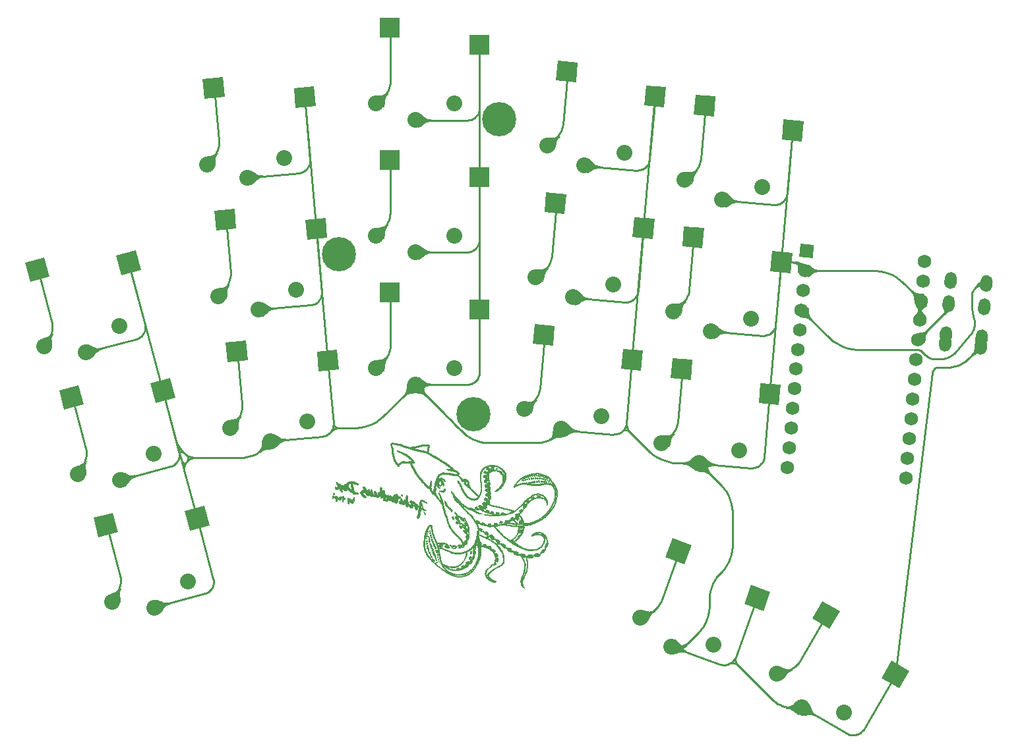
<source format=gbr>
%TF.GenerationSoftware,KiCad,Pcbnew,(5.1.10)-1*%
%TF.CreationDate,2021-08-06T22:16:46+02:00*%
%TF.ProjectId,architeuthis_dux,61726368-6974-4657-9574-6869735f6475,VERSION_HERE*%
%TF.SameCoordinates,Original*%
%TF.FileFunction,Copper,L2,Bot*%
%TF.FilePolarity,Positive*%
%FSLAX46Y46*%
G04 Gerber Fmt 4.6, Leading zero omitted, Abs format (unit mm)*
G04 Created by KiCad (PCBNEW (5.1.10)-1) date 2021-08-06 22:16:46*
%MOMM*%
%LPD*%
G01*
G04 APERTURE LIST*
%TA.AperFunction,EtchedComponent*%
%ADD10C,0.010000*%
%TD*%
%TA.AperFunction,ComponentPad*%
%ADD11C,4.400000*%
%TD*%
%TA.AperFunction,SMDPad,CuDef*%
%ADD12C,0.100000*%
%TD*%
%TA.AperFunction,ComponentPad*%
%ADD13C,2.032000*%
%TD*%
%TA.AperFunction,SMDPad,CuDef*%
%ADD14R,2.600000X2.600000*%
%TD*%
%TA.AperFunction,ComponentPad*%
%ADD15C,0.100000*%
%TD*%
%TA.AperFunction,ComponentPad*%
%ADD16C,1.752600*%
%TD*%
%TA.AperFunction,Conductor*%
%ADD17C,0.250000*%
%TD*%
%TA.AperFunction,Conductor*%
%ADD18C,0.025400*%
%TD*%
%TA.AperFunction,Conductor*%
%ADD19C,0.100000*%
%TD*%
G04 APERTURE END LIST*
D10*
%TO.C,G\u002A\u002A\u002A*%
G36*
X56204543Y3122863D02*
G01*
X56215136Y3086789D01*
X56224577Y3028642D01*
X56232016Y2954323D01*
X56236601Y2869738D01*
X56237547Y2826341D01*
X56246340Y2783635D01*
X56267237Y2734416D01*
X56270319Y2728910D01*
X56290620Y2688053D01*
X56299532Y2658337D01*
X56299423Y2654835D01*
X56304896Y2626582D01*
X56314926Y2606104D01*
X56327894Y2574534D01*
X56343748Y2521318D01*
X56358737Y2459377D01*
X56377614Y2378085D01*
X56400081Y2289947D01*
X56415478Y2234296D01*
X56434142Y2158368D01*
X56448864Y2077432D01*
X56454670Y2028683D01*
X56465101Y1955926D01*
X56484001Y1877617D01*
X56508528Y1801568D01*
X56535836Y1735588D01*
X56563076Y1687487D01*
X56587132Y1665163D01*
X56623865Y1639917D01*
X56661913Y1594736D01*
X56692590Y1542062D01*
X56707205Y1494340D01*
X56707309Y1493045D01*
X56698396Y1449168D01*
X56670990Y1418963D01*
X56637418Y1412288D01*
X56625065Y1412854D01*
X56616865Y1406011D01*
X56612382Y1386656D01*
X56611177Y1349686D01*
X56612813Y1289999D01*
X56616852Y1202495D01*
X56617797Y1183466D01*
X56621806Y1086450D01*
X56624738Y983045D01*
X56626198Y888980D01*
X56626228Y846463D01*
X56626336Y767543D01*
X56627612Y690895D01*
X56629791Y630878D01*
X56630317Y622062D01*
X56634180Y559421D01*
X56635643Y513078D01*
X56634455Y469610D01*
X56630363Y415595D01*
X56625423Y362064D01*
X56619462Y289364D01*
X56615817Y217533D01*
X56614199Y136339D01*
X56614314Y35549D01*
X56614772Y-11819D01*
X56608870Y-103999D01*
X56591338Y-209132D01*
X56565199Y-314210D01*
X56533475Y-406230D01*
X56512981Y-449831D01*
X56480394Y-518446D01*
X56448549Y-600007D01*
X56428929Y-661255D01*
X56408005Y-726485D01*
X56384794Y-783690D01*
X56364838Y-819679D01*
X56339995Y-859915D01*
X56327794Y-892310D01*
X56315834Y-917074D01*
X56305559Y-920834D01*
X56290660Y-932980D01*
X56281233Y-961213D01*
X56268000Y-1004680D01*
X56242511Y-1066324D01*
X56209822Y-1135193D01*
X56174993Y-1200332D01*
X56157035Y-1230164D01*
X56134498Y-1269095D01*
X56104086Y-1326133D01*
X56073132Y-1387429D01*
X56034985Y-1459693D01*
X55987683Y-1541644D01*
X55942529Y-1613888D01*
X55897354Y-1682781D01*
X55851068Y-1754033D01*
X55813405Y-1812659D01*
X55812181Y-1814582D01*
X55755089Y-1902696D01*
X55707742Y-1970316D01*
X55662874Y-2026261D01*
X55613222Y-2079349D01*
X55551520Y-2138396D01*
X55526177Y-2161695D01*
X55481248Y-2204708D01*
X55447826Y-2240396D01*
X55432610Y-2261567D01*
X55432367Y-2262485D01*
X55415023Y-2277534D01*
X55377839Y-2274192D01*
X55376106Y-2273658D01*
X55358470Y-2282125D01*
X55325933Y-2307445D01*
X55307296Y-2324010D01*
X55234925Y-2389495D01*
X55175386Y-2438773D01*
X55117675Y-2479728D01*
X55050788Y-2520245D01*
X54974857Y-2562199D01*
X54920626Y-2588284D01*
X54849548Y-2617967D01*
X54768915Y-2648726D01*
X54686013Y-2678046D01*
X54608131Y-2703406D01*
X54542558Y-2722288D01*
X54496582Y-2732174D01*
X54481382Y-2732730D01*
X54460547Y-2738003D01*
X54420021Y-2753701D01*
X54391747Y-2766009D01*
X54275980Y-2805461D01*
X54142413Y-2829815D01*
X54004634Y-2836760D01*
X53980570Y-2835988D01*
X53875385Y-2830125D01*
X53781205Y-2822875D01*
X53703399Y-2814818D01*
X53647337Y-2806532D01*
X53618387Y-2798596D01*
X53615969Y-2796670D01*
X53597044Y-2789206D01*
X53551551Y-2777666D01*
X53486341Y-2763631D01*
X53409321Y-2748880D01*
X53266212Y-2717845D01*
X53122197Y-2675529D01*
X52968377Y-2618986D01*
X52801177Y-2547669D01*
X52698313Y-2498747D01*
X52590353Y-2441699D01*
X52472645Y-2373771D01*
X52340532Y-2292214D01*
X52189361Y-2194276D01*
X52080666Y-2121867D01*
X52037138Y-2093650D01*
X52005428Y-2074971D01*
X51996161Y-2070840D01*
X51976384Y-2060598D01*
X51940091Y-2037171D01*
X51922347Y-2024891D01*
X51796955Y-1938648D01*
X51681595Y-1864504D01*
X51619852Y-1827022D01*
X51555889Y-1786198D01*
X51474995Y-1729707D01*
X51375285Y-1656137D01*
X51254869Y-1564079D01*
X51111864Y-1452124D01*
X51012373Y-1373173D01*
X50906018Y-1287135D01*
X50823010Y-1216784D01*
X50759063Y-1158191D01*
X50709891Y-1107427D01*
X50671205Y-1060564D01*
X50670929Y-1060197D01*
X50636723Y-1020022D01*
X50591938Y-974160D01*
X50544335Y-929753D01*
X50501677Y-893940D01*
X50471724Y-873861D01*
X50466317Y-871962D01*
X50439985Y-857898D01*
X50402698Y-828181D01*
X50365973Y-792521D01*
X50350528Y-774341D01*
X50333084Y-751967D01*
X50299324Y-708994D01*
X50253961Y-651398D01*
X50201707Y-585158D01*
X50147276Y-516249D01*
X50095378Y-450648D01*
X50084809Y-437305D01*
X50044797Y-390467D01*
X50006252Y-351136D01*
X49990533Y-337699D01*
X49957643Y-307897D01*
X49913725Y-261917D01*
X49868441Y-210423D01*
X49831454Y-164075D01*
X49824893Y-154914D01*
X49726580Y-9907D01*
X49646966Y115133D01*
X49582765Y226026D01*
X49530687Y328592D01*
X49487444Y428650D01*
X49471290Y470880D01*
X49457959Y504041D01*
X49436972Y553418D01*
X49425765Y579086D01*
X49400772Y651381D01*
X49376682Y749029D01*
X49354751Y863494D01*
X49336235Y986241D01*
X49322387Y1108736D01*
X49314461Y1222443D01*
X49313713Y1318827D01*
X49314557Y1335626D01*
X49317183Y1398999D01*
X49318766Y1482267D01*
X49319090Y1571451D01*
X49318765Y1610181D01*
X49318290Y1691683D01*
X49319486Y1765390D01*
X49322860Y1839118D01*
X49328917Y1920684D01*
X49338166Y2017905D01*
X49351114Y2138599D01*
X49355739Y2180063D01*
X49371485Y2312525D01*
X49382681Y2392027D01*
X49529406Y2366155D01*
X49505434Y2215067D01*
X49491117Y2074634D01*
X49490297Y2061704D01*
X49485257Y1987618D01*
X49478521Y1901622D01*
X49473240Y1841034D01*
X49468608Y1768334D01*
X49465812Y1677762D01*
X49465274Y1585305D01*
X49465690Y1555763D01*
X49466032Y1475750D01*
X49464084Y1401157D01*
X49460237Y1343420D01*
X49457793Y1324837D01*
X49454655Y1274817D01*
X49456974Y1199280D01*
X49464024Y1106031D01*
X49475073Y1002871D01*
X49489393Y897606D01*
X49506255Y798038D01*
X49507763Y790190D01*
X49530039Y703099D01*
X49566127Y604456D01*
X49618462Y488039D01*
X49654436Y415396D01*
X49666573Y389792D01*
X49686851Y345520D01*
X49699686Y317085D01*
X49722558Y271433D01*
X49742073Y241506D01*
X49749757Y235131D01*
X49760823Y219538D01*
X49760482Y211638D01*
X49767740Y186163D01*
X49791545Y139395D01*
X49828121Y77165D01*
X49873696Y5303D01*
X49924497Y-70360D01*
X49976749Y-143995D01*
X50026680Y-209773D01*
X50057318Y-246965D01*
X50088933Y-285901D01*
X50135265Y-345931D01*
X50191385Y-420530D01*
X50252369Y-503174D01*
X50291669Y-557268D01*
X50363322Y-653519D01*
X50427720Y-734124D01*
X50481443Y-795029D01*
X50521074Y-832174D01*
X50526853Y-836293D01*
X50578680Y-874491D01*
X50626275Y-915899D01*
X50635128Y-924792D01*
X50677891Y-964936D01*
X50720976Y-998647D01*
X50722480Y-999651D01*
X50761213Y-1030746D01*
X50805398Y-1073629D01*
X50818713Y-1088154D01*
X50862811Y-1132870D01*
X50919089Y-1183221D01*
X50954730Y-1212180D01*
X51007172Y-1253470D01*
X51073631Y-1306892D01*
X51142149Y-1362811D01*
X51162288Y-1379435D01*
X51220579Y-1427120D01*
X51272471Y-1468509D01*
X51310089Y-1497363D01*
X51320816Y-1504964D01*
X51357792Y-1531474D01*
X51377391Y-1547396D01*
X51398515Y-1563712D01*
X51440836Y-1594731D01*
X51497759Y-1635763D01*
X51562692Y-1682117D01*
X51629042Y-1729101D01*
X51690213Y-1772025D01*
X51739613Y-1806198D01*
X51767241Y-1824745D01*
X51799876Y-1845995D01*
X51846376Y-1876363D01*
X51867538Y-1890205D01*
X51911755Y-1918929D01*
X51974678Y-1959536D01*
X52046447Y-2005670D01*
X52091567Y-2034585D01*
X52158235Y-2077371D01*
X52216741Y-2115136D01*
X52259630Y-2143057D01*
X52276892Y-2154516D01*
X52557489Y-2327702D01*
X52846003Y-2468808D01*
X53145781Y-2579331D01*
X53353277Y-2636700D01*
X53606903Y-2690629D01*
X53834641Y-2723386D01*
X53995478Y-2734316D01*
X54061616Y-2732744D01*
X54136720Y-2725557D01*
X54213154Y-2714200D01*
X54283284Y-2700122D01*
X54339474Y-2684771D01*
X54374088Y-2669594D01*
X54381325Y-2661166D01*
X54397028Y-2650367D01*
X54406654Y-2650730D01*
X54437359Y-2646381D01*
X54474547Y-2631613D01*
X54512534Y-2616687D01*
X54571993Y-2598243D01*
X54641256Y-2579846D01*
X54654308Y-2576710D01*
X54738505Y-2551528D01*
X54823233Y-2517507D01*
X54885563Y-2484950D01*
X54940166Y-2453362D01*
X54987494Y-2430023D01*
X55015206Y-2420511D01*
X55046799Y-2407659D01*
X55096536Y-2378003D01*
X55156851Y-2336814D01*
X55220172Y-2289362D01*
X55278932Y-2240917D01*
X55298820Y-2223037D01*
X55337817Y-2189499D01*
X55369658Y-2166514D01*
X55376739Y-2162785D01*
X55410023Y-2139329D01*
X55459433Y-2091383D01*
X55522041Y-2022487D01*
X55594916Y-1936175D01*
X55675129Y-1835983D01*
X55759749Y-1725447D01*
X55845847Y-1608103D01*
X55901638Y-1529250D01*
X55954749Y-1447808D01*
X56014838Y-1347375D01*
X56075735Y-1239011D01*
X56131270Y-1133775D01*
X56175271Y-1042729D01*
X56183500Y-1024056D01*
X56210356Y-972074D01*
X56234102Y-946120D01*
X56242933Y-944203D01*
X56264341Y-935523D01*
X56271405Y-912126D01*
X56259388Y-892620D01*
X56256827Y-872786D01*
X56269409Y-828243D01*
X56285855Y-786668D01*
X56314090Y-713214D01*
X56340329Y-632859D01*
X56351643Y-591796D01*
X56373017Y-521238D01*
X56402769Y-441856D01*
X56424941Y-391292D01*
X56453822Y-325161D01*
X56475484Y-259967D01*
X56491003Y-189000D01*
X56501448Y-105547D01*
X56507892Y-2899D01*
X56511407Y125654D01*
X56511818Y152585D01*
X56515715Y231499D01*
X56524022Y316758D01*
X56529496Y355941D01*
X56536876Y425111D01*
X56538148Y493386D01*
X56535513Y526940D01*
X56525284Y597568D01*
X56509450Y514330D01*
X56501760Y461012D01*
X56494056Y385853D01*
X56487475Y300879D01*
X56484630Y252013D01*
X56480095Y176631D01*
X56474902Y113668D01*
X56469779Y70948D01*
X56466457Y56959D01*
X56459061Y34283D01*
X56446821Y-13343D01*
X56431788Y-77690D01*
X56423316Y-116098D01*
X56407624Y-180455D01*
X56385418Y-260622D01*
X56358796Y-350138D01*
X56329852Y-442540D01*
X56300686Y-531365D01*
X56273392Y-610150D01*
X56250067Y-672435D01*
X56232808Y-711756D01*
X56227166Y-720721D01*
X56213974Y-743262D01*
X56192904Y-787046D01*
X56172110Y-834245D01*
X56145105Y-897352D01*
X56119252Y-956782D01*
X56105069Y-988719D01*
X56083336Y-1036950D01*
X56055724Y-1098412D01*
X56040227Y-1132974D01*
X56012585Y-1185913D01*
X55971222Y-1254725D01*
X55922966Y-1328331D01*
X55896741Y-1365763D01*
X55843912Y-1440482D01*
X55790077Y-1518786D01*
X55743799Y-1588145D01*
X55727291Y-1613777D01*
X55689181Y-1669821D01*
X55652287Y-1717127D01*
X55624587Y-1745469D01*
X55624552Y-1745495D01*
X55596247Y-1770783D01*
X55584981Y-1787286D01*
X55571646Y-1808598D01*
X55539576Y-1846427D01*
X55494915Y-1894282D01*
X55443804Y-1945667D01*
X55392388Y-1994090D01*
X55373503Y-2010835D01*
X55305949Y-2065674D01*
X55224283Y-2126248D01*
X55136431Y-2187238D01*
X55050323Y-2243325D01*
X54973886Y-2289192D01*
X54915047Y-2319517D01*
X54910556Y-2321441D01*
X54867513Y-2341374D01*
X54809461Y-2370701D01*
X54763563Y-2395157D01*
X54622085Y-2457571D01*
X54456426Y-2504908D01*
X54273336Y-2535946D01*
X54079562Y-2549459D01*
X53925818Y-2547073D01*
X53844039Y-2545646D01*
X53763537Y-2549193D01*
X53698392Y-2556959D01*
X53683726Y-2560052D01*
X53626446Y-2571328D01*
X53586811Y-2569819D01*
X53550839Y-2554913D01*
X53549499Y-2554155D01*
X53493365Y-2534161D01*
X53417417Y-2523660D01*
X53407706Y-2523181D01*
X53307979Y-2514469D01*
X53203012Y-2494883D01*
X53080642Y-2462131D01*
X53074664Y-2460351D01*
X53013708Y-2442141D01*
X52958133Y-2425557D01*
X52935725Y-2418880D01*
X52833217Y-2384048D01*
X52728189Y-2341003D01*
X52633068Y-2295202D01*
X52568422Y-2257612D01*
X52540777Y-2239539D01*
X52493079Y-2208525D01*
X52433733Y-2170032D01*
X52406573Y-2152440D01*
X52224508Y-2020523D01*
X52052215Y-1868624D01*
X51899851Y-1706013D01*
X51850758Y-1645241D01*
X51821714Y-1610405D01*
X51800816Y-1590271D01*
X51797370Y-1588511D01*
X51783265Y-1574400D01*
X51756204Y-1538979D01*
X51721605Y-1489409D01*
X51715551Y-1480372D01*
X51661605Y-1391795D01*
X51658679Y-1385477D01*
X51830611Y-1415793D01*
X51842088Y-1445645D01*
X51874416Y-1492813D01*
X51912085Y-1540489D01*
X51961898Y-1600213D01*
X52017372Y-1664589D01*
X52072027Y-1726219D01*
X52119381Y-1777704D01*
X52152952Y-1811649D01*
X52157003Y-1815302D01*
X52183305Y-1839211D01*
X52222822Y-1876149D01*
X52246442Y-1898538D01*
X52298276Y-1942566D01*
X52362505Y-1989970D01*
X52404305Y-2017408D01*
X52458250Y-2050953D01*
X52504136Y-2080222D01*
X52528066Y-2096162D01*
X52563814Y-2118968D01*
X52617978Y-2150941D01*
X52680852Y-2186651D01*
X52742736Y-2220664D01*
X52793925Y-2247548D01*
X52822708Y-2261110D01*
X52855748Y-2273104D01*
X52909856Y-2291668D01*
X52973848Y-2312972D01*
X52979606Y-2314859D01*
X53040103Y-2335630D01*
X53087860Y-2353830D01*
X53113748Y-2365948D01*
X53115164Y-2367008D01*
X53136531Y-2375511D01*
X53183962Y-2389236D01*
X53250349Y-2406468D01*
X53328584Y-2425490D01*
X53411558Y-2444587D01*
X53492164Y-2462044D01*
X53563294Y-2476142D01*
X53578958Y-2478975D01*
X53670387Y-2482608D01*
X53761216Y-2463796D01*
X53829041Y-2448556D01*
X53893064Y-2442889D01*
X53922679Y-2444949D01*
X53966837Y-2448474D01*
X53995960Y-2443085D01*
X53998793Y-2440883D01*
X54020413Y-2434715D01*
X54025985Y-2438004D01*
X54049394Y-2442906D01*
X54094638Y-2442886D01*
X54150192Y-2438995D01*
X54204531Y-2432284D01*
X54246129Y-2423803D01*
X54262502Y-2416441D01*
X54286524Y-2408737D01*
X54310490Y-2409985D01*
X54348819Y-2407869D01*
X54410020Y-2394901D01*
X54485871Y-2373712D01*
X54568149Y-2346936D01*
X54648637Y-2317204D01*
X54719113Y-2287147D01*
X54760694Y-2265839D01*
X54812542Y-2238649D01*
X54854941Y-2221172D01*
X54875668Y-2217249D01*
X54900740Y-2209165D01*
X54946839Y-2182754D01*
X55009165Y-2141625D01*
X55082918Y-2089388D01*
X55163294Y-2029654D01*
X55245494Y-1966033D01*
X55324715Y-1902135D01*
X55396157Y-1841572D01*
X55455017Y-1787953D01*
X55480697Y-1762301D01*
X55559283Y-1677661D01*
X55619221Y-1607196D01*
X55667118Y-1542487D01*
X55709587Y-1475118D01*
X55719084Y-1458709D01*
X55743074Y-1419027D01*
X55779978Y-1360648D01*
X55823795Y-1292991D01*
X55849867Y-1253428D01*
X55944628Y-1092783D01*
X56032823Y-908728D01*
X56109939Y-711678D01*
X56171462Y-512050D01*
X56171966Y-510143D01*
X56195689Y-423139D01*
X56219177Y-342200D01*
X56239788Y-276114D01*
X56254881Y-233670D01*
X56255431Y-232357D01*
X56275652Y-170514D01*
X56296064Y-83321D01*
X56315162Y20723D01*
X56331439Y133121D01*
X56343391Y245375D01*
X56345972Y278665D01*
X56347580Y387915D01*
X56339887Y519698D01*
X56325524Y649997D01*
X56508040Y617814D01*
X56514912Y608000D01*
X56524728Y614871D01*
X56517855Y624687D01*
X56508040Y617814D01*
X56325524Y649997D01*
X56323948Y664281D01*
X56319276Y694114D01*
X56515396Y659532D01*
X56519080Y644721D01*
X56524559Y646446D01*
X56530048Y665898D01*
X56528482Y668695D01*
X56518158Y668154D01*
X56515396Y659532D01*
X56319276Y694114D01*
X56300822Y811930D01*
X56297430Y828445D01*
X56522340Y788787D01*
X56521591Y766602D01*
X56527242Y765340D01*
X56535164Y786971D01*
X56534199Y797091D01*
X56527903Y804718D01*
X56522340Y788787D01*
X56297430Y828445D01*
X56284899Y889442D01*
X56514388Y848976D01*
X56518071Y834165D01*
X56523551Y835890D01*
X56529040Y855342D01*
X56527474Y858139D01*
X56517151Y857598D01*
X56514388Y848976D01*
X56284899Y889442D01*
X56273895Y943000D01*
X56257719Y1022280D01*
X56244817Y1103596D01*
X56237851Y1170049D01*
X56237687Y1173063D01*
X56232377Y1230066D01*
X56221974Y1260725D01*
X56203711Y1272508D01*
X56200625Y1273041D01*
X56164287Y1276762D01*
X56111985Y1280584D01*
X56053461Y1284006D01*
X55998456Y1286525D01*
X55956711Y1287636D01*
X55937965Y1286839D01*
X55937727Y1286616D01*
X55942106Y1269757D01*
X55954339Y1228813D01*
X55971964Y1171981D01*
X55975664Y1160239D01*
X55997258Y1080598D01*
X56004746Y1016900D01*
X55999671Y955030D01*
X55998712Y949420D01*
X55974462Y861924D01*
X55936408Y783022D01*
X55889028Y718309D01*
X55836799Y673382D01*
X55784195Y653836D01*
X55762841Y654580D01*
X55733459Y670316D01*
X55732905Y700402D01*
X55760549Y742434D01*
X55794700Y776230D01*
X55855377Y851588D01*
X55890136Y943528D01*
X55897500Y1045150D01*
X55875989Y1149555D01*
X55875217Y1151726D01*
X55857543Y1195442D01*
X55842854Y1222310D01*
X55838565Y1226100D01*
X55819474Y1215809D01*
X55810367Y1183660D01*
X55813879Y1140879D01*
X55816422Y1131735D01*
X55825930Y1057348D01*
X55806078Y980361D01*
X55778488Y928488D01*
X55732664Y872951D01*
X55682323Y841331D01*
X55633584Y835275D01*
X55592572Y856429D01*
X55578578Y874739D01*
X55562350Y897976D01*
X55546166Y899125D01*
X55518169Y877950D01*
X55512893Y873417D01*
X55473195Y833258D01*
X55433491Y784447D01*
X55428569Y777535D01*
X55394178Y736839D01*
X55359452Y708634D01*
X55352372Y705103D01*
X55322342Y685125D01*
X55312674Y669170D01*
X55295045Y650409D01*
X55264380Y639236D01*
X55230362Y627265D01*
X55216850Y613630D01*
X55200799Y599809D01*
X55192907Y599814D01*
X55169319Y590888D01*
X55132714Y564494D01*
X55111187Y545399D01*
X55072844Y512495D01*
X55043007Y493064D01*
X55033771Y490632D01*
X55008668Y486043D01*
X54967713Y470981D01*
X54957894Y466662D01*
X54898641Y439759D01*
X54870715Y254053D01*
X54828850Y40968D01*
X54771741Y-143596D01*
X54730924Y-238842D01*
X54708449Y-288917D01*
X54678817Y-359734D01*
X54646584Y-440240D01*
X54626928Y-491129D01*
X54562286Y-640525D01*
X54486349Y-781328D01*
X54403546Y-906536D01*
X54318305Y-1009144D01*
X54270384Y-1054785D01*
X54225945Y-1093494D01*
X54185817Y-1129626D01*
X54181400Y-1133727D01*
X54137274Y-1172433D01*
X54079554Y-1219498D01*
X54014042Y-1270616D01*
X53946540Y-1321482D01*
X53882849Y-1367789D01*
X53828772Y-1405233D01*
X53790109Y-1429507D01*
X53773388Y-1436547D01*
X53742367Y-1443853D01*
X53717713Y-1458176D01*
X53687610Y-1478253D01*
X53651262Y-1495970D01*
X53601210Y-1514191D01*
X53529997Y-1535779D01*
X53475888Y-1551018D01*
X53393341Y-1573739D01*
X53333087Y-1589081D01*
X53284736Y-1598631D01*
X53237901Y-1603974D01*
X53182190Y-1606696D01*
X53107215Y-1608382D01*
X53099005Y-1608540D01*
X53019624Y-1608380D01*
X52943349Y-1603942D01*
X52860840Y-1594160D01*
X52762755Y-1577966D01*
X52660484Y-1558426D01*
X52490004Y-1521928D01*
X52348388Y-1485292D01*
X52230652Y-1446750D01*
X52131812Y-1404536D01*
X52046881Y-1356883D01*
X51999422Y-1324127D01*
X51947534Y-1287228D01*
X51906373Y-1260952D01*
X51883002Y-1249709D01*
X51880602Y-1249861D01*
X51881534Y-1267201D01*
X51902090Y-1299021D01*
X51935751Y-1338235D01*
X51975997Y-1377760D01*
X52016307Y-1410513D01*
X52043338Y-1426681D01*
X52092626Y-1450965D01*
X52155900Y-1484613D01*
X52209093Y-1514430D01*
X52277923Y-1553652D01*
X52327797Y-1580358D01*
X52368838Y-1599435D01*
X52411166Y-1615775D01*
X52438901Y-1625447D01*
X52491698Y-1647504D01*
X52536736Y-1672725D01*
X52541768Y-1676329D01*
X52563840Y-1691522D01*
X52590370Y-1706056D01*
X52625282Y-1721252D01*
X52672498Y-1738428D01*
X52735943Y-1758904D01*
X52819539Y-1784000D01*
X52927209Y-1815036D01*
X53062878Y-1853330D01*
X53094070Y-1862074D01*
X53147587Y-1871890D01*
X53220238Y-1878589D01*
X53297319Y-1880874D01*
X53305845Y-1880794D01*
X53396679Y-1880929D01*
X53498214Y-1883183D01*
X53581861Y-1886737D01*
X53658392Y-1889085D01*
X53732208Y-1887967D01*
X53788648Y-1883646D01*
X53793493Y-1882936D01*
X53847932Y-1879267D01*
X53873397Y-1891090D01*
X53871636Y-1919582D01*
X53865920Y-1931819D01*
X53836565Y-1954906D01*
X53778468Y-1972810D01*
X53696510Y-1984555D01*
X53595579Y-1989162D01*
X53579292Y-1989178D01*
X53510079Y-1989979D01*
X53446985Y-1992600D01*
X53405991Y-1996214D01*
X53352899Y-1997366D01*
X53274871Y-1990791D01*
X53179639Y-1977778D01*
X53074937Y-1959619D01*
X52968495Y-1937604D01*
X52868046Y-1913022D01*
X52812636Y-1897202D01*
X52694875Y-1857413D01*
X52575439Y-1810379D01*
X52464301Y-1760428D01*
X52371433Y-1711887D01*
X52336606Y-1690577D01*
X52294234Y-1666507D01*
X52259406Y-1652691D01*
X52257331Y-1652265D01*
X52225443Y-1637981D01*
X52186751Y-1610209D01*
X52184019Y-1607842D01*
X52143838Y-1578080D01*
X52087713Y-1543086D01*
X52046870Y-1520519D01*
X51987644Y-1486193D01*
X51933727Y-1449003D01*
X51907693Y-1427142D01*
X51872730Y-1398165D01*
X51848961Y-1393195D01*
X51838624Y-1398589D01*
X51830611Y-1415793D01*
X51658679Y-1385477D01*
X51628171Y-1319629D01*
X51621047Y-1286977D01*
X51815768Y-1321311D01*
X51818184Y-1331352D01*
X51831827Y-1352230D01*
X51842135Y-1350258D01*
X51842709Y-1347954D01*
X51833345Y-1331750D01*
X51826840Y-1325291D01*
X51815768Y-1321311D01*
X51621047Y-1286977D01*
X51616749Y-1267278D01*
X51617466Y-1257939D01*
X51612120Y-1230802D01*
X51594893Y-1191911D01*
X51594588Y-1191349D01*
X51575234Y-1152105D01*
X51548742Y-1093575D01*
X51520602Y-1027920D01*
X51518598Y-1023096D01*
X51490927Y-956898D01*
X51465184Y-896307D01*
X51446659Y-853764D01*
X51445775Y-851796D01*
X51430800Y-811434D01*
X51426050Y-783630D01*
X51426141Y-783023D01*
X51423026Y-757648D01*
X51411574Y-712331D01*
X51401437Y-679173D01*
X51386247Y-625822D01*
X51377934Y-583197D01*
X51377444Y-568192D01*
X51373193Y-533850D01*
X51362562Y-506223D01*
X51350584Y-460239D01*
X51351240Y-426800D01*
X51350438Y-380838D01*
X51338102Y-329556D01*
X51337813Y-328787D01*
X51324621Y-285011D01*
X51309174Y-220757D01*
X51294560Y-149009D01*
X51292956Y-140213D01*
X51278498Y-65102D01*
X51262956Y7383D01*
X51249526Y62403D01*
X51248680Y65463D01*
X51235169Y117699D01*
X51222713Y172491D01*
X51213601Y218896D01*
X51210126Y245976D01*
X51210371Y248340D01*
X51208597Y265759D01*
X51202708Y305152D01*
X51199388Y325566D01*
X51192979Y378549D01*
X51191815Y421550D01*
X51192744Y430400D01*
X51194143Y446965D01*
X51192242Y470012D01*
X51185920Y505136D01*
X51174058Y557929D01*
X51155538Y633986D01*
X51137925Y704409D01*
X51124019Y766404D01*
X51110243Y838035D01*
X51107888Y851986D01*
X51256503Y825781D01*
X51252991Y801771D01*
X51256488Y775017D01*
X51265591Y729109D01*
X51275727Y696781D01*
X51276455Y695316D01*
X51285698Y665948D01*
X51296827Y614560D01*
X51307843Y552798D01*
X51316746Y492306D01*
X51321536Y444730D01*
X51321831Y431097D01*
X51324216Y396709D01*
X51331441Y342042D01*
X51339975Y290250D01*
X51353243Y215263D01*
X51368416Y127820D01*
X51380066Y59502D01*
X51394586Y-15179D01*
X51415095Y-106346D01*
X51437927Y-198002D01*
X51445831Y-227390D01*
X51465615Y-302004D01*
X51481902Y-368635D01*
X51492411Y-417681D01*
X51494923Y-433915D01*
X51505281Y-504118D01*
X51524650Y-599524D01*
X51551597Y-713102D01*
X51552197Y-715481D01*
X51564787Y-769562D01*
X51572377Y-810361D01*
X51573496Y-825554D01*
X51578534Y-853065D01*
X51596541Y-902301D01*
X51624218Y-966628D01*
X51658267Y-1039408D01*
X51695387Y-1114008D01*
X51732282Y-1183793D01*
X51765650Y-1242126D01*
X51792196Y-1282373D01*
X51808308Y-1297857D01*
X51810253Y-1284800D01*
X51803986Y-1252195D01*
X51799007Y-1215915D01*
X51813212Y-1195620D01*
X51827646Y-1187544D01*
X51868879Y-1175491D01*
X51893317Y-1175199D01*
X51927964Y-1187830D01*
X51978482Y-1213326D01*
X52032976Y-1245120D01*
X52079549Y-1276651D01*
X52085492Y-1281250D01*
X52126636Y-1303625D01*
X52197716Y-1330326D01*
X52295213Y-1360247D01*
X52415613Y-1392286D01*
X52518770Y-1417031D01*
X52594408Y-1434982D01*
X52656908Y-1450844D01*
X52699453Y-1462819D01*
X52715122Y-1468874D01*
X52733979Y-1474261D01*
X52777844Y-1480891D01*
X52837907Y-1487833D01*
X52905356Y-1494154D01*
X52971379Y-1498926D01*
X53020131Y-1501079D01*
X53148635Y-1495775D01*
X53290396Y-1475860D01*
X53433964Y-1443926D01*
X53567886Y-1402564D01*
X53680714Y-1354367D01*
X53690096Y-1349432D01*
X53737169Y-1321912D01*
X53796326Y-1284123D01*
X53861260Y-1240506D01*
X53925664Y-1195507D01*
X53983234Y-1153568D01*
X54027664Y-1119132D01*
X54052649Y-1096643D01*
X54055852Y-1091703D01*
X54071401Y-1074773D01*
X54071759Y-1074680D01*
X54100559Y-1058268D01*
X54145375Y-1022349D01*
X54199939Y-972952D01*
X54257986Y-916102D01*
X54313248Y-857828D01*
X54359458Y-804157D01*
X54377255Y-780867D01*
X54447466Y-677647D01*
X54498561Y-587900D01*
X54535771Y-501524D01*
X54557956Y-432022D01*
X54579274Y-363023D01*
X54603549Y-294359D01*
X54616650Y-261708D01*
X54642950Y-192589D01*
X54669070Y-109384D01*
X54693851Y-17827D01*
X54716128Y76345D01*
X54734742Y167396D01*
X54748533Y249591D01*
X54756339Y317194D01*
X54756998Y364468D01*
X54749350Y385678D01*
X54747796Y386203D01*
X54726359Y378527D01*
X54699031Y360389D01*
X54664198Y340651D01*
X54640498Y336298D01*
X54618375Y330722D01*
X54615328Y324790D01*
X54598600Y310263D01*
X54561815Y294832D01*
X54518392Y282860D01*
X54481749Y278715D01*
X54475624Y279340D01*
X54453493Y273816D01*
X54450443Y267908D01*
X54433636Y255361D01*
X54396109Y244995D01*
X54390320Y244067D01*
X54340036Y234020D01*
X54276469Y217931D01*
X54243467Y208405D01*
X54184396Y194284D01*
X54131530Y188043D01*
X54109547Y189035D01*
X54068786Y190887D01*
X54009437Y187553D01*
X53960658Y181936D01*
X53897281Y173753D01*
X53841522Y168065D01*
X53813120Y166361D01*
X53767786Y160807D01*
X53713424Y148036D01*
X53706273Y145885D01*
X53648317Y138196D01*
X53563841Y141126D01*
X53458121Y153553D01*
X53336427Y174358D01*
X53204033Y202420D01*
X53066213Y236618D01*
X52928237Y275833D01*
X52795382Y318944D01*
X52672918Y364831D01*
X52669732Y366128D01*
X52648251Y376003D01*
X52603944Y397036D01*
X52544456Y425544D01*
X52477428Y457844D01*
X52410500Y490253D01*
X52351314Y519088D01*
X52307515Y540663D01*
X52304991Y541923D01*
X52267264Y557712D01*
X52207746Y579293D01*
X52137147Y602849D01*
X52110731Y611186D01*
X52042636Y635160D01*
X51962978Y667583D01*
X51879062Y704959D01*
X51798195Y743793D01*
X51727681Y780587D01*
X51674826Y811846D01*
X51648230Y832534D01*
X51620336Y845187D01*
X51568376Y854643D01*
X51502071Y860332D01*
X51431143Y861687D01*
X51365310Y858139D01*
X51323401Y851520D01*
X51277356Y839372D01*
X51256503Y825781D01*
X51107888Y851986D01*
X51105699Y864946D01*
X51091688Y934103D01*
X51073047Y1003916D01*
X51065536Y1026882D01*
X51028733Y1130994D01*
X50999656Y1214243D01*
X50974491Y1287625D01*
X50954743Y1346224D01*
X50930970Y1411665D01*
X50905324Y1473965D01*
X50890512Y1505425D01*
X50871227Y1545626D01*
X50861472Y1571693D01*
X50861159Y1574882D01*
X50856642Y1594606D01*
X50843344Y1636833D01*
X50824508Y1692385D01*
X50803378Y1752079D01*
X50783194Y1806735D01*
X50767202Y1847175D01*
X50759105Y1863788D01*
X50721977Y1919305D01*
X50679203Y2004549D01*
X50632209Y2116105D01*
X50582428Y2250557D01*
X50531285Y2404492D01*
X50526818Y2418698D01*
X50498951Y2507059D01*
X50477940Y2571562D01*
X50460773Y2620764D01*
X50444436Y2663226D01*
X50425917Y2707509D01*
X50421682Y2717344D01*
X50407763Y2759676D01*
X50404547Y2790933D01*
X50399405Y2821818D01*
X50381841Y2859976D01*
X50360986Y2908217D01*
X50352400Y2949529D01*
X50341455Y2996053D01*
X50319645Y3042462D01*
X50300482Y3092252D01*
X50291923Y3154349D01*
X50291946Y3168246D01*
X50289886Y3228956D01*
X50281603Y3284940D01*
X50278291Y3297364D01*
X50268337Y3345899D01*
X50267792Y3384788D01*
X50266838Y3423171D01*
X50257513Y3475675D01*
X50253037Y3492961D01*
X50241299Y3545557D01*
X50236748Y3589325D01*
X50237283Y3598975D01*
X50232466Y3636172D01*
X50214400Y3681625D01*
X50212231Y3685601D01*
X50182460Y3738648D01*
X50128685Y3696181D01*
X50093896Y3665425D01*
X50073682Y3641293D01*
X50071967Y3637026D01*
X50058725Y3617229D01*
X50027584Y3583471D01*
X49997128Y3554122D01*
X49956736Y3513169D01*
X49928255Y3477263D01*
X49919677Y3460092D01*
X49896185Y3376231D01*
X49862969Y3300663D01*
X49833593Y3255947D01*
X49786695Y3185670D01*
X49738286Y3087196D01*
X49689960Y2966077D01*
X49643313Y2827863D01*
X49599942Y2678104D01*
X49561441Y2522351D01*
X49529406Y2366155D01*
X49382681Y2392027D01*
X49386861Y2421715D01*
X49403772Y2518173D01*
X49424127Y2612441D01*
X49449833Y2715061D01*
X49458318Y2746981D01*
X49478225Y2823348D01*
X49494904Y2891376D01*
X49506178Y2941962D01*
X49509631Y2961612D01*
X49521268Y3007274D01*
X49540876Y3054030D01*
X49561760Y3102329D01*
X49582548Y3162852D01*
X49588442Y3183291D01*
X49605561Y3237281D01*
X49623810Y3281238D01*
X49630458Y3293030D01*
X49673766Y3361034D01*
X49702973Y3417494D01*
X49725501Y3477040D01*
X49728453Y3486168D01*
X49754594Y3549308D01*
X49789120Y3610630D01*
X49798961Y3624645D01*
X49826450Y3662997D01*
X49842595Y3689080D01*
X49844407Y3694059D01*
X49856474Y3711303D01*
X49889871Y3745120D01*
X49939641Y3790694D01*
X49979477Y3825236D01*
X50026911Y3855032D01*
X50091472Y3882695D01*
X50160591Y3904108D01*
X50221701Y3915155D01*
X50252332Y3914633D01*
X50291487Y3894817D01*
X50327877Y3856780D01*
X50351849Y3812894D01*
X50355653Y3782187D01*
X50356779Y3749442D01*
X50365396Y3698942D01*
X50372007Y3670983D01*
X50386571Y3614894D01*
X50398831Y3567399D01*
X50402614Y3552616D01*
X50408027Y3517932D01*
X50413428Y3461548D01*
X50417653Y3395634D01*
X50417672Y3395258D01*
X50421821Y3332610D01*
X50427159Y3282597D01*
X50432568Y3255553D01*
X50432847Y3254933D01*
X50439032Y3228408D01*
X50445090Y3180316D01*
X50448327Y3140939D01*
X50457109Y3067234D01*
X50472173Y2990356D01*
X50480020Y2960791D01*
X50493975Y2909289D01*
X50501821Y2870563D01*
X50502474Y2858402D01*
X50508565Y2830984D01*
X50517269Y2815277D01*
X50532033Y2784485D01*
X50549828Y2734780D01*
X50559153Y2703913D01*
X50579411Y2639481D01*
X50602372Y2576961D01*
X50611094Y2556255D01*
X50629447Y2509761D01*
X50652484Y2443650D01*
X50675708Y2370929D01*
X50679375Y2358765D01*
X50699952Y2290822D01*
X50718427Y2231570D01*
X50731480Y2191611D01*
X50733488Y2185929D01*
X50758229Y2121671D01*
X50786053Y2054540D01*
X50813059Y1993398D01*
X50835347Y1947109D01*
X50848105Y1925522D01*
X50862171Y1899388D01*
X50881449Y1852047D01*
X50898021Y1804882D01*
X50938322Y1685013D01*
X50970309Y1596780D01*
X50994460Y1539089D01*
X51011253Y1510847D01*
X51021166Y1510962D01*
X51023213Y1518131D01*
X51042501Y1540053D01*
X51088184Y1562969D01*
X51152919Y1584632D01*
X51229369Y1602788D01*
X51310192Y1615185D01*
X51350630Y1618559D01*
X51441565Y1619775D01*
X51545979Y1614707D01*
X51659170Y1604255D01*
X51776433Y1589318D01*
X51893064Y1570797D01*
X52004358Y1549591D01*
X52105613Y1526601D01*
X52192122Y1502727D01*
X52259183Y1478868D01*
X52302090Y1455923D01*
X52316141Y1434794D01*
X52316016Y1433883D01*
X52298882Y1421922D01*
X52252165Y1414938D01*
X52175242Y1412952D01*
X52067499Y1415988D01*
X51928315Y1424064D01*
X51757071Y1437203D01*
X51553150Y1455424D01*
X51477986Y1462614D01*
X51366817Y1471302D01*
X51281264Y1472177D01*
X51213753Y1464279D01*
X51156711Y1446647D01*
X51102565Y1418323D01*
X51095943Y1414186D01*
X51074863Y1394801D01*
X51069585Y1368089D01*
X51080510Y1326368D01*
X51103367Y1272194D01*
X51149095Y1170424D01*
X51181933Y1094888D01*
X51203570Y1041223D01*
X51215700Y1005073D01*
X51220015Y982080D01*
X51219571Y972871D01*
X51219919Y942546D01*
X51238624Y931671D01*
X51280697Y938550D01*
X51302207Y944945D01*
X51377064Y958666D01*
X51469028Y961484D01*
X51563344Y954063D01*
X51645263Y937059D01*
X51669378Y928513D01*
X51725288Y901626D01*
X51787029Y866755D01*
X51806949Y854213D01*
X51853268Y827583D01*
X51916918Y797586D01*
X52001687Y762665D01*
X52111360Y721258D01*
X52249728Y671805D01*
X52250423Y671562D01*
X52301383Y652301D01*
X52373530Y623214D01*
X52457112Y588306D01*
X52539219Y552965D01*
X52676982Y495323D01*
X52806165Y447560D01*
X52938591Y405811D01*
X53086086Y366214D01*
X53181840Y343030D01*
X53297675Y316698D01*
X53388701Y298590D01*
X53462742Y287809D01*
X53527630Y283457D01*
X53591189Y284638D01*
X53650192Y289337D01*
X53729928Y297070D01*
X53824898Y306116D01*
X53916592Y314713D01*
X53930305Y315983D01*
X54040479Y326963D01*
X54128474Y338164D01*
X54205949Y351682D01*
X54284559Y369615D01*
X54375964Y394058D01*
X54396264Y399758D01*
X54484171Y426265D01*
X54569414Y454948D01*
X54644648Y483049D01*
X54702531Y507815D01*
X54735717Y526487D01*
X54737132Y527678D01*
X54757569Y537427D01*
X54800283Y553537D01*
X54845386Y568972D01*
X54906383Y594115D01*
X54980912Y632140D01*
X55055186Y675870D01*
X55072716Y687265D01*
X55134689Y728348D01*
X55189614Y764443D01*
X55228724Y789800D01*
X55238135Y795746D01*
X55266692Y818654D01*
X55309348Y859008D01*
X55360523Y910804D01*
X55414633Y968038D01*
X55466098Y1024704D01*
X55509336Y1074799D01*
X55538765Y1112315D01*
X55548773Y1129932D01*
X55564910Y1157043D01*
X55573072Y1162087D01*
X55593701Y1180161D01*
X55622977Y1216786D01*
X55637426Y1237785D01*
X55666273Y1276948D01*
X55689552Y1300027D01*
X55696855Y1302838D01*
X55712164Y1315204D01*
X55734441Y1349699D01*
X55747736Y1375595D01*
X55771161Y1420670D01*
X55790699Y1450880D01*
X55793016Y1453112D01*
X55945163Y1426284D01*
X55960241Y1421873D01*
X56000866Y1413390D01*
X56059179Y1402445D01*
X56078019Y1399086D01*
X56140059Y1388393D01*
X56186853Y1380796D01*
X56210480Y1377566D01*
X56211867Y1377623D01*
X56209785Y1396970D01*
X56203301Y1437608D01*
X56194528Y1487570D01*
X56185580Y1534891D01*
X56178570Y1567605D01*
X56177748Y1570767D01*
X56167680Y1610311D01*
X56154965Y1663810D01*
X56151577Y1678618D01*
X56140959Y1721944D01*
X56132893Y1736160D01*
X56122833Y1725293D01*
X56115188Y1710844D01*
X56096692Y1664388D01*
X56083979Y1618427D01*
X56071563Y1579656D01*
X56056820Y1559076D01*
X56056337Y1558864D01*
X56039486Y1543939D01*
X56011135Y1512666D01*
X55980091Y1475545D01*
X55955153Y1443070D01*
X55945163Y1426284D01*
X55793016Y1453112D01*
X55797384Y1457317D01*
X55811730Y1477088D01*
X55832296Y1521965D01*
X55856374Y1584362D01*
X55881251Y1656694D01*
X55904220Y1731375D01*
X55922569Y1800819D01*
X55926748Y1819405D01*
X55933287Y1846236D01*
X56145995Y1808730D01*
X56148585Y1787696D01*
X56164495Y1783576D01*
X56164573Y1783583D01*
X56189499Y1769312D01*
X56216638Y1725366D01*
X56244659Y1655770D01*
X56272229Y1564553D01*
X56298018Y1455742D01*
X56320693Y1333364D01*
X56327026Y1292321D01*
X56348315Y1154177D01*
X56366677Y1049526D01*
X56382172Y978107D01*
X56394858Y939658D01*
X56404792Y933914D01*
X56405985Y935739D01*
X56406822Y945371D01*
X56510942Y927012D01*
X56517814Y917196D01*
X56527629Y924069D01*
X56520756Y933884D01*
X56510942Y927012D01*
X56406822Y945371D01*
X56408059Y959619D01*
X56404961Y1005954D01*
X56398940Y1053568D01*
X56388871Y1123328D01*
X56379667Y1191831D01*
X56375434Y1226202D01*
X56491272Y1205776D01*
X56498144Y1195961D01*
X56507958Y1202834D01*
X56501086Y1212648D01*
X56491272Y1205776D01*
X56375434Y1226202D01*
X56367989Y1280319D01*
X56359801Y1325436D01*
X56358141Y1332487D01*
X56350634Y1365429D01*
X56338799Y1421179D01*
X56324839Y1489293D01*
X56320668Y1510065D01*
X56302514Y1586261D01*
X56280209Y1659077D01*
X56258064Y1714746D01*
X56254303Y1722112D01*
X56232175Y1765565D01*
X56219336Y1795660D01*
X56217927Y1802326D01*
X56213460Y1823071D01*
X56200260Y1861595D01*
X56197217Y1869530D01*
X56174795Y1927024D01*
X56155794Y1854169D01*
X56145995Y1808730D01*
X55933287Y1846236D01*
X55942258Y1883048D01*
X55958902Y1937389D01*
X55972133Y1968760D01*
X55982629Y1996508D01*
X55998464Y2051180D01*
X56018004Y2126534D01*
X56039613Y2216329D01*
X56056652Y2291466D01*
X56064986Y2329302D01*
X56239383Y2298551D01*
X56238367Y2271978D01*
X56236081Y2216227D01*
X56228852Y2157033D01*
X56228697Y2156148D01*
X56226397Y2106649D01*
X56243635Y2074175D01*
X56251687Y2066978D01*
X56291696Y2018132D01*
X56330737Y1937876D01*
X56364597Y1838926D01*
X56380281Y1789858D01*
X56393462Y1755510D01*
X56398199Y1746971D01*
X56409840Y1724768D01*
X56424258Y1687320D01*
X56435333Y1651660D01*
X56437808Y1636751D01*
X56440222Y1615832D01*
X56447006Y1576856D01*
X56447391Y1574840D01*
X56454455Y1532037D01*
X56463619Y1468362D01*
X56473057Y1396606D01*
X56474270Y1386867D01*
X56485000Y1315205D01*
X56494403Y1277202D01*
X56501088Y1272624D01*
X56503666Y1301244D01*
X56500747Y1362829D01*
X56498291Y1390861D01*
X56492182Y1449314D01*
X56485225Y1499429D01*
X56475502Y1551446D01*
X56461098Y1615605D01*
X56440090Y1702145D01*
X56439670Y1703850D01*
X56426898Y1757576D01*
X56418435Y1796957D01*
X56416273Y1811211D01*
X56412550Y1831990D01*
X56402331Y1873962D01*
X56394785Y1902428D01*
X56377045Y1970217D01*
X56358304Y2045688D01*
X56351692Y2073483D01*
X56337721Y2129449D01*
X56324848Y2174669D01*
X56319172Y2191057D01*
X56304569Y2226554D01*
X56286950Y2269755D01*
X56265376Y2311018D01*
X56248676Y2320655D01*
X56239383Y2298551D01*
X56064986Y2329302D01*
X56082030Y2406676D01*
X56100883Y2493481D01*
X56114060Y2556554D01*
X56122409Y2600568D01*
X56126777Y2630196D01*
X56128012Y2650111D01*
X56126960Y2664988D01*
X56125749Y2672519D01*
X56116636Y2738896D01*
X56115737Y2800331D01*
X56123759Y2869034D01*
X56141409Y2957215D01*
X56142493Y2962069D01*
X56159351Y3031400D01*
X56175538Y3087779D01*
X56188649Y3123254D01*
X56193648Y3130956D01*
X56204543Y3122863D01*
G37*
X56204543Y3122863D02*
X56215136Y3086789D01*
X56224577Y3028642D01*
X56232016Y2954323D01*
X56236601Y2869738D01*
X56237547Y2826341D01*
X56246340Y2783635D01*
X56267237Y2734416D01*
X56270319Y2728910D01*
X56290620Y2688053D01*
X56299532Y2658337D01*
X56299423Y2654835D01*
X56304896Y2626582D01*
X56314926Y2606104D01*
X56327894Y2574534D01*
X56343748Y2521318D01*
X56358737Y2459377D01*
X56377614Y2378085D01*
X56400081Y2289947D01*
X56415478Y2234296D01*
X56434142Y2158368D01*
X56448864Y2077432D01*
X56454670Y2028683D01*
X56465101Y1955926D01*
X56484001Y1877617D01*
X56508528Y1801568D01*
X56535836Y1735588D01*
X56563076Y1687487D01*
X56587132Y1665163D01*
X56623865Y1639917D01*
X56661913Y1594736D01*
X56692590Y1542062D01*
X56707205Y1494340D01*
X56707309Y1493045D01*
X56698396Y1449168D01*
X56670990Y1418963D01*
X56637418Y1412288D01*
X56625065Y1412854D01*
X56616865Y1406011D01*
X56612382Y1386656D01*
X56611177Y1349686D01*
X56612813Y1289999D01*
X56616852Y1202495D01*
X56617797Y1183466D01*
X56621806Y1086450D01*
X56624738Y983045D01*
X56626198Y888980D01*
X56626228Y846463D01*
X56626336Y767543D01*
X56627612Y690895D01*
X56629791Y630878D01*
X56630317Y622062D01*
X56634180Y559421D01*
X56635643Y513078D01*
X56634455Y469610D01*
X56630363Y415595D01*
X56625423Y362064D01*
X56619462Y289364D01*
X56615817Y217533D01*
X56614199Y136339D01*
X56614314Y35549D01*
X56614772Y-11819D01*
X56608870Y-103999D01*
X56591338Y-209132D01*
X56565199Y-314210D01*
X56533475Y-406230D01*
X56512981Y-449831D01*
X56480394Y-518446D01*
X56448549Y-600007D01*
X56428929Y-661255D01*
X56408005Y-726485D01*
X56384794Y-783690D01*
X56364838Y-819679D01*
X56339995Y-859915D01*
X56327794Y-892310D01*
X56315834Y-917074D01*
X56305559Y-920834D01*
X56290660Y-932980D01*
X56281233Y-961213D01*
X56268000Y-1004680D01*
X56242511Y-1066324D01*
X56209822Y-1135193D01*
X56174993Y-1200332D01*
X56157035Y-1230164D01*
X56134498Y-1269095D01*
X56104086Y-1326133D01*
X56073132Y-1387429D01*
X56034985Y-1459693D01*
X55987683Y-1541644D01*
X55942529Y-1613888D01*
X55897354Y-1682781D01*
X55851068Y-1754033D01*
X55813405Y-1812659D01*
X55812181Y-1814582D01*
X55755089Y-1902696D01*
X55707742Y-1970316D01*
X55662874Y-2026261D01*
X55613222Y-2079349D01*
X55551520Y-2138396D01*
X55526177Y-2161695D01*
X55481248Y-2204708D01*
X55447826Y-2240396D01*
X55432610Y-2261567D01*
X55432367Y-2262485D01*
X55415023Y-2277534D01*
X55377839Y-2274192D01*
X55376106Y-2273658D01*
X55358470Y-2282125D01*
X55325933Y-2307445D01*
X55307296Y-2324010D01*
X55234925Y-2389495D01*
X55175386Y-2438773D01*
X55117675Y-2479728D01*
X55050788Y-2520245D01*
X54974857Y-2562199D01*
X54920626Y-2588284D01*
X54849548Y-2617967D01*
X54768915Y-2648726D01*
X54686013Y-2678046D01*
X54608131Y-2703406D01*
X54542558Y-2722288D01*
X54496582Y-2732174D01*
X54481382Y-2732730D01*
X54460547Y-2738003D01*
X54420021Y-2753701D01*
X54391747Y-2766009D01*
X54275980Y-2805461D01*
X54142413Y-2829815D01*
X54004634Y-2836760D01*
X53980570Y-2835988D01*
X53875385Y-2830125D01*
X53781205Y-2822875D01*
X53703399Y-2814818D01*
X53647337Y-2806532D01*
X53618387Y-2798596D01*
X53615969Y-2796670D01*
X53597044Y-2789206D01*
X53551551Y-2777666D01*
X53486341Y-2763631D01*
X53409321Y-2748880D01*
X53266212Y-2717845D01*
X53122197Y-2675529D01*
X52968377Y-2618986D01*
X52801177Y-2547669D01*
X52698313Y-2498747D01*
X52590353Y-2441699D01*
X52472645Y-2373771D01*
X52340532Y-2292214D01*
X52189361Y-2194276D01*
X52080666Y-2121867D01*
X52037138Y-2093650D01*
X52005428Y-2074971D01*
X51996161Y-2070840D01*
X51976384Y-2060598D01*
X51940091Y-2037171D01*
X51922347Y-2024891D01*
X51796955Y-1938648D01*
X51681595Y-1864504D01*
X51619852Y-1827022D01*
X51555889Y-1786198D01*
X51474995Y-1729707D01*
X51375285Y-1656137D01*
X51254869Y-1564079D01*
X51111864Y-1452124D01*
X51012373Y-1373173D01*
X50906018Y-1287135D01*
X50823010Y-1216784D01*
X50759063Y-1158191D01*
X50709891Y-1107427D01*
X50671205Y-1060564D01*
X50670929Y-1060197D01*
X50636723Y-1020022D01*
X50591938Y-974160D01*
X50544335Y-929753D01*
X50501677Y-893940D01*
X50471724Y-873861D01*
X50466317Y-871962D01*
X50439985Y-857898D01*
X50402698Y-828181D01*
X50365973Y-792521D01*
X50350528Y-774341D01*
X50333084Y-751967D01*
X50299324Y-708994D01*
X50253961Y-651398D01*
X50201707Y-585158D01*
X50147276Y-516249D01*
X50095378Y-450648D01*
X50084809Y-437305D01*
X50044797Y-390467D01*
X50006252Y-351136D01*
X49990533Y-337699D01*
X49957643Y-307897D01*
X49913725Y-261917D01*
X49868441Y-210423D01*
X49831454Y-164075D01*
X49824893Y-154914D01*
X49726580Y-9907D01*
X49646966Y115133D01*
X49582765Y226026D01*
X49530687Y328592D01*
X49487444Y428650D01*
X49471290Y470880D01*
X49457959Y504041D01*
X49436972Y553418D01*
X49425765Y579086D01*
X49400772Y651381D01*
X49376682Y749029D01*
X49354751Y863494D01*
X49336235Y986241D01*
X49322387Y1108736D01*
X49314461Y1222443D01*
X49313713Y1318827D01*
X49314557Y1335626D01*
X49317183Y1398999D01*
X49318766Y1482267D01*
X49319090Y1571451D01*
X49318765Y1610181D01*
X49318290Y1691683D01*
X49319486Y1765390D01*
X49322860Y1839118D01*
X49328917Y1920684D01*
X49338166Y2017905D01*
X49351114Y2138599D01*
X49355739Y2180063D01*
X49371485Y2312525D01*
X49382681Y2392027D01*
X49529406Y2366155D01*
X49505434Y2215067D01*
X49491117Y2074634D01*
X49490297Y2061704D01*
X49485257Y1987618D01*
X49478521Y1901622D01*
X49473240Y1841034D01*
X49468608Y1768334D01*
X49465812Y1677762D01*
X49465274Y1585305D01*
X49465690Y1555763D01*
X49466032Y1475750D01*
X49464084Y1401157D01*
X49460237Y1343420D01*
X49457793Y1324837D01*
X49454655Y1274817D01*
X49456974Y1199280D01*
X49464024Y1106031D01*
X49475073Y1002871D01*
X49489393Y897606D01*
X49506255Y798038D01*
X49507763Y790190D01*
X49530039Y703099D01*
X49566127Y604456D01*
X49618462Y488039D01*
X49654436Y415396D01*
X49666573Y389792D01*
X49686851Y345520D01*
X49699686Y317085D01*
X49722558Y271433D01*
X49742073Y241506D01*
X49749757Y235131D01*
X49760823Y219538D01*
X49760482Y211638D01*
X49767740Y186163D01*
X49791545Y139395D01*
X49828121Y77165D01*
X49873696Y5303D01*
X49924497Y-70360D01*
X49976749Y-143995D01*
X50026680Y-209773D01*
X50057318Y-246965D01*
X50088933Y-285901D01*
X50135265Y-345931D01*
X50191385Y-420530D01*
X50252369Y-503174D01*
X50291669Y-557268D01*
X50363322Y-653519D01*
X50427720Y-734124D01*
X50481443Y-795029D01*
X50521074Y-832174D01*
X50526853Y-836293D01*
X50578680Y-874491D01*
X50626275Y-915899D01*
X50635128Y-924792D01*
X50677891Y-964936D01*
X50720976Y-998647D01*
X50722480Y-999651D01*
X50761213Y-1030746D01*
X50805398Y-1073629D01*
X50818713Y-1088154D01*
X50862811Y-1132870D01*
X50919089Y-1183221D01*
X50954730Y-1212180D01*
X51007172Y-1253470D01*
X51073631Y-1306892D01*
X51142149Y-1362811D01*
X51162288Y-1379435D01*
X51220579Y-1427120D01*
X51272471Y-1468509D01*
X51310089Y-1497363D01*
X51320816Y-1504964D01*
X51357792Y-1531474D01*
X51377391Y-1547396D01*
X51398515Y-1563712D01*
X51440836Y-1594731D01*
X51497759Y-1635763D01*
X51562692Y-1682117D01*
X51629042Y-1729101D01*
X51690213Y-1772025D01*
X51739613Y-1806198D01*
X51767241Y-1824745D01*
X51799876Y-1845995D01*
X51846376Y-1876363D01*
X51867538Y-1890205D01*
X51911755Y-1918929D01*
X51974678Y-1959536D01*
X52046447Y-2005670D01*
X52091567Y-2034585D01*
X52158235Y-2077371D01*
X52216741Y-2115136D01*
X52259630Y-2143057D01*
X52276892Y-2154516D01*
X52557489Y-2327702D01*
X52846003Y-2468808D01*
X53145781Y-2579331D01*
X53353277Y-2636700D01*
X53606903Y-2690629D01*
X53834641Y-2723386D01*
X53995478Y-2734316D01*
X54061616Y-2732744D01*
X54136720Y-2725557D01*
X54213154Y-2714200D01*
X54283284Y-2700122D01*
X54339474Y-2684771D01*
X54374088Y-2669594D01*
X54381325Y-2661166D01*
X54397028Y-2650367D01*
X54406654Y-2650730D01*
X54437359Y-2646381D01*
X54474547Y-2631613D01*
X54512534Y-2616687D01*
X54571993Y-2598243D01*
X54641256Y-2579846D01*
X54654308Y-2576710D01*
X54738505Y-2551528D01*
X54823233Y-2517507D01*
X54885563Y-2484950D01*
X54940166Y-2453362D01*
X54987494Y-2430023D01*
X55015206Y-2420511D01*
X55046799Y-2407659D01*
X55096536Y-2378003D01*
X55156851Y-2336814D01*
X55220172Y-2289362D01*
X55278932Y-2240917D01*
X55298820Y-2223037D01*
X55337817Y-2189499D01*
X55369658Y-2166514D01*
X55376739Y-2162785D01*
X55410023Y-2139329D01*
X55459433Y-2091383D01*
X55522041Y-2022487D01*
X55594916Y-1936175D01*
X55675129Y-1835983D01*
X55759749Y-1725447D01*
X55845847Y-1608103D01*
X55901638Y-1529250D01*
X55954749Y-1447808D01*
X56014838Y-1347375D01*
X56075735Y-1239011D01*
X56131270Y-1133775D01*
X56175271Y-1042729D01*
X56183500Y-1024056D01*
X56210356Y-972074D01*
X56234102Y-946120D01*
X56242933Y-944203D01*
X56264341Y-935523D01*
X56271405Y-912126D01*
X56259388Y-892620D01*
X56256827Y-872786D01*
X56269409Y-828243D01*
X56285855Y-786668D01*
X56314090Y-713214D01*
X56340329Y-632859D01*
X56351643Y-591796D01*
X56373017Y-521238D01*
X56402769Y-441856D01*
X56424941Y-391292D01*
X56453822Y-325161D01*
X56475484Y-259967D01*
X56491003Y-189000D01*
X56501448Y-105547D01*
X56507892Y-2899D01*
X56511407Y125654D01*
X56511818Y152585D01*
X56515715Y231499D01*
X56524022Y316758D01*
X56529496Y355941D01*
X56536876Y425111D01*
X56538148Y493386D01*
X56535513Y526940D01*
X56525284Y597568D01*
X56509450Y514330D01*
X56501760Y461012D01*
X56494056Y385853D01*
X56487475Y300879D01*
X56484630Y252013D01*
X56480095Y176631D01*
X56474902Y113668D01*
X56469779Y70948D01*
X56466457Y56959D01*
X56459061Y34283D01*
X56446821Y-13343D01*
X56431788Y-77690D01*
X56423316Y-116098D01*
X56407624Y-180455D01*
X56385418Y-260622D01*
X56358796Y-350138D01*
X56329852Y-442540D01*
X56300686Y-531365D01*
X56273392Y-610150D01*
X56250067Y-672435D01*
X56232808Y-711756D01*
X56227166Y-720721D01*
X56213974Y-743262D01*
X56192904Y-787046D01*
X56172110Y-834245D01*
X56145105Y-897352D01*
X56119252Y-956782D01*
X56105069Y-988719D01*
X56083336Y-1036950D01*
X56055724Y-1098412D01*
X56040227Y-1132974D01*
X56012585Y-1185913D01*
X55971222Y-1254725D01*
X55922966Y-1328331D01*
X55896741Y-1365763D01*
X55843912Y-1440482D01*
X55790077Y-1518786D01*
X55743799Y-1588145D01*
X55727291Y-1613777D01*
X55689181Y-1669821D01*
X55652287Y-1717127D01*
X55624587Y-1745469D01*
X55624552Y-1745495D01*
X55596247Y-1770783D01*
X55584981Y-1787286D01*
X55571646Y-1808598D01*
X55539576Y-1846427D01*
X55494915Y-1894282D01*
X55443804Y-1945667D01*
X55392388Y-1994090D01*
X55373503Y-2010835D01*
X55305949Y-2065674D01*
X55224283Y-2126248D01*
X55136431Y-2187238D01*
X55050323Y-2243325D01*
X54973886Y-2289192D01*
X54915047Y-2319517D01*
X54910556Y-2321441D01*
X54867513Y-2341374D01*
X54809461Y-2370701D01*
X54763563Y-2395157D01*
X54622085Y-2457571D01*
X54456426Y-2504908D01*
X54273336Y-2535946D01*
X54079562Y-2549459D01*
X53925818Y-2547073D01*
X53844039Y-2545646D01*
X53763537Y-2549193D01*
X53698392Y-2556959D01*
X53683726Y-2560052D01*
X53626446Y-2571328D01*
X53586811Y-2569819D01*
X53550839Y-2554913D01*
X53549499Y-2554155D01*
X53493365Y-2534161D01*
X53417417Y-2523660D01*
X53407706Y-2523181D01*
X53307979Y-2514469D01*
X53203012Y-2494883D01*
X53080642Y-2462131D01*
X53074664Y-2460351D01*
X53013708Y-2442141D01*
X52958133Y-2425557D01*
X52935725Y-2418880D01*
X52833217Y-2384048D01*
X52728189Y-2341003D01*
X52633068Y-2295202D01*
X52568422Y-2257612D01*
X52540777Y-2239539D01*
X52493079Y-2208525D01*
X52433733Y-2170032D01*
X52406573Y-2152440D01*
X52224508Y-2020523D01*
X52052215Y-1868624D01*
X51899851Y-1706013D01*
X51850758Y-1645241D01*
X51821714Y-1610405D01*
X51800816Y-1590271D01*
X51797370Y-1588511D01*
X51783265Y-1574400D01*
X51756204Y-1538979D01*
X51721605Y-1489409D01*
X51715551Y-1480372D01*
X51661605Y-1391795D01*
X51658679Y-1385477D01*
X51830611Y-1415793D01*
X51842088Y-1445645D01*
X51874416Y-1492813D01*
X51912085Y-1540489D01*
X51961898Y-1600213D01*
X52017372Y-1664589D01*
X52072027Y-1726219D01*
X52119381Y-1777704D01*
X52152952Y-1811649D01*
X52157003Y-1815302D01*
X52183305Y-1839211D01*
X52222822Y-1876149D01*
X52246442Y-1898538D01*
X52298276Y-1942566D01*
X52362505Y-1989970D01*
X52404305Y-2017408D01*
X52458250Y-2050953D01*
X52504136Y-2080222D01*
X52528066Y-2096162D01*
X52563814Y-2118968D01*
X52617978Y-2150941D01*
X52680852Y-2186651D01*
X52742736Y-2220664D01*
X52793925Y-2247548D01*
X52822708Y-2261110D01*
X52855748Y-2273104D01*
X52909856Y-2291668D01*
X52973848Y-2312972D01*
X52979606Y-2314859D01*
X53040103Y-2335630D01*
X53087860Y-2353830D01*
X53113748Y-2365948D01*
X53115164Y-2367008D01*
X53136531Y-2375511D01*
X53183962Y-2389236D01*
X53250349Y-2406468D01*
X53328584Y-2425490D01*
X53411558Y-2444587D01*
X53492164Y-2462044D01*
X53563294Y-2476142D01*
X53578958Y-2478975D01*
X53670387Y-2482608D01*
X53761216Y-2463796D01*
X53829041Y-2448556D01*
X53893064Y-2442889D01*
X53922679Y-2444949D01*
X53966837Y-2448474D01*
X53995960Y-2443085D01*
X53998793Y-2440883D01*
X54020413Y-2434715D01*
X54025985Y-2438004D01*
X54049394Y-2442906D01*
X54094638Y-2442886D01*
X54150192Y-2438995D01*
X54204531Y-2432284D01*
X54246129Y-2423803D01*
X54262502Y-2416441D01*
X54286524Y-2408737D01*
X54310490Y-2409985D01*
X54348819Y-2407869D01*
X54410020Y-2394901D01*
X54485871Y-2373712D01*
X54568149Y-2346936D01*
X54648637Y-2317204D01*
X54719113Y-2287147D01*
X54760694Y-2265839D01*
X54812542Y-2238649D01*
X54854941Y-2221172D01*
X54875668Y-2217249D01*
X54900740Y-2209165D01*
X54946839Y-2182754D01*
X55009165Y-2141625D01*
X55082918Y-2089388D01*
X55163294Y-2029654D01*
X55245494Y-1966033D01*
X55324715Y-1902135D01*
X55396157Y-1841572D01*
X55455017Y-1787953D01*
X55480697Y-1762301D01*
X55559283Y-1677661D01*
X55619221Y-1607196D01*
X55667118Y-1542487D01*
X55709587Y-1475118D01*
X55719084Y-1458709D01*
X55743074Y-1419027D01*
X55779978Y-1360648D01*
X55823795Y-1292991D01*
X55849867Y-1253428D01*
X55944628Y-1092783D01*
X56032823Y-908728D01*
X56109939Y-711678D01*
X56171462Y-512050D01*
X56171966Y-510143D01*
X56195689Y-423139D01*
X56219177Y-342200D01*
X56239788Y-276114D01*
X56254881Y-233670D01*
X56255431Y-232357D01*
X56275652Y-170514D01*
X56296064Y-83321D01*
X56315162Y20723D01*
X56331439Y133121D01*
X56343391Y245375D01*
X56345972Y278665D01*
X56347580Y387915D01*
X56339887Y519698D01*
X56325524Y649997D01*
X56508040Y617814D01*
X56514912Y608000D01*
X56524728Y614871D01*
X56517855Y624687D01*
X56508040Y617814D01*
X56325524Y649997D01*
X56323948Y664281D01*
X56319276Y694114D01*
X56515396Y659532D01*
X56519080Y644721D01*
X56524559Y646446D01*
X56530048Y665898D01*
X56528482Y668695D01*
X56518158Y668154D01*
X56515396Y659532D01*
X56319276Y694114D01*
X56300822Y811930D01*
X56297430Y828445D01*
X56522340Y788787D01*
X56521591Y766602D01*
X56527242Y765340D01*
X56535164Y786971D01*
X56534199Y797091D01*
X56527903Y804718D01*
X56522340Y788787D01*
X56297430Y828445D01*
X56284899Y889442D01*
X56514388Y848976D01*
X56518071Y834165D01*
X56523551Y835890D01*
X56529040Y855342D01*
X56527474Y858139D01*
X56517151Y857598D01*
X56514388Y848976D01*
X56284899Y889442D01*
X56273895Y943000D01*
X56257719Y1022280D01*
X56244817Y1103596D01*
X56237851Y1170049D01*
X56237687Y1173063D01*
X56232377Y1230066D01*
X56221974Y1260725D01*
X56203711Y1272508D01*
X56200625Y1273041D01*
X56164287Y1276762D01*
X56111985Y1280584D01*
X56053461Y1284006D01*
X55998456Y1286525D01*
X55956711Y1287636D01*
X55937965Y1286839D01*
X55937727Y1286616D01*
X55942106Y1269757D01*
X55954339Y1228813D01*
X55971964Y1171981D01*
X55975664Y1160239D01*
X55997258Y1080598D01*
X56004746Y1016900D01*
X55999671Y955030D01*
X55998712Y949420D01*
X55974462Y861924D01*
X55936408Y783022D01*
X55889028Y718309D01*
X55836799Y673382D01*
X55784195Y653836D01*
X55762841Y654580D01*
X55733459Y670316D01*
X55732905Y700402D01*
X55760549Y742434D01*
X55794700Y776230D01*
X55855377Y851588D01*
X55890136Y943528D01*
X55897500Y1045150D01*
X55875989Y1149555D01*
X55875217Y1151726D01*
X55857543Y1195442D01*
X55842854Y1222310D01*
X55838565Y1226100D01*
X55819474Y1215809D01*
X55810367Y1183660D01*
X55813879Y1140879D01*
X55816422Y1131735D01*
X55825930Y1057348D01*
X55806078Y980361D01*
X55778488Y928488D01*
X55732664Y872951D01*
X55682323Y841331D01*
X55633584Y835275D01*
X55592572Y856429D01*
X55578578Y874739D01*
X55562350Y897976D01*
X55546166Y899125D01*
X55518169Y877950D01*
X55512893Y873417D01*
X55473195Y833258D01*
X55433491Y784447D01*
X55428569Y777535D01*
X55394178Y736839D01*
X55359452Y708634D01*
X55352372Y705103D01*
X55322342Y685125D01*
X55312674Y669170D01*
X55295045Y650409D01*
X55264380Y639236D01*
X55230362Y627265D01*
X55216850Y613630D01*
X55200799Y599809D01*
X55192907Y599814D01*
X55169319Y590888D01*
X55132714Y564494D01*
X55111187Y545399D01*
X55072844Y512495D01*
X55043007Y493064D01*
X55033771Y490632D01*
X55008668Y486043D01*
X54967713Y470981D01*
X54957894Y466662D01*
X54898641Y439759D01*
X54870715Y254053D01*
X54828850Y40968D01*
X54771741Y-143596D01*
X54730924Y-238842D01*
X54708449Y-288917D01*
X54678817Y-359734D01*
X54646584Y-440240D01*
X54626928Y-491129D01*
X54562286Y-640525D01*
X54486349Y-781328D01*
X54403546Y-906536D01*
X54318305Y-1009144D01*
X54270384Y-1054785D01*
X54225945Y-1093494D01*
X54185817Y-1129626D01*
X54181400Y-1133727D01*
X54137274Y-1172433D01*
X54079554Y-1219498D01*
X54014042Y-1270616D01*
X53946540Y-1321482D01*
X53882849Y-1367789D01*
X53828772Y-1405233D01*
X53790109Y-1429507D01*
X53773388Y-1436547D01*
X53742367Y-1443853D01*
X53717713Y-1458176D01*
X53687610Y-1478253D01*
X53651262Y-1495970D01*
X53601210Y-1514191D01*
X53529997Y-1535779D01*
X53475888Y-1551018D01*
X53393341Y-1573739D01*
X53333087Y-1589081D01*
X53284736Y-1598631D01*
X53237901Y-1603974D01*
X53182190Y-1606696D01*
X53107215Y-1608382D01*
X53099005Y-1608540D01*
X53019624Y-1608380D01*
X52943349Y-1603942D01*
X52860840Y-1594160D01*
X52762755Y-1577966D01*
X52660484Y-1558426D01*
X52490004Y-1521928D01*
X52348388Y-1485292D01*
X52230652Y-1446750D01*
X52131812Y-1404536D01*
X52046881Y-1356883D01*
X51999422Y-1324127D01*
X51947534Y-1287228D01*
X51906373Y-1260952D01*
X51883002Y-1249709D01*
X51880602Y-1249861D01*
X51881534Y-1267201D01*
X51902090Y-1299021D01*
X51935751Y-1338235D01*
X51975997Y-1377760D01*
X52016307Y-1410513D01*
X52043338Y-1426681D01*
X52092626Y-1450965D01*
X52155900Y-1484613D01*
X52209093Y-1514430D01*
X52277923Y-1553652D01*
X52327797Y-1580358D01*
X52368838Y-1599435D01*
X52411166Y-1615775D01*
X52438901Y-1625447D01*
X52491698Y-1647504D01*
X52536736Y-1672725D01*
X52541768Y-1676329D01*
X52563840Y-1691522D01*
X52590370Y-1706056D01*
X52625282Y-1721252D01*
X52672498Y-1738428D01*
X52735943Y-1758904D01*
X52819539Y-1784000D01*
X52927209Y-1815036D01*
X53062878Y-1853330D01*
X53094070Y-1862074D01*
X53147587Y-1871890D01*
X53220238Y-1878589D01*
X53297319Y-1880874D01*
X53305845Y-1880794D01*
X53396679Y-1880929D01*
X53498214Y-1883183D01*
X53581861Y-1886737D01*
X53658392Y-1889085D01*
X53732208Y-1887967D01*
X53788648Y-1883646D01*
X53793493Y-1882936D01*
X53847932Y-1879267D01*
X53873397Y-1891090D01*
X53871636Y-1919582D01*
X53865920Y-1931819D01*
X53836565Y-1954906D01*
X53778468Y-1972810D01*
X53696510Y-1984555D01*
X53595579Y-1989162D01*
X53579292Y-1989178D01*
X53510079Y-1989979D01*
X53446985Y-1992600D01*
X53405991Y-1996214D01*
X53352899Y-1997366D01*
X53274871Y-1990791D01*
X53179639Y-1977778D01*
X53074937Y-1959619D01*
X52968495Y-1937604D01*
X52868046Y-1913022D01*
X52812636Y-1897202D01*
X52694875Y-1857413D01*
X52575439Y-1810379D01*
X52464301Y-1760428D01*
X52371433Y-1711887D01*
X52336606Y-1690577D01*
X52294234Y-1666507D01*
X52259406Y-1652691D01*
X52257331Y-1652265D01*
X52225443Y-1637981D01*
X52186751Y-1610209D01*
X52184019Y-1607842D01*
X52143838Y-1578080D01*
X52087713Y-1543086D01*
X52046870Y-1520519D01*
X51987644Y-1486193D01*
X51933727Y-1449003D01*
X51907693Y-1427142D01*
X51872730Y-1398165D01*
X51848961Y-1393195D01*
X51838624Y-1398589D01*
X51830611Y-1415793D01*
X51658679Y-1385477D01*
X51628171Y-1319629D01*
X51621047Y-1286977D01*
X51815768Y-1321311D01*
X51818184Y-1331352D01*
X51831827Y-1352230D01*
X51842135Y-1350258D01*
X51842709Y-1347954D01*
X51833345Y-1331750D01*
X51826840Y-1325291D01*
X51815768Y-1321311D01*
X51621047Y-1286977D01*
X51616749Y-1267278D01*
X51617466Y-1257939D01*
X51612120Y-1230802D01*
X51594893Y-1191911D01*
X51594588Y-1191349D01*
X51575234Y-1152105D01*
X51548742Y-1093575D01*
X51520602Y-1027920D01*
X51518598Y-1023096D01*
X51490927Y-956898D01*
X51465184Y-896307D01*
X51446659Y-853764D01*
X51445775Y-851796D01*
X51430800Y-811434D01*
X51426050Y-783630D01*
X51426141Y-783023D01*
X51423026Y-757648D01*
X51411574Y-712331D01*
X51401437Y-679173D01*
X51386247Y-625822D01*
X51377934Y-583197D01*
X51377444Y-568192D01*
X51373193Y-533850D01*
X51362562Y-506223D01*
X51350584Y-460239D01*
X51351240Y-426800D01*
X51350438Y-380838D01*
X51338102Y-329556D01*
X51337813Y-328787D01*
X51324621Y-285011D01*
X51309174Y-220757D01*
X51294560Y-149009D01*
X51292956Y-140213D01*
X51278498Y-65102D01*
X51262956Y7383D01*
X51249526Y62403D01*
X51248680Y65463D01*
X51235169Y117699D01*
X51222713Y172491D01*
X51213601Y218896D01*
X51210126Y245976D01*
X51210371Y248340D01*
X51208597Y265759D01*
X51202708Y305152D01*
X51199388Y325566D01*
X51192979Y378549D01*
X51191815Y421550D01*
X51192744Y430400D01*
X51194143Y446965D01*
X51192242Y470012D01*
X51185920Y505136D01*
X51174058Y557929D01*
X51155538Y633986D01*
X51137925Y704409D01*
X51124019Y766404D01*
X51110243Y838035D01*
X51107888Y851986D01*
X51256503Y825781D01*
X51252991Y801771D01*
X51256488Y775017D01*
X51265591Y729109D01*
X51275727Y696781D01*
X51276455Y695316D01*
X51285698Y665948D01*
X51296827Y614560D01*
X51307843Y552798D01*
X51316746Y492306D01*
X51321536Y444730D01*
X51321831Y431097D01*
X51324216Y396709D01*
X51331441Y342042D01*
X51339975Y290250D01*
X51353243Y215263D01*
X51368416Y127820D01*
X51380066Y59502D01*
X51394586Y-15179D01*
X51415095Y-106346D01*
X51437927Y-198002D01*
X51445831Y-227390D01*
X51465615Y-302004D01*
X51481902Y-368635D01*
X51492411Y-417681D01*
X51494923Y-433915D01*
X51505281Y-504118D01*
X51524650Y-599524D01*
X51551597Y-713102D01*
X51552197Y-715481D01*
X51564787Y-769562D01*
X51572377Y-810361D01*
X51573496Y-825554D01*
X51578534Y-853065D01*
X51596541Y-902301D01*
X51624218Y-966628D01*
X51658267Y-1039408D01*
X51695387Y-1114008D01*
X51732282Y-1183793D01*
X51765650Y-1242126D01*
X51792196Y-1282373D01*
X51808308Y-1297857D01*
X51810253Y-1284800D01*
X51803986Y-1252195D01*
X51799007Y-1215915D01*
X51813212Y-1195620D01*
X51827646Y-1187544D01*
X51868879Y-1175491D01*
X51893317Y-1175199D01*
X51927964Y-1187830D01*
X51978482Y-1213326D01*
X52032976Y-1245120D01*
X52079549Y-1276651D01*
X52085492Y-1281250D01*
X52126636Y-1303625D01*
X52197716Y-1330326D01*
X52295213Y-1360247D01*
X52415613Y-1392286D01*
X52518770Y-1417031D01*
X52594408Y-1434982D01*
X52656908Y-1450844D01*
X52699453Y-1462819D01*
X52715122Y-1468874D01*
X52733979Y-1474261D01*
X52777844Y-1480891D01*
X52837907Y-1487833D01*
X52905356Y-1494154D01*
X52971379Y-1498926D01*
X53020131Y-1501079D01*
X53148635Y-1495775D01*
X53290396Y-1475860D01*
X53433964Y-1443926D01*
X53567886Y-1402564D01*
X53680714Y-1354367D01*
X53690096Y-1349432D01*
X53737169Y-1321912D01*
X53796326Y-1284123D01*
X53861260Y-1240506D01*
X53925664Y-1195507D01*
X53983234Y-1153568D01*
X54027664Y-1119132D01*
X54052649Y-1096643D01*
X54055852Y-1091703D01*
X54071401Y-1074773D01*
X54071759Y-1074680D01*
X54100559Y-1058268D01*
X54145375Y-1022349D01*
X54199939Y-972952D01*
X54257986Y-916102D01*
X54313248Y-857828D01*
X54359458Y-804157D01*
X54377255Y-780867D01*
X54447466Y-677647D01*
X54498561Y-587900D01*
X54535771Y-501524D01*
X54557956Y-432022D01*
X54579274Y-363023D01*
X54603549Y-294359D01*
X54616650Y-261708D01*
X54642950Y-192589D01*
X54669070Y-109384D01*
X54693851Y-17827D01*
X54716128Y76345D01*
X54734742Y167396D01*
X54748533Y249591D01*
X54756339Y317194D01*
X54756998Y364468D01*
X54749350Y385678D01*
X54747796Y386203D01*
X54726359Y378527D01*
X54699031Y360389D01*
X54664198Y340651D01*
X54640498Y336298D01*
X54618375Y330722D01*
X54615328Y324790D01*
X54598600Y310263D01*
X54561815Y294832D01*
X54518392Y282860D01*
X54481749Y278715D01*
X54475624Y279340D01*
X54453493Y273816D01*
X54450443Y267908D01*
X54433636Y255361D01*
X54396109Y244995D01*
X54390320Y244067D01*
X54340036Y234020D01*
X54276469Y217931D01*
X54243467Y208405D01*
X54184396Y194284D01*
X54131530Y188043D01*
X54109547Y189035D01*
X54068786Y190887D01*
X54009437Y187553D01*
X53960658Y181936D01*
X53897281Y173753D01*
X53841522Y168065D01*
X53813120Y166361D01*
X53767786Y160807D01*
X53713424Y148036D01*
X53706273Y145885D01*
X53648317Y138196D01*
X53563841Y141126D01*
X53458121Y153553D01*
X53336427Y174358D01*
X53204033Y202420D01*
X53066213Y236618D01*
X52928237Y275833D01*
X52795382Y318944D01*
X52672918Y364831D01*
X52669732Y366128D01*
X52648251Y376003D01*
X52603944Y397036D01*
X52544456Y425544D01*
X52477428Y457844D01*
X52410500Y490253D01*
X52351314Y519088D01*
X52307515Y540663D01*
X52304991Y541923D01*
X52267264Y557712D01*
X52207746Y579293D01*
X52137147Y602849D01*
X52110731Y611186D01*
X52042636Y635160D01*
X51962978Y667583D01*
X51879062Y704959D01*
X51798195Y743793D01*
X51727681Y780587D01*
X51674826Y811846D01*
X51648230Y832534D01*
X51620336Y845187D01*
X51568376Y854643D01*
X51502071Y860332D01*
X51431143Y861687D01*
X51365310Y858139D01*
X51323401Y851520D01*
X51277356Y839372D01*
X51256503Y825781D01*
X51107888Y851986D01*
X51105699Y864946D01*
X51091688Y934103D01*
X51073047Y1003916D01*
X51065536Y1026882D01*
X51028733Y1130994D01*
X50999656Y1214243D01*
X50974491Y1287625D01*
X50954743Y1346224D01*
X50930970Y1411665D01*
X50905324Y1473965D01*
X50890512Y1505425D01*
X50871227Y1545626D01*
X50861472Y1571693D01*
X50861159Y1574882D01*
X50856642Y1594606D01*
X50843344Y1636833D01*
X50824508Y1692385D01*
X50803378Y1752079D01*
X50783194Y1806735D01*
X50767202Y1847175D01*
X50759105Y1863788D01*
X50721977Y1919305D01*
X50679203Y2004549D01*
X50632209Y2116105D01*
X50582428Y2250557D01*
X50531285Y2404492D01*
X50526818Y2418698D01*
X50498951Y2507059D01*
X50477940Y2571562D01*
X50460773Y2620764D01*
X50444436Y2663226D01*
X50425917Y2707509D01*
X50421682Y2717344D01*
X50407763Y2759676D01*
X50404547Y2790933D01*
X50399405Y2821818D01*
X50381841Y2859976D01*
X50360986Y2908217D01*
X50352400Y2949529D01*
X50341455Y2996053D01*
X50319645Y3042462D01*
X50300482Y3092252D01*
X50291923Y3154349D01*
X50291946Y3168246D01*
X50289886Y3228956D01*
X50281603Y3284940D01*
X50278291Y3297364D01*
X50268337Y3345899D01*
X50267792Y3384788D01*
X50266838Y3423171D01*
X50257513Y3475675D01*
X50253037Y3492961D01*
X50241299Y3545557D01*
X50236748Y3589325D01*
X50237283Y3598975D01*
X50232466Y3636172D01*
X50214400Y3681625D01*
X50212231Y3685601D01*
X50182460Y3738648D01*
X50128685Y3696181D01*
X50093896Y3665425D01*
X50073682Y3641293D01*
X50071967Y3637026D01*
X50058725Y3617229D01*
X50027584Y3583471D01*
X49997128Y3554122D01*
X49956736Y3513169D01*
X49928255Y3477263D01*
X49919677Y3460092D01*
X49896185Y3376231D01*
X49862969Y3300663D01*
X49833593Y3255947D01*
X49786695Y3185670D01*
X49738286Y3087196D01*
X49689960Y2966077D01*
X49643313Y2827863D01*
X49599942Y2678104D01*
X49561441Y2522351D01*
X49529406Y2366155D01*
X49382681Y2392027D01*
X49386861Y2421715D01*
X49403772Y2518173D01*
X49424127Y2612441D01*
X49449833Y2715061D01*
X49458318Y2746981D01*
X49478225Y2823348D01*
X49494904Y2891376D01*
X49506178Y2941962D01*
X49509631Y2961612D01*
X49521268Y3007274D01*
X49540876Y3054030D01*
X49561760Y3102329D01*
X49582548Y3162852D01*
X49588442Y3183291D01*
X49605561Y3237281D01*
X49623810Y3281238D01*
X49630458Y3293030D01*
X49673766Y3361034D01*
X49702973Y3417494D01*
X49725501Y3477040D01*
X49728453Y3486168D01*
X49754594Y3549308D01*
X49789120Y3610630D01*
X49798961Y3624645D01*
X49826450Y3662997D01*
X49842595Y3689080D01*
X49844407Y3694059D01*
X49856474Y3711303D01*
X49889871Y3745120D01*
X49939641Y3790694D01*
X49979477Y3825236D01*
X50026911Y3855032D01*
X50091472Y3882695D01*
X50160591Y3904108D01*
X50221701Y3915155D01*
X50252332Y3914633D01*
X50291487Y3894817D01*
X50327877Y3856780D01*
X50351849Y3812894D01*
X50355653Y3782187D01*
X50356779Y3749442D01*
X50365396Y3698942D01*
X50372007Y3670983D01*
X50386571Y3614894D01*
X50398831Y3567399D01*
X50402614Y3552616D01*
X50408027Y3517932D01*
X50413428Y3461548D01*
X50417653Y3395634D01*
X50417672Y3395258D01*
X50421821Y3332610D01*
X50427159Y3282597D01*
X50432568Y3255553D01*
X50432847Y3254933D01*
X50439032Y3228408D01*
X50445090Y3180316D01*
X50448327Y3140939D01*
X50457109Y3067234D01*
X50472173Y2990356D01*
X50480020Y2960791D01*
X50493975Y2909289D01*
X50501821Y2870563D01*
X50502474Y2858402D01*
X50508565Y2830984D01*
X50517269Y2815277D01*
X50532033Y2784485D01*
X50549828Y2734780D01*
X50559153Y2703913D01*
X50579411Y2639481D01*
X50602372Y2576961D01*
X50611094Y2556255D01*
X50629447Y2509761D01*
X50652484Y2443650D01*
X50675708Y2370929D01*
X50679375Y2358765D01*
X50699952Y2290822D01*
X50718427Y2231570D01*
X50731480Y2191611D01*
X50733488Y2185929D01*
X50758229Y2121671D01*
X50786053Y2054540D01*
X50813059Y1993398D01*
X50835347Y1947109D01*
X50848105Y1925522D01*
X50862171Y1899388D01*
X50881449Y1852047D01*
X50898021Y1804882D01*
X50938322Y1685013D01*
X50970309Y1596780D01*
X50994460Y1539089D01*
X51011253Y1510847D01*
X51021166Y1510962D01*
X51023213Y1518131D01*
X51042501Y1540053D01*
X51088184Y1562969D01*
X51152919Y1584632D01*
X51229369Y1602788D01*
X51310192Y1615185D01*
X51350630Y1618559D01*
X51441565Y1619775D01*
X51545979Y1614707D01*
X51659170Y1604255D01*
X51776433Y1589318D01*
X51893064Y1570797D01*
X52004358Y1549591D01*
X52105613Y1526601D01*
X52192122Y1502727D01*
X52259183Y1478868D01*
X52302090Y1455923D01*
X52316141Y1434794D01*
X52316016Y1433883D01*
X52298882Y1421922D01*
X52252165Y1414938D01*
X52175242Y1412952D01*
X52067499Y1415988D01*
X51928315Y1424064D01*
X51757071Y1437203D01*
X51553150Y1455424D01*
X51477986Y1462614D01*
X51366817Y1471302D01*
X51281264Y1472177D01*
X51213753Y1464279D01*
X51156711Y1446647D01*
X51102565Y1418323D01*
X51095943Y1414186D01*
X51074863Y1394801D01*
X51069585Y1368089D01*
X51080510Y1326368D01*
X51103367Y1272194D01*
X51149095Y1170424D01*
X51181933Y1094888D01*
X51203570Y1041223D01*
X51215700Y1005073D01*
X51220015Y982080D01*
X51219571Y972871D01*
X51219919Y942546D01*
X51238624Y931671D01*
X51280697Y938550D01*
X51302207Y944945D01*
X51377064Y958666D01*
X51469028Y961484D01*
X51563344Y954063D01*
X51645263Y937059D01*
X51669378Y928513D01*
X51725288Y901626D01*
X51787029Y866755D01*
X51806949Y854213D01*
X51853268Y827583D01*
X51916918Y797586D01*
X52001687Y762665D01*
X52111360Y721258D01*
X52249728Y671805D01*
X52250423Y671562D01*
X52301383Y652301D01*
X52373530Y623214D01*
X52457112Y588306D01*
X52539219Y552965D01*
X52676982Y495323D01*
X52806165Y447560D01*
X52938591Y405811D01*
X53086086Y366214D01*
X53181840Y343030D01*
X53297675Y316698D01*
X53388701Y298590D01*
X53462742Y287809D01*
X53527630Y283457D01*
X53591189Y284638D01*
X53650192Y289337D01*
X53729928Y297070D01*
X53824898Y306116D01*
X53916592Y314713D01*
X53930305Y315983D01*
X54040479Y326963D01*
X54128474Y338164D01*
X54205949Y351682D01*
X54284559Y369615D01*
X54375964Y394058D01*
X54396264Y399758D01*
X54484171Y426265D01*
X54569414Y454948D01*
X54644648Y483049D01*
X54702531Y507815D01*
X54735717Y526487D01*
X54737132Y527678D01*
X54757569Y537427D01*
X54800283Y553537D01*
X54845386Y568972D01*
X54906383Y594115D01*
X54980912Y632140D01*
X55055186Y675870D01*
X55072716Y687265D01*
X55134689Y728348D01*
X55189614Y764443D01*
X55228724Y789800D01*
X55238135Y795746D01*
X55266692Y818654D01*
X55309348Y859008D01*
X55360523Y910804D01*
X55414633Y968038D01*
X55466098Y1024704D01*
X55509336Y1074799D01*
X55538765Y1112315D01*
X55548773Y1129932D01*
X55564910Y1157043D01*
X55573072Y1162087D01*
X55593701Y1180161D01*
X55622977Y1216786D01*
X55637426Y1237785D01*
X55666273Y1276948D01*
X55689552Y1300027D01*
X55696855Y1302838D01*
X55712164Y1315204D01*
X55734441Y1349699D01*
X55747736Y1375595D01*
X55771161Y1420670D01*
X55790699Y1450880D01*
X55793016Y1453112D01*
X55945163Y1426284D01*
X55960241Y1421873D01*
X56000866Y1413390D01*
X56059179Y1402445D01*
X56078019Y1399086D01*
X56140059Y1388393D01*
X56186853Y1380796D01*
X56210480Y1377566D01*
X56211867Y1377623D01*
X56209785Y1396970D01*
X56203301Y1437608D01*
X56194528Y1487570D01*
X56185580Y1534891D01*
X56178570Y1567605D01*
X56177748Y1570767D01*
X56167680Y1610311D01*
X56154965Y1663810D01*
X56151577Y1678618D01*
X56140959Y1721944D01*
X56132893Y1736160D01*
X56122833Y1725293D01*
X56115188Y1710844D01*
X56096692Y1664388D01*
X56083979Y1618427D01*
X56071563Y1579656D01*
X56056820Y1559076D01*
X56056337Y1558864D01*
X56039486Y1543939D01*
X56011135Y1512666D01*
X55980091Y1475545D01*
X55955153Y1443070D01*
X55945163Y1426284D01*
X55793016Y1453112D01*
X55797384Y1457317D01*
X55811730Y1477088D01*
X55832296Y1521965D01*
X55856374Y1584362D01*
X55881251Y1656694D01*
X55904220Y1731375D01*
X55922569Y1800819D01*
X55926748Y1819405D01*
X55933287Y1846236D01*
X56145995Y1808730D01*
X56148585Y1787696D01*
X56164495Y1783576D01*
X56164573Y1783583D01*
X56189499Y1769312D01*
X56216638Y1725366D01*
X56244659Y1655770D01*
X56272229Y1564553D01*
X56298018Y1455742D01*
X56320693Y1333364D01*
X56327026Y1292321D01*
X56348315Y1154177D01*
X56366677Y1049526D01*
X56382172Y978107D01*
X56394858Y939658D01*
X56404792Y933914D01*
X56405985Y935739D01*
X56406822Y945371D01*
X56510942Y927012D01*
X56517814Y917196D01*
X56527629Y924069D01*
X56520756Y933884D01*
X56510942Y927012D01*
X56406822Y945371D01*
X56408059Y959619D01*
X56404961Y1005954D01*
X56398940Y1053568D01*
X56388871Y1123328D01*
X56379667Y1191831D01*
X56375434Y1226202D01*
X56491272Y1205776D01*
X56498144Y1195961D01*
X56507958Y1202834D01*
X56501086Y1212648D01*
X56491272Y1205776D01*
X56375434Y1226202D01*
X56367989Y1280319D01*
X56359801Y1325436D01*
X56358141Y1332487D01*
X56350634Y1365429D01*
X56338799Y1421179D01*
X56324839Y1489293D01*
X56320668Y1510065D01*
X56302514Y1586261D01*
X56280209Y1659077D01*
X56258064Y1714746D01*
X56254303Y1722112D01*
X56232175Y1765565D01*
X56219336Y1795660D01*
X56217927Y1802326D01*
X56213460Y1823071D01*
X56200260Y1861595D01*
X56197217Y1869530D01*
X56174795Y1927024D01*
X56155794Y1854169D01*
X56145995Y1808730D01*
X55933287Y1846236D01*
X55942258Y1883048D01*
X55958902Y1937389D01*
X55972133Y1968760D01*
X55982629Y1996508D01*
X55998464Y2051180D01*
X56018004Y2126534D01*
X56039613Y2216329D01*
X56056652Y2291466D01*
X56064986Y2329302D01*
X56239383Y2298551D01*
X56238367Y2271978D01*
X56236081Y2216227D01*
X56228852Y2157033D01*
X56228697Y2156148D01*
X56226397Y2106649D01*
X56243635Y2074175D01*
X56251687Y2066978D01*
X56291696Y2018132D01*
X56330737Y1937876D01*
X56364597Y1838926D01*
X56380281Y1789858D01*
X56393462Y1755510D01*
X56398199Y1746971D01*
X56409840Y1724768D01*
X56424258Y1687320D01*
X56435333Y1651660D01*
X56437808Y1636751D01*
X56440222Y1615832D01*
X56447006Y1576856D01*
X56447391Y1574840D01*
X56454455Y1532037D01*
X56463619Y1468362D01*
X56473057Y1396606D01*
X56474270Y1386867D01*
X56485000Y1315205D01*
X56494403Y1277202D01*
X56501088Y1272624D01*
X56503666Y1301244D01*
X56500747Y1362829D01*
X56498291Y1390861D01*
X56492182Y1449314D01*
X56485225Y1499429D01*
X56475502Y1551446D01*
X56461098Y1615605D01*
X56440090Y1702145D01*
X56439670Y1703850D01*
X56426898Y1757576D01*
X56418435Y1796957D01*
X56416273Y1811211D01*
X56412550Y1831990D01*
X56402331Y1873962D01*
X56394785Y1902428D01*
X56377045Y1970217D01*
X56358304Y2045688D01*
X56351692Y2073483D01*
X56337721Y2129449D01*
X56324848Y2174669D01*
X56319172Y2191057D01*
X56304569Y2226554D01*
X56286950Y2269755D01*
X56265376Y2311018D01*
X56248676Y2320655D01*
X56239383Y2298551D01*
X56064986Y2329302D01*
X56082030Y2406676D01*
X56100883Y2493481D01*
X56114060Y2556554D01*
X56122409Y2600568D01*
X56126777Y2630196D01*
X56128012Y2650111D01*
X56126960Y2664988D01*
X56125749Y2672519D01*
X56116636Y2738896D01*
X56115737Y2800331D01*
X56123759Y2869034D01*
X56141409Y2957215D01*
X56142493Y2962069D01*
X56159351Y3031400D01*
X56175538Y3087779D01*
X56188649Y3123254D01*
X56193648Y3130956D01*
X56204543Y3122863D01*
G36*
X58050617Y2641196D02*
G01*
X58102388Y2596920D01*
X58106886Y2591648D01*
X58147075Y2549766D01*
X58196785Y2505642D01*
X58209822Y2495291D01*
X58268809Y2442076D01*
X58317999Y2383062D01*
X58352022Y2326094D01*
X58365513Y2279018D01*
X58364878Y2268666D01*
X58342797Y2224984D01*
X58300188Y2201067D01*
X58244203Y2197126D01*
X58181993Y2213375D01*
X58120714Y2250027D01*
X58107895Y2261008D01*
X58043319Y2319954D01*
X58066934Y2272660D01*
X58097055Y2232356D01*
X58143942Y2189446D01*
X58196704Y2152135D01*
X58244452Y2128629D01*
X58263433Y2124596D01*
X58303916Y2115194D01*
X58319864Y2107172D01*
X58368603Y2091685D01*
X58424020Y2097236D01*
X58445092Y2106227D01*
X58468536Y2112872D01*
X58497929Y2103656D01*
X58543115Y2075476D01*
X58543495Y2075214D01*
X58585485Y2043621D01*
X58614269Y2016867D01*
X58620720Y2007691D01*
X58636519Y2001828D01*
X58659509Y2018627D01*
X58689453Y2037855D01*
X58730296Y2039232D01*
X58759312Y2033737D01*
X58816127Y2011539D01*
X58879393Y1972361D01*
X58942963Y1922030D01*
X59000687Y1866370D01*
X59046417Y1811207D01*
X59074006Y1762368D01*
X59078763Y1731034D01*
X59057540Y1692703D01*
X59015756Y1659017D01*
X58966393Y1639425D01*
X58950459Y1637659D01*
X58943133Y1630589D01*
X58960388Y1612765D01*
X58996145Y1587867D01*
X59044322Y1559576D01*
X59098840Y1531568D01*
X59153616Y1507525D01*
X59183235Y1496805D01*
X59240828Y1481896D01*
X59277581Y1482916D01*
X59291613Y1489725D01*
X59330076Y1501944D01*
X59362916Y1480771D01*
X59390159Y1426190D01*
X59392758Y1418328D01*
X59415421Y1347181D01*
X59433713Y1402132D01*
X59459705Y1450805D01*
X59497966Y1471787D01*
X59551514Y1465542D01*
X59623366Y1432535D01*
X59625101Y1431552D01*
X59710812Y1375247D01*
X59776989Y1316287D01*
X59821477Y1258307D01*
X59842121Y1204939D01*
X59836766Y1159813D01*
X59805358Y1127731D01*
X59757592Y1118515D01*
X59695000Y1132210D01*
X59624559Y1165781D01*
X59553246Y1216191D01*
X59510082Y1256186D01*
X59505718Y1258190D01*
X59519098Y1237971D01*
X59535837Y1215229D01*
X59569046Y1176164D01*
X59597530Y1151106D01*
X59606638Y1146825D01*
X59625438Y1134302D01*
X59626261Y1128000D01*
X59636428Y1107631D01*
X59650706Y1095872D01*
X59693052Y1074353D01*
X59756720Y1048029D01*
X59830339Y1021007D01*
X59902537Y997396D01*
X59961939Y981304D01*
X59975407Y978585D01*
X60020275Y968331D01*
X60038233Y955907D01*
X60036558Y937672D01*
X60041445Y907956D01*
X60073862Y862212D01*
X60106161Y827268D01*
X60147290Y783787D01*
X60177422Y749078D01*
X60189972Y730761D01*
X60206867Y714517D01*
X60211609Y713238D01*
X60215478Y723279D01*
X60202476Y752292D01*
X60195725Y763355D01*
X60162931Y831095D01*
X60159257Y883779D01*
X60182689Y919745D01*
X60231216Y937327D01*
X60302826Y934863D01*
X60380105Y915840D01*
X60434166Y892886D01*
X60478108Y864698D01*
X60490324Y852774D01*
X60515801Y823136D01*
X60530738Y808423D01*
X60541743Y789451D01*
X60557842Y749635D01*
X60565355Y728195D01*
X60576857Y666787D01*
X60563083Y627584D01*
X60524449Y610687D01*
X60461366Y616197D01*
X60374250Y644217D01*
X60319388Y667810D01*
X60271363Y689289D01*
X60249254Y696705D01*
X60248448Y690702D01*
X60260616Y676030D01*
X60302748Y637757D01*
X60359513Y596375D01*
X60416974Y561368D01*
X60454202Y544286D01*
X60498029Y538784D01*
X60549189Y543888D01*
X60549280Y543908D01*
X60593564Y548487D01*
X60658481Y548881D01*
X60731033Y545071D01*
X60741153Y544192D01*
X60808897Y537380D01*
X60851343Y530061D01*
X60876986Y519049D01*
X60894309Y501157D01*
X60906459Y482121D01*
X60927624Y449509D01*
X60942933Y442220D01*
X60963978Y456529D01*
X60969958Y461708D01*
X60994656Y476614D01*
X61029400Y482506D01*
X61082975Y480097D01*
X61130097Y474667D01*
X61242521Y452571D01*
X61327677Y417667D01*
X61390503Y367694D01*
X61407016Y347725D01*
X61432671Y292706D01*
X61428056Y241677D01*
X61395751Y202752D01*
X61368144Y190582D01*
X61331924Y192263D01*
X61280301Y206676D01*
X61225559Y224510D01*
X61179937Y239276D01*
X61165056Y244044D01*
X61130030Y259729D01*
X61083922Y285683D01*
X61072124Y293065D01*
X61033814Y315921D01*
X61009377Y327288D01*
X61005893Y327483D01*
X61009581Y311916D01*
X61026555Y279441D01*
X61029352Y274773D01*
X61076840Y223966D01*
X61150388Y178879D01*
X61242229Y143142D01*
X61344598Y120381D01*
X61365507Y117722D01*
X61429438Y112413D01*
X61482208Y111243D01*
X61512922Y114430D01*
X61513790Y114750D01*
X61563854Y124229D01*
X61628677Y122753D01*
X61696191Y112216D01*
X61754326Y94516D01*
X61791017Y71551D01*
X61791395Y71114D01*
X61807961Y53996D01*
X61807944Y65169D01*
X61803514Y79818D01*
X61803819Y128581D01*
X61829381Y172157D01*
X61865264Y194685D01*
X61896065Y195972D01*
X61950190Y190549D01*
X62017985Y179530D01*
X62047491Y173654D01*
X62120107Y158400D01*
X62184692Y144856D01*
X62230646Y135246D01*
X62240816Y133128D01*
X62276633Y115028D01*
X62303409Y73151D01*
X62309982Y56852D01*
X62325474Y2689D01*
X62319232Y-31119D01*
X62287619Y-52870D01*
X62257487Y-62873D01*
X62218770Y-69269D01*
X62172783Y-65892D01*
X62109523Y-51599D01*
X62075332Y-42047D01*
X61998796Y-20920D01*
X61951719Y-11013D01*
X61931463Y-12672D01*
X61935392Y-26240D01*
X61960866Y-52064D01*
X61965659Y-56371D01*
X62042747Y-112837D01*
X62121947Y-149428D01*
X62194853Y-162797D01*
X62225576Y-159890D01*
X62272356Y-152225D01*
X62338287Y-144366D01*
X62405427Y-138314D01*
X62474071Y-131904D01*
X62535744Y-123911D01*
X62576300Y-116241D01*
X62607261Y-111583D01*
X62640202Y-117096D01*
X62684924Y-135496D01*
X62732145Y-159413D01*
X62800358Y-191956D01*
X62870508Y-220305D01*
X62919784Y-236147D01*
X62979712Y-246671D01*
X63036619Y-248818D01*
X63080911Y-243048D01*
X63102995Y-229821D01*
X63103778Y-227348D01*
X63120298Y-218004D01*
X63157122Y-213220D01*
X63159048Y-213168D01*
X63202831Y-202692D01*
X63257488Y-177166D01*
X63290536Y-156400D01*
X63345015Y-121511D01*
X63376762Y-110360D01*
X63385880Y-123350D01*
X63372469Y-160892D01*
X63336629Y-223391D01*
X63315400Y-256439D01*
X63287809Y-291463D01*
X63252915Y-317995D01*
X63201418Y-341777D01*
X63144603Y-361824D01*
X63079871Y-382502D01*
X63033220Y-393133D01*
X62991739Y-394111D01*
X62942513Y-385826D01*
X62877572Y-369925D01*
X62796904Y-346765D01*
X62739544Y-322803D01*
X62695137Y-293375D01*
X62681452Y-281573D01*
X62643157Y-249122D01*
X62613962Y-228539D01*
X62606378Y-225206D01*
X62587598Y-208757D01*
X62580190Y-193691D01*
X62569304Y-173845D01*
X62551625Y-180997D01*
X62543558Y-187628D01*
X62527291Y-208570D01*
X62525461Y-239060D01*
X62533027Y-277190D01*
X62544681Y-329860D01*
X62558778Y-399418D01*
X62570209Y-459713D01*
X62582719Y-522927D01*
X62600821Y-607582D01*
X62622009Y-702208D01*
X62642010Y-787969D01*
X62665945Y-903531D01*
X62680996Y-1016591D01*
X62687174Y-1133733D01*
X62684488Y-1261539D01*
X62672950Y-1406591D01*
X62652569Y-1575472D01*
X62643329Y-1641556D01*
X62604566Y-1857088D01*
X62552761Y-2059984D01*
X62490021Y-2242942D01*
X62432809Y-2371164D01*
X62401058Y-2435022D01*
X62362956Y-2513215D01*
X62326481Y-2589362D01*
X62324761Y-2592996D01*
X62288554Y-2668583D01*
X62250245Y-2747064D01*
X62217833Y-2812061D01*
X62216450Y-2814782D01*
X62129866Y-2994616D01*
X62064738Y-3152741D01*
X62020033Y-3292808D01*
X61994723Y-3418462D01*
X61987778Y-3533353D01*
X61992902Y-3606259D01*
X62006089Y-3686402D01*
X62025550Y-3773541D01*
X62048494Y-3857422D01*
X62072127Y-3927793D01*
X62092764Y-3972941D01*
X62106384Y-4006679D01*
X62107613Y-4022856D01*
X62114630Y-4046619D01*
X62136344Y-4087577D01*
X62158791Y-4122931D01*
X62188114Y-4167447D01*
X62207487Y-4199308D01*
X62212296Y-4209813D01*
X62198152Y-4216166D01*
X62167319Y-4204186D01*
X62128205Y-4178322D01*
X62092557Y-4146521D01*
X62049003Y-4106730D01*
X62006601Y-4075980D01*
X61993338Y-4068855D01*
X61946901Y-4032003D01*
X61900216Y-3964657D01*
X61854734Y-3870170D01*
X61811910Y-3751897D01*
X61773200Y-3613190D01*
X61749527Y-3506723D01*
X61739664Y-3433421D01*
X61740306Y-3383220D01*
X61873495Y-3406705D01*
X61872746Y-3428890D01*
X61878398Y-3430153D01*
X61886319Y-3408522D01*
X61885354Y-3398401D01*
X61879059Y-3390774D01*
X61873495Y-3406705D01*
X61740306Y-3383220D01*
X61740641Y-3357007D01*
X61744010Y-3333689D01*
X61864073Y-3354859D01*
X61870945Y-3364675D01*
X61880759Y-3357801D01*
X61873887Y-3347987D01*
X61864073Y-3354859D01*
X61744010Y-3333689D01*
X61753334Y-3269155D01*
X61778623Y-3161542D01*
X61790462Y-3118201D01*
X61814416Y-3041781D01*
X61847936Y-2946465D01*
X61886507Y-2844181D01*
X61925613Y-2746861D01*
X61960739Y-2666433D01*
X61964460Y-2658510D01*
X61993179Y-2595754D01*
X62020008Y-2533557D01*
X62030832Y-2506756D01*
X62051504Y-2454038D01*
X62077764Y-2387932D01*
X62094600Y-2345940D01*
X62116160Y-2279948D01*
X62140128Y-2184586D01*
X62165664Y-2064215D01*
X62191929Y-1923201D01*
X62218083Y-1765903D01*
X62243289Y-1596685D01*
X62254625Y-1513856D01*
X62267662Y-1411109D01*
X62275459Y-1333706D01*
X62278176Y-1273534D01*
X62275972Y-1222480D01*
X62269005Y-1172433D01*
X62262003Y-1136624D01*
X62245876Y-1065687D01*
X62228184Y-1005216D01*
X62205198Y-945856D01*
X62173192Y-878250D01*
X62128438Y-793043D01*
X62115891Y-769864D01*
X62085346Y-711049D01*
X62062936Y-662927D01*
X62052377Y-633657D01*
X62052082Y-629739D01*
X62045247Y-606673D01*
X62042853Y-604743D01*
X62029927Y-585405D01*
X62011301Y-545546D01*
X62002207Y-523016D01*
X61976249Y-463373D01*
X61939642Y-389029D01*
X61897831Y-310096D01*
X61856264Y-236688D01*
X61839534Y-209749D01*
X61981595Y-234798D01*
X61994070Y-262493D01*
X62012695Y-296867D01*
X62040875Y-351641D01*
X62075352Y-424097D01*
X62109649Y-500525D01*
X62116920Y-517434D01*
X62145357Y-582236D01*
X62170534Y-636070D01*
X62188442Y-670496D01*
X62192766Y-677058D01*
X62211417Y-708944D01*
X62236989Y-764431D01*
X62266077Y-834849D01*
X62295274Y-911524D01*
X62321176Y-985780D01*
X62340376Y-1048945D01*
X62343432Y-1060775D01*
X62368273Y-1221762D01*
X62368101Y-1396977D01*
X62361756Y-1462440D01*
X62345060Y-1601765D01*
X62331398Y-1721695D01*
X62321095Y-1819056D01*
X62314482Y-1890674D01*
X62311884Y-1933377D01*
X62312149Y-1942592D01*
X62308590Y-1967281D01*
X62296572Y-2017314D01*
X62278115Y-2085800D01*
X62255239Y-2165856D01*
X62229965Y-2250594D01*
X62204313Y-2333129D01*
X62180306Y-2406573D01*
X62159962Y-2464040D01*
X62156515Y-2472998D01*
X62131312Y-2537104D01*
X62105583Y-2602328D01*
X62099466Y-2617793D01*
X62061433Y-2716689D01*
X62023379Y-2820740D01*
X61986741Y-2925424D01*
X61952953Y-3026222D01*
X61923454Y-3118615D01*
X61899678Y-3198080D01*
X61883063Y-3260099D01*
X61875045Y-3300151D01*
X61877059Y-3313716D01*
X61878550Y-3313031D01*
X61890034Y-3294680D01*
X61909770Y-3253902D01*
X61932254Y-3202417D01*
X61963542Y-3129724D01*
X62005470Y-3035355D01*
X62053994Y-2928177D01*
X62105067Y-2817058D01*
X62154647Y-2710863D01*
X62196943Y-2622076D01*
X62280645Y-2444575D01*
X62348929Y-2289442D01*
X62404089Y-2150157D01*
X62448422Y-2020195D01*
X62484221Y-1893034D01*
X62513781Y-1762151D01*
X62530328Y-1674309D01*
X62551339Y-1545585D01*
X62569097Y-1417921D01*
X62583200Y-1296211D01*
X62593247Y-1185352D01*
X62598836Y-1090239D01*
X62599565Y-1015766D01*
X62595033Y-966830D01*
X62589616Y-951755D01*
X62575032Y-919111D01*
X62562342Y-872262D01*
X62561569Y-868298D01*
X62551559Y-816884D01*
X62542744Y-774330D01*
X62542481Y-773135D01*
X62530892Y-716443D01*
X62515967Y-637470D01*
X62499729Y-547398D01*
X62484200Y-457410D01*
X62472944Y-388562D01*
X62462534Y-327313D01*
X62452863Y-292724D01*
X62439941Y-277897D01*
X62419780Y-275936D01*
X62408536Y-277242D01*
X62364447Y-283153D01*
X62304756Y-291142D01*
X62274672Y-295164D01*
X62166406Y-293811D01*
X62057640Y-263743D01*
X62004013Y-237072D01*
X61985146Y-227958D01*
X61981595Y-234798D01*
X61839534Y-209749D01*
X61820385Y-178918D01*
X61806044Y-158749D01*
X61768878Y-123806D01*
X61718225Y-90899D01*
X61705188Y-84383D01*
X61658913Y-59745D01*
X61642360Y-40185D01*
X61652808Y-20973D01*
X61663804Y-12422D01*
X61673132Y5221D01*
X61652425Y28817D01*
X61652252Y28953D01*
X61623234Y44772D01*
X61598195Y33767D01*
X61588355Y24509D01*
X61526752Y-14332D01*
X61443451Y-33142D01*
X61344050Y-31974D01*
X61234150Y-10885D01*
X61121759Y29015D01*
X61058948Y58218D01*
X61005457Y86198D01*
X60971489Y107562D01*
X60968560Y109996D01*
X60947249Y136563D01*
X60915671Y184890D01*
X60879124Y246635D01*
X60860819Y279608D01*
X60821970Y348469D01*
X60792494Y392501D01*
X60767461Y417598D01*
X60741938Y429653D01*
X60733691Y431561D01*
X60690135Y444984D01*
X60662225Y460867D01*
X60637661Y467724D01*
X60600270Y450277D01*
X60585229Y439768D01*
X60546235Y414146D01*
X60517506Y400565D01*
X60512879Y399874D01*
X60421341Y412190D01*
X60347776Y437602D01*
X60339782Y441944D01*
X60266510Y487852D01*
X60215502Y527642D01*
X60191503Y557264D01*
X60170988Y580832D01*
X60161879Y584417D01*
X60143857Y598624D01*
X60110756Y634242D01*
X60067714Y685481D01*
X60031211Y731699D01*
X59920563Y875392D01*
X59802552Y898614D01*
X59706137Y920389D01*
X59632968Y945095D01*
X59572458Y977668D01*
X59514024Y1023045D01*
X59490989Y1043902D01*
X59438303Y1098135D01*
X59385208Y1161478D01*
X59337326Y1226183D01*
X59300283Y1284499D01*
X59279704Y1328680D01*
X59278552Y1333720D01*
X59450709Y1303364D01*
X59457582Y1293549D01*
X59467397Y1300421D01*
X59460525Y1310237D01*
X59450709Y1303364D01*
X59278552Y1333720D01*
X59277598Y1337895D01*
X59271700Y1353184D01*
X59254585Y1364994D01*
X59220002Y1375498D01*
X59161705Y1386874D01*
X59114157Y1394793D01*
X59042509Y1404802D01*
X58982146Y1410331D01*
X58941771Y1410723D01*
X58931418Y1408606D01*
X58900869Y1399134D01*
X58852124Y1389586D01*
X58832215Y1386673D01*
X58780221Y1376965D01*
X58748623Y1365474D01*
X58742003Y1354658D01*
X58759706Y1347780D01*
X58785632Y1330269D01*
X58802746Y1304836D01*
X58823484Y1273605D01*
X58860665Y1228591D01*
X58906286Y1179477D01*
X58906804Y1178950D01*
X58957321Y1122437D01*
X59014723Y1050256D01*
X59068482Y975810D01*
X59080587Y957701D01*
X59149188Y854102D01*
X59206815Y770106D01*
X59260143Y696386D01*
X59315846Y623612D01*
X59354952Y574317D01*
X59394597Y522005D01*
X59423608Y478272D01*
X59437050Y450738D01*
X59437364Y447035D01*
X59442365Y421176D01*
X59459046Y377670D01*
X59471600Y350695D01*
X59507097Y265685D01*
X59540407Y162788D01*
X59566825Y57912D01*
X59579498Y-14098D01*
X59587853Y-59582D01*
X59597604Y-87362D01*
X59601512Y-91106D01*
X59608806Y-107553D01*
X59611543Y-145643D01*
X59611297Y-157353D01*
X59611040Y-219344D01*
X59613720Y-285078D01*
X59614163Y-291206D01*
X59621251Y-386972D01*
X59625658Y-457143D01*
X59627671Y-509878D01*
X59627581Y-553343D01*
X59625677Y-595697D01*
X59625227Y-602865D01*
X59624996Y-664032D01*
X59630802Y-719498D01*
X59634899Y-737063D01*
X59642269Y-810699D01*
X59626453Y-901068D01*
X59589001Y-1001740D01*
X59555327Y-1066982D01*
X59469300Y-1186307D01*
X59357693Y-1293004D01*
X59228254Y-1380580D01*
X59120759Y-1431110D01*
X59077412Y-1450564D01*
X59050780Y-1467969D01*
X59047135Y-1473322D01*
X59031034Y-1487010D01*
X58992381Y-1506334D01*
X58957087Y-1520503D01*
X58900032Y-1543341D01*
X58850907Y-1566140D01*
X58832109Y-1576619D01*
X58799642Y-1593889D01*
X58782178Y-1598414D01*
X58760255Y-1605451D01*
X58735498Y-1620293D01*
X58699938Y-1641776D01*
X58648754Y-1668930D01*
X58622097Y-1682026D01*
X58527191Y-1732401D01*
X58418976Y-1798275D01*
X58304433Y-1874602D01*
X58190546Y-1956334D01*
X58084296Y-2038424D01*
X57992664Y-2115825D01*
X57922635Y-2183493D01*
X57911806Y-2195448D01*
X57867594Y-2240814D01*
X57820731Y-2282142D01*
X57817475Y-2284691D01*
X57735686Y-2360103D01*
X57685479Y-2437584D01*
X57664643Y-2521816D01*
X57668209Y-2601088D01*
X57694091Y-2692026D01*
X57742703Y-2792313D01*
X57808154Y-2893151D01*
X57884555Y-2985736D01*
X57966017Y-3061270D01*
X57986207Y-3076263D01*
X58043413Y-3116912D01*
X58095041Y-3154300D01*
X58130078Y-3180453D01*
X58130520Y-3180795D01*
X58162091Y-3203730D01*
X58180339Y-3214089D01*
X58180388Y-3214096D01*
X58201349Y-3222380D01*
X58208780Y-3226253D01*
X58267348Y-3251647D01*
X58346772Y-3277049D01*
X58434219Y-3298759D01*
X58503670Y-3311318D01*
X58565963Y-3321762D01*
X58600334Y-3332256D01*
X58612685Y-3344975D01*
X58612730Y-3351479D01*
X58594589Y-3375565D01*
X58581769Y-3380693D01*
X58555335Y-3399786D01*
X58549680Y-3413208D01*
X58533553Y-3445718D01*
X58513157Y-3469450D01*
X58496720Y-3481383D01*
X58475027Y-3487376D01*
X58441535Y-3487251D01*
X58389700Y-3480827D01*
X58312979Y-3467928D01*
X58286818Y-3463252D01*
X58082011Y-3412969D01*
X57902392Y-3340293D01*
X57748852Y-3246020D01*
X57695868Y-3206542D01*
X57662746Y-3181851D01*
X57978978Y-3237611D01*
X57985850Y-3247427D01*
X57995665Y-3240554D01*
X57988793Y-3230739D01*
X57978978Y-3237611D01*
X57662746Y-3181851D01*
X57646448Y-3169702D01*
X57623977Y-3152944D01*
X57603175Y-3135313D01*
X57906654Y-3188824D01*
X57916643Y-3200811D01*
X57940623Y-3220514D01*
X57945167Y-3215488D01*
X57941674Y-3205224D01*
X57920101Y-3185062D01*
X57914384Y-3183470D01*
X57906654Y-3188824D01*
X57603175Y-3135313D01*
X57560308Y-3098982D01*
X57489890Y-3029106D01*
X57421153Y-2952667D01*
X57362527Y-2879014D01*
X57323809Y-2820019D01*
X57291907Y-2759089D01*
X57268042Y-2704530D01*
X57248662Y-2645892D01*
X57230213Y-2572724D01*
X57213526Y-2495696D01*
X57201815Y-2432326D01*
X57196532Y-2377501D01*
X57197792Y-2320236D01*
X57205713Y-2249545D01*
X57216906Y-2176041D01*
X57230526Y-2093569D01*
X57241975Y-2036351D01*
X57254349Y-1996160D01*
X57270746Y-1964773D01*
X57294263Y-1933963D01*
X57318522Y-1906191D01*
X57369255Y-1855655D01*
X57434863Y-1799176D01*
X57501440Y-1748697D01*
X57503601Y-1747197D01*
X57572925Y-1703061D01*
X57623717Y-1678724D01*
X57653882Y-1674663D01*
X57661324Y-1691352D01*
X57653093Y-1713336D01*
X57618541Y-1769164D01*
X57570032Y-1833976D01*
X57518434Y-1893683D01*
X57498280Y-1914018D01*
X57440364Y-1975402D01*
X57400420Y-2036143D01*
X57372702Y-2107588D01*
X57351466Y-2201089D01*
X57350626Y-2205693D01*
X57339936Y-2270072D01*
X57334452Y-2324469D01*
X57334932Y-2376615D01*
X57342138Y-2434241D01*
X57356831Y-2505077D01*
X57379771Y-2596851D01*
X57394682Y-2653425D01*
X57410912Y-2695367D01*
X57438944Y-2750474D01*
X57473906Y-2810945D01*
X57510928Y-2868982D01*
X57545140Y-2916781D01*
X57571668Y-2946544D01*
X57581405Y-2952433D01*
X57602089Y-2967024D01*
X57617426Y-2985363D01*
X57639776Y-3007848D01*
X57679796Y-3040336D01*
X57730010Y-3077614D01*
X57782951Y-3114470D01*
X57831143Y-3145688D01*
X57867115Y-3166059D01*
X57883067Y-3170689D01*
X57876229Y-3158673D01*
X57847967Y-3136223D01*
X57832745Y-3126080D01*
X57802835Y-3099464D01*
X57762540Y-3053584D01*
X57716581Y-2995110D01*
X57669678Y-2930706D01*
X57626552Y-2867039D01*
X57591924Y-2810777D01*
X57570517Y-2768582D01*
X57566068Y-2749510D01*
X57556892Y-2724385D01*
X57549606Y-2718408D01*
X57537573Y-2696510D01*
X57525588Y-2650986D01*
X57516824Y-2595954D01*
X57511061Y-2529287D01*
X57513695Y-2482238D01*
X57526176Y-2441254D01*
X57535543Y-2420871D01*
X57558863Y-2372483D01*
X57577347Y-2332717D01*
X57580429Y-2325752D01*
X57600368Y-2299114D01*
X57638380Y-2261601D01*
X57674890Y-2230569D01*
X57735206Y-2179299D01*
X57798049Y-2120927D01*
X57826559Y-2092314D01*
X57897509Y-2025305D01*
X57986335Y-1954582D01*
X58095421Y-1878631D01*
X58227150Y-1795940D01*
X58383903Y-1704993D01*
X58568065Y-1604276D01*
X58722247Y-1523160D01*
X58797542Y-1483773D01*
X58875648Y-1442423D01*
X58941057Y-1407328D01*
X58947555Y-1403797D01*
X59018400Y-1365617D01*
X59097221Y-1323709D01*
X59141632Y-1300376D01*
X59197343Y-1268406D01*
X59243208Y-1236926D01*
X59266400Y-1215857D01*
X59300763Y-1179481D01*
X59330040Y-1154446D01*
X59358509Y-1123175D01*
X59390776Y-1073707D01*
X59409392Y-1038309D01*
X59439876Y-977732D01*
X59471514Y-920440D01*
X59486331Y-896130D01*
X59504188Y-864858D01*
X59514361Y-832907D01*
X59518508Y-790141D01*
X59518289Y-726421D01*
X59517699Y-704430D01*
X59513812Y-632270D01*
X59507193Y-567040D01*
X59499164Y-521185D01*
X59497784Y-516308D01*
X59488955Y-465518D01*
X59487473Y-405181D01*
X59488267Y-393551D01*
X59489804Y-333240D01*
X59485382Y-276743D01*
X59483889Y-268235D01*
X59476970Y-230358D01*
X59474807Y-211080D01*
X59474889Y-210777D01*
X59473245Y-191549D01*
X59465746Y-147644D01*
X59454088Y-87423D01*
X59439963Y-19246D01*
X59425069Y48528D01*
X59411098Y107538D01*
X59407543Y121504D01*
X59383828Y201386D01*
X59356545Y275672D01*
X59328652Y337907D01*
X59303106Y381636D01*
X59282863Y400404D01*
X59279699Y400592D01*
X59272723Y400827D01*
X59264228Y405590D01*
X59252201Y417764D01*
X59234627Y440239D01*
X59215539Y467323D01*
X59283960Y455259D01*
X59290832Y445444D01*
X59300647Y452317D01*
X59293775Y462132D01*
X59283960Y455259D01*
X59215539Y467323D01*
X59209492Y475902D01*
X59174784Y527638D01*
X59128490Y598336D01*
X59068595Y690880D01*
X58993086Y808160D01*
X58965382Y851253D01*
X58912972Y931972D01*
X58866580Y1001886D01*
X58829374Y1056341D01*
X58804525Y1090681D01*
X58795567Y1100572D01*
X58780816Y1113722D01*
X58750300Y1147374D01*
X58709360Y1195512D01*
X58686825Y1222923D01*
X58642278Y1276176D01*
X58604970Y1317981D01*
X58580438Y1342262D01*
X58574759Y1345919D01*
X58554751Y1358724D01*
X58523015Y1387211D01*
X58515022Y1395226D01*
X58463608Y1442827D01*
X58390953Y1503334D01*
X58303884Y1571703D01*
X58209226Y1642889D01*
X58113808Y1711852D01*
X58024453Y1773548D01*
X57947988Y1822933D01*
X57895795Y1852705D01*
X57831387Y1887040D01*
X57766203Y1924493D01*
X57739310Y1941043D01*
X57681271Y1976064D01*
X57621675Y2009070D01*
X57606430Y2016869D01*
X57559459Y2041756D01*
X57522470Y2064009D01*
X57516750Y2068033D01*
X57477200Y2088237D01*
X57458792Y2093347D01*
X57424890Y2105980D01*
X57379787Y2130478D01*
X57367543Y2138257D01*
X57324042Y2162559D01*
X57260207Y2192991D01*
X57187571Y2224158D01*
X57162939Y2233956D01*
X57035445Y2283743D01*
X56943933Y2319980D01*
X57406111Y2238485D01*
X57406213Y2237376D01*
X57423849Y2221877D01*
X57461359Y2200005D01*
X57478766Y2191372D01*
X57567185Y2147389D01*
X57653693Y2100673D01*
X57724674Y2058624D01*
X57733260Y2053097D01*
X57806629Y2005869D01*
X57860306Y1973386D01*
X57902430Y1951060D01*
X57941141Y1934300D01*
X57950029Y1930897D01*
X58008522Y1904344D01*
X58065559Y1871849D01*
X58068339Y1870014D01*
X58114924Y1837976D01*
X58175461Y1795124D01*
X58240256Y1748456D01*
X58299617Y1704969D01*
X58343851Y1671663D01*
X58352980Y1664497D01*
X58381930Y1642893D01*
X58428749Y1609513D01*
X58482897Y1571861D01*
X58537292Y1532911D01*
X58583485Y1497019D01*
X58611142Y1472276D01*
X58632863Y1453598D01*
X58655688Y1453432D01*
X58692755Y1471979D01*
X58695500Y1473564D01*
X58747733Y1495986D01*
X58799566Y1506953D01*
X58803289Y1507112D01*
X58855207Y1508299D01*
X58798776Y1551069D01*
X58749403Y1596216D01*
X58703944Y1656296D01*
X58669496Y1716410D01*
X58863674Y1682171D01*
X58870547Y1672356D01*
X58880362Y1679229D01*
X58873490Y1689043D01*
X58863674Y1682171D01*
X58669496Y1716410D01*
X58656136Y1739723D01*
X58650968Y1749707D01*
X58626600Y1786939D01*
X58586329Y1838334D01*
X58538050Y1893930D01*
X58528394Y1904391D01*
X58432508Y2007133D01*
X58375554Y1985791D01*
X58328390Y1974070D01*
X58289815Y1974116D01*
X58287228Y1974856D01*
X58250036Y1977721D01*
X58233800Y1972684D01*
X58200335Y1967488D01*
X58181408Y1971620D01*
X58113113Y2001183D01*
X58060892Y2030883D01*
X58038187Y2049903D01*
X58010600Y2086202D01*
X57972254Y2141390D01*
X57929910Y2205350D01*
X57890330Y2267962D01*
X57871330Y2299629D01*
X57829757Y2370908D01*
X57735061Y2338906D01*
X57666676Y2317771D01*
X57584853Y2295250D01*
X57520425Y2279328D01*
X57463102Y2264175D01*
X57422411Y2249611D01*
X57406111Y2238485D01*
X56943933Y2319980D01*
X56935316Y2323392D01*
X56858203Y2354709D01*
X56799757Y2379507D01*
X56755628Y2399594D01*
X56721472Y2416780D01*
X56714110Y2420765D01*
X56667124Y2445674D01*
X56603133Y2478474D01*
X56535617Y2512258D01*
X56532633Y2513731D01*
X56448060Y2556219D01*
X56390077Y2587751D01*
X56354357Y2611254D01*
X56336576Y2629653D01*
X56332408Y2645876D01*
X56332795Y2648939D01*
X56339172Y2659915D01*
X56355516Y2663462D01*
X56385227Y2658495D01*
X56431703Y2643927D01*
X56498345Y2618671D01*
X56588551Y2581642D01*
X56705721Y2531753D01*
X56723712Y2524008D01*
X56795209Y2494092D01*
X56879265Y2460208D01*
X56950901Y2432299D01*
X57016382Y2406224D01*
X57074307Y2381145D01*
X57113153Y2362074D01*
X57115736Y2360577D01*
X57192105Y2328817D01*
X57264229Y2329525D01*
X57337860Y2362781D01*
X57339518Y2363866D01*
X57386898Y2390413D01*
X57427033Y2405072D01*
X57441377Y2406126D01*
X57476745Y2410659D01*
X57515376Y2427490D01*
X57559048Y2445323D01*
X57594938Y2449059D01*
X57638397Y2444585D01*
X57681368Y2441869D01*
X57734505Y2432674D01*
X57784819Y2415050D01*
X57837034Y2390399D01*
X57809704Y2432722D01*
X57765088Y2505042D01*
X57740264Y2555415D01*
X57734278Y2588688D01*
X57746173Y2609710D01*
X57772302Y2622466D01*
X57797740Y2629884D01*
X57817001Y2628767D01*
X57837072Y2614415D01*
X57864935Y2582123D01*
X57900856Y2535897D01*
X57932791Y2495639D01*
X57951433Y2474527D01*
X57953555Y2476139D01*
X57951622Y2479661D01*
X57923779Y2544126D01*
X57920167Y2596126D01*
X57941039Y2630545D01*
X57944042Y2632554D01*
X57999009Y2652780D01*
X58050617Y2641196D01*
G37*
X58050617Y2641196D02*
X58102388Y2596920D01*
X58106886Y2591648D01*
X58147075Y2549766D01*
X58196785Y2505642D01*
X58209822Y2495291D01*
X58268809Y2442076D01*
X58317999Y2383062D01*
X58352022Y2326094D01*
X58365513Y2279018D01*
X58364878Y2268666D01*
X58342797Y2224984D01*
X58300188Y2201067D01*
X58244203Y2197126D01*
X58181993Y2213375D01*
X58120714Y2250027D01*
X58107895Y2261008D01*
X58043319Y2319954D01*
X58066934Y2272660D01*
X58097055Y2232356D01*
X58143942Y2189446D01*
X58196704Y2152135D01*
X58244452Y2128629D01*
X58263433Y2124596D01*
X58303916Y2115194D01*
X58319864Y2107172D01*
X58368603Y2091685D01*
X58424020Y2097236D01*
X58445092Y2106227D01*
X58468536Y2112872D01*
X58497929Y2103656D01*
X58543115Y2075476D01*
X58543495Y2075214D01*
X58585485Y2043621D01*
X58614269Y2016867D01*
X58620720Y2007691D01*
X58636519Y2001828D01*
X58659509Y2018627D01*
X58689453Y2037855D01*
X58730296Y2039232D01*
X58759312Y2033737D01*
X58816127Y2011539D01*
X58879393Y1972361D01*
X58942963Y1922030D01*
X59000687Y1866370D01*
X59046417Y1811207D01*
X59074006Y1762368D01*
X59078763Y1731034D01*
X59057540Y1692703D01*
X59015756Y1659017D01*
X58966393Y1639425D01*
X58950459Y1637659D01*
X58943133Y1630589D01*
X58960388Y1612765D01*
X58996145Y1587867D01*
X59044322Y1559576D01*
X59098840Y1531568D01*
X59153616Y1507525D01*
X59183235Y1496805D01*
X59240828Y1481896D01*
X59277581Y1482916D01*
X59291613Y1489725D01*
X59330076Y1501944D01*
X59362916Y1480771D01*
X59390159Y1426190D01*
X59392758Y1418328D01*
X59415421Y1347181D01*
X59433713Y1402132D01*
X59459705Y1450805D01*
X59497966Y1471787D01*
X59551514Y1465542D01*
X59623366Y1432535D01*
X59625101Y1431552D01*
X59710812Y1375247D01*
X59776989Y1316287D01*
X59821477Y1258307D01*
X59842121Y1204939D01*
X59836766Y1159813D01*
X59805358Y1127731D01*
X59757592Y1118515D01*
X59695000Y1132210D01*
X59624559Y1165781D01*
X59553246Y1216191D01*
X59510082Y1256186D01*
X59505718Y1258190D01*
X59519098Y1237971D01*
X59535837Y1215229D01*
X59569046Y1176164D01*
X59597530Y1151106D01*
X59606638Y1146825D01*
X59625438Y1134302D01*
X59626261Y1128000D01*
X59636428Y1107631D01*
X59650706Y1095872D01*
X59693052Y1074353D01*
X59756720Y1048029D01*
X59830339Y1021007D01*
X59902537Y997396D01*
X59961939Y981304D01*
X59975407Y978585D01*
X60020275Y968331D01*
X60038233Y955907D01*
X60036558Y937672D01*
X60041445Y907956D01*
X60073862Y862212D01*
X60106161Y827268D01*
X60147290Y783787D01*
X60177422Y749078D01*
X60189972Y730761D01*
X60206867Y714517D01*
X60211609Y713238D01*
X60215478Y723279D01*
X60202476Y752292D01*
X60195725Y763355D01*
X60162931Y831095D01*
X60159257Y883779D01*
X60182689Y919745D01*
X60231216Y937327D01*
X60302826Y934863D01*
X60380105Y915840D01*
X60434166Y892886D01*
X60478108Y864698D01*
X60490324Y852774D01*
X60515801Y823136D01*
X60530738Y808423D01*
X60541743Y789451D01*
X60557842Y749635D01*
X60565355Y728195D01*
X60576857Y666787D01*
X60563083Y627584D01*
X60524449Y610687D01*
X60461366Y616197D01*
X60374250Y644217D01*
X60319388Y667810D01*
X60271363Y689289D01*
X60249254Y696705D01*
X60248448Y690702D01*
X60260616Y676030D01*
X60302748Y637757D01*
X60359513Y596375D01*
X60416974Y561368D01*
X60454202Y544286D01*
X60498029Y538784D01*
X60549189Y543888D01*
X60549280Y543908D01*
X60593564Y548487D01*
X60658481Y548881D01*
X60731033Y545071D01*
X60741153Y544192D01*
X60808897Y537380D01*
X60851343Y530061D01*
X60876986Y519049D01*
X60894309Y501157D01*
X60906459Y482121D01*
X60927624Y449509D01*
X60942933Y442220D01*
X60963978Y456529D01*
X60969958Y461708D01*
X60994656Y476614D01*
X61029400Y482506D01*
X61082975Y480097D01*
X61130097Y474667D01*
X61242521Y452571D01*
X61327677Y417667D01*
X61390503Y367694D01*
X61407016Y347725D01*
X61432671Y292706D01*
X61428056Y241677D01*
X61395751Y202752D01*
X61368144Y190582D01*
X61331924Y192263D01*
X61280301Y206676D01*
X61225559Y224510D01*
X61179937Y239276D01*
X61165056Y244044D01*
X61130030Y259729D01*
X61083922Y285683D01*
X61072124Y293065D01*
X61033814Y315921D01*
X61009377Y327288D01*
X61005893Y327483D01*
X61009581Y311916D01*
X61026555Y279441D01*
X61029352Y274773D01*
X61076840Y223966D01*
X61150388Y178879D01*
X61242229Y143142D01*
X61344598Y120381D01*
X61365507Y117722D01*
X61429438Y112413D01*
X61482208Y111243D01*
X61512922Y114430D01*
X61513790Y114750D01*
X61563854Y124229D01*
X61628677Y122753D01*
X61696191Y112216D01*
X61754326Y94516D01*
X61791017Y71551D01*
X61791395Y71114D01*
X61807961Y53996D01*
X61807944Y65169D01*
X61803514Y79818D01*
X61803819Y128581D01*
X61829381Y172157D01*
X61865264Y194685D01*
X61896065Y195972D01*
X61950190Y190549D01*
X62017985Y179530D01*
X62047491Y173654D01*
X62120107Y158400D01*
X62184692Y144856D01*
X62230646Y135246D01*
X62240816Y133128D01*
X62276633Y115028D01*
X62303409Y73151D01*
X62309982Y56852D01*
X62325474Y2689D01*
X62319232Y-31119D01*
X62287619Y-52870D01*
X62257487Y-62873D01*
X62218770Y-69269D01*
X62172783Y-65892D01*
X62109523Y-51599D01*
X62075332Y-42047D01*
X61998796Y-20920D01*
X61951719Y-11013D01*
X61931463Y-12672D01*
X61935392Y-26240D01*
X61960866Y-52064D01*
X61965659Y-56371D01*
X62042747Y-112837D01*
X62121947Y-149428D01*
X62194853Y-162797D01*
X62225576Y-159890D01*
X62272356Y-152225D01*
X62338287Y-144366D01*
X62405427Y-138314D01*
X62474071Y-131904D01*
X62535744Y-123911D01*
X62576300Y-116241D01*
X62607261Y-111583D01*
X62640202Y-117096D01*
X62684924Y-135496D01*
X62732145Y-159413D01*
X62800358Y-191956D01*
X62870508Y-220305D01*
X62919784Y-236147D01*
X62979712Y-246671D01*
X63036619Y-248818D01*
X63080911Y-243048D01*
X63102995Y-229821D01*
X63103778Y-227348D01*
X63120298Y-218004D01*
X63157122Y-213220D01*
X63159048Y-213168D01*
X63202831Y-202692D01*
X63257488Y-177166D01*
X63290536Y-156400D01*
X63345015Y-121511D01*
X63376762Y-110360D01*
X63385880Y-123350D01*
X63372469Y-160892D01*
X63336629Y-223391D01*
X63315400Y-256439D01*
X63287809Y-291463D01*
X63252915Y-317995D01*
X63201418Y-341777D01*
X63144603Y-361824D01*
X63079871Y-382502D01*
X63033220Y-393133D01*
X62991739Y-394111D01*
X62942513Y-385826D01*
X62877572Y-369925D01*
X62796904Y-346765D01*
X62739544Y-322803D01*
X62695137Y-293375D01*
X62681452Y-281573D01*
X62643157Y-249122D01*
X62613962Y-228539D01*
X62606378Y-225206D01*
X62587598Y-208757D01*
X62580190Y-193691D01*
X62569304Y-173845D01*
X62551625Y-180997D01*
X62543558Y-187628D01*
X62527291Y-208570D01*
X62525461Y-239060D01*
X62533027Y-277190D01*
X62544681Y-329860D01*
X62558778Y-399418D01*
X62570209Y-459713D01*
X62582719Y-522927D01*
X62600821Y-607582D01*
X62622009Y-702208D01*
X62642010Y-787969D01*
X62665945Y-903531D01*
X62680996Y-1016591D01*
X62687174Y-1133733D01*
X62684488Y-1261539D01*
X62672950Y-1406591D01*
X62652569Y-1575472D01*
X62643329Y-1641556D01*
X62604566Y-1857088D01*
X62552761Y-2059984D01*
X62490021Y-2242942D01*
X62432809Y-2371164D01*
X62401058Y-2435022D01*
X62362956Y-2513215D01*
X62326481Y-2589362D01*
X62324761Y-2592996D01*
X62288554Y-2668583D01*
X62250245Y-2747064D01*
X62217833Y-2812061D01*
X62216450Y-2814782D01*
X62129866Y-2994616D01*
X62064738Y-3152741D01*
X62020033Y-3292808D01*
X61994723Y-3418462D01*
X61987778Y-3533353D01*
X61992902Y-3606259D01*
X62006089Y-3686402D01*
X62025550Y-3773541D01*
X62048494Y-3857422D01*
X62072127Y-3927793D01*
X62092764Y-3972941D01*
X62106384Y-4006679D01*
X62107613Y-4022856D01*
X62114630Y-4046619D01*
X62136344Y-4087577D01*
X62158791Y-4122931D01*
X62188114Y-4167447D01*
X62207487Y-4199308D01*
X62212296Y-4209813D01*
X62198152Y-4216166D01*
X62167319Y-4204186D01*
X62128205Y-4178322D01*
X62092557Y-4146521D01*
X62049003Y-4106730D01*
X62006601Y-4075980D01*
X61993338Y-4068855D01*
X61946901Y-4032003D01*
X61900216Y-3964657D01*
X61854734Y-3870170D01*
X61811910Y-3751897D01*
X61773200Y-3613190D01*
X61749527Y-3506723D01*
X61739664Y-3433421D01*
X61740306Y-3383220D01*
X61873495Y-3406705D01*
X61872746Y-3428890D01*
X61878398Y-3430153D01*
X61886319Y-3408522D01*
X61885354Y-3398401D01*
X61879059Y-3390774D01*
X61873495Y-3406705D01*
X61740306Y-3383220D01*
X61740641Y-3357007D01*
X61744010Y-3333689D01*
X61864073Y-3354859D01*
X61870945Y-3364675D01*
X61880759Y-3357801D01*
X61873887Y-3347987D01*
X61864073Y-3354859D01*
X61744010Y-3333689D01*
X61753334Y-3269155D01*
X61778623Y-3161542D01*
X61790462Y-3118201D01*
X61814416Y-3041781D01*
X61847936Y-2946465D01*
X61886507Y-2844181D01*
X61925613Y-2746861D01*
X61960739Y-2666433D01*
X61964460Y-2658510D01*
X61993179Y-2595754D01*
X62020008Y-2533557D01*
X62030832Y-2506756D01*
X62051504Y-2454038D01*
X62077764Y-2387932D01*
X62094600Y-2345940D01*
X62116160Y-2279948D01*
X62140128Y-2184586D01*
X62165664Y-2064215D01*
X62191929Y-1923201D01*
X62218083Y-1765903D01*
X62243289Y-1596685D01*
X62254625Y-1513856D01*
X62267662Y-1411109D01*
X62275459Y-1333706D01*
X62278176Y-1273534D01*
X62275972Y-1222480D01*
X62269005Y-1172433D01*
X62262003Y-1136624D01*
X62245876Y-1065687D01*
X62228184Y-1005216D01*
X62205198Y-945856D01*
X62173192Y-878250D01*
X62128438Y-793043D01*
X62115891Y-769864D01*
X62085346Y-711049D01*
X62062936Y-662927D01*
X62052377Y-633657D01*
X62052082Y-629739D01*
X62045247Y-606673D01*
X62042853Y-604743D01*
X62029927Y-585405D01*
X62011301Y-545546D01*
X62002207Y-523016D01*
X61976249Y-463373D01*
X61939642Y-389029D01*
X61897831Y-310096D01*
X61856264Y-236688D01*
X61839534Y-209749D01*
X61981595Y-234798D01*
X61994070Y-262493D01*
X62012695Y-296867D01*
X62040875Y-351641D01*
X62075352Y-424097D01*
X62109649Y-500525D01*
X62116920Y-517434D01*
X62145357Y-582236D01*
X62170534Y-636070D01*
X62188442Y-670496D01*
X62192766Y-677058D01*
X62211417Y-708944D01*
X62236989Y-764431D01*
X62266077Y-834849D01*
X62295274Y-911524D01*
X62321176Y-985780D01*
X62340376Y-1048945D01*
X62343432Y-1060775D01*
X62368273Y-1221762D01*
X62368101Y-1396977D01*
X62361756Y-1462440D01*
X62345060Y-1601765D01*
X62331398Y-1721695D01*
X62321095Y-1819056D01*
X62314482Y-1890674D01*
X62311884Y-1933377D01*
X62312149Y-1942592D01*
X62308590Y-1967281D01*
X62296572Y-2017314D01*
X62278115Y-2085800D01*
X62255239Y-2165856D01*
X62229965Y-2250594D01*
X62204313Y-2333129D01*
X62180306Y-2406573D01*
X62159962Y-2464040D01*
X62156515Y-2472998D01*
X62131312Y-2537104D01*
X62105583Y-2602328D01*
X62099466Y-2617793D01*
X62061433Y-2716689D01*
X62023379Y-2820740D01*
X61986741Y-2925424D01*
X61952953Y-3026222D01*
X61923454Y-3118615D01*
X61899678Y-3198080D01*
X61883063Y-3260099D01*
X61875045Y-3300151D01*
X61877059Y-3313716D01*
X61878550Y-3313031D01*
X61890034Y-3294680D01*
X61909770Y-3253902D01*
X61932254Y-3202417D01*
X61963542Y-3129724D01*
X62005470Y-3035355D01*
X62053994Y-2928177D01*
X62105067Y-2817058D01*
X62154647Y-2710863D01*
X62196943Y-2622076D01*
X62280645Y-2444575D01*
X62348929Y-2289442D01*
X62404089Y-2150157D01*
X62448422Y-2020195D01*
X62484221Y-1893034D01*
X62513781Y-1762151D01*
X62530328Y-1674309D01*
X62551339Y-1545585D01*
X62569097Y-1417921D01*
X62583200Y-1296211D01*
X62593247Y-1185352D01*
X62598836Y-1090239D01*
X62599565Y-1015766D01*
X62595033Y-966830D01*
X62589616Y-951755D01*
X62575032Y-919111D01*
X62562342Y-872262D01*
X62561569Y-868298D01*
X62551559Y-816884D01*
X62542744Y-774330D01*
X62542481Y-773135D01*
X62530892Y-716443D01*
X62515967Y-637470D01*
X62499729Y-547398D01*
X62484200Y-457410D01*
X62472944Y-388562D01*
X62462534Y-327313D01*
X62452863Y-292724D01*
X62439941Y-277897D01*
X62419780Y-275936D01*
X62408536Y-277242D01*
X62364447Y-283153D01*
X62304756Y-291142D01*
X62274672Y-295164D01*
X62166406Y-293811D01*
X62057640Y-263743D01*
X62004013Y-237072D01*
X61985146Y-227958D01*
X61981595Y-234798D01*
X61839534Y-209749D01*
X61820385Y-178918D01*
X61806044Y-158749D01*
X61768878Y-123806D01*
X61718225Y-90899D01*
X61705188Y-84383D01*
X61658913Y-59745D01*
X61642360Y-40185D01*
X61652808Y-20973D01*
X61663804Y-12422D01*
X61673132Y5221D01*
X61652425Y28817D01*
X61652252Y28953D01*
X61623234Y44772D01*
X61598195Y33767D01*
X61588355Y24509D01*
X61526752Y-14332D01*
X61443451Y-33142D01*
X61344050Y-31974D01*
X61234150Y-10885D01*
X61121759Y29015D01*
X61058948Y58218D01*
X61005457Y86198D01*
X60971489Y107562D01*
X60968560Y109996D01*
X60947249Y136563D01*
X60915671Y184890D01*
X60879124Y246635D01*
X60860819Y279608D01*
X60821970Y348469D01*
X60792494Y392501D01*
X60767461Y417598D01*
X60741938Y429653D01*
X60733691Y431561D01*
X60690135Y444984D01*
X60662225Y460867D01*
X60637661Y467724D01*
X60600270Y450277D01*
X60585229Y439768D01*
X60546235Y414146D01*
X60517506Y400565D01*
X60512879Y399874D01*
X60421341Y412190D01*
X60347776Y437602D01*
X60339782Y441944D01*
X60266510Y487852D01*
X60215502Y527642D01*
X60191503Y557264D01*
X60170988Y580832D01*
X60161879Y584417D01*
X60143857Y598624D01*
X60110756Y634242D01*
X60067714Y685481D01*
X60031211Y731699D01*
X59920563Y875392D01*
X59802552Y898614D01*
X59706137Y920389D01*
X59632968Y945095D01*
X59572458Y977668D01*
X59514024Y1023045D01*
X59490989Y1043902D01*
X59438303Y1098135D01*
X59385208Y1161478D01*
X59337326Y1226183D01*
X59300283Y1284499D01*
X59279704Y1328680D01*
X59278552Y1333720D01*
X59450709Y1303364D01*
X59457582Y1293549D01*
X59467397Y1300421D01*
X59460525Y1310237D01*
X59450709Y1303364D01*
X59278552Y1333720D01*
X59277598Y1337895D01*
X59271700Y1353184D01*
X59254585Y1364994D01*
X59220002Y1375498D01*
X59161705Y1386874D01*
X59114157Y1394793D01*
X59042509Y1404802D01*
X58982146Y1410331D01*
X58941771Y1410723D01*
X58931418Y1408606D01*
X58900869Y1399134D01*
X58852124Y1389586D01*
X58832215Y1386673D01*
X58780221Y1376965D01*
X58748623Y1365474D01*
X58742003Y1354658D01*
X58759706Y1347780D01*
X58785632Y1330269D01*
X58802746Y1304836D01*
X58823484Y1273605D01*
X58860665Y1228591D01*
X58906286Y1179477D01*
X58906804Y1178950D01*
X58957321Y1122437D01*
X59014723Y1050256D01*
X59068482Y975810D01*
X59080587Y957701D01*
X59149188Y854102D01*
X59206815Y770106D01*
X59260143Y696386D01*
X59315846Y623612D01*
X59354952Y574317D01*
X59394597Y522005D01*
X59423608Y478272D01*
X59437050Y450738D01*
X59437364Y447035D01*
X59442365Y421176D01*
X59459046Y377670D01*
X59471600Y350695D01*
X59507097Y265685D01*
X59540407Y162788D01*
X59566825Y57912D01*
X59579498Y-14098D01*
X59587853Y-59582D01*
X59597604Y-87362D01*
X59601512Y-91106D01*
X59608806Y-107553D01*
X59611543Y-145643D01*
X59611297Y-157353D01*
X59611040Y-219344D01*
X59613720Y-285078D01*
X59614163Y-291206D01*
X59621251Y-386972D01*
X59625658Y-457143D01*
X59627671Y-509878D01*
X59627581Y-553343D01*
X59625677Y-595697D01*
X59625227Y-602865D01*
X59624996Y-664032D01*
X59630802Y-719498D01*
X59634899Y-737063D01*
X59642269Y-810699D01*
X59626453Y-901068D01*
X59589001Y-1001740D01*
X59555327Y-1066982D01*
X59469300Y-1186307D01*
X59357693Y-1293004D01*
X59228254Y-1380580D01*
X59120759Y-1431110D01*
X59077412Y-1450564D01*
X59050780Y-1467969D01*
X59047135Y-1473322D01*
X59031034Y-1487010D01*
X58992381Y-1506334D01*
X58957087Y-1520503D01*
X58900032Y-1543341D01*
X58850907Y-1566140D01*
X58832109Y-1576619D01*
X58799642Y-1593889D01*
X58782178Y-1598414D01*
X58760255Y-1605451D01*
X58735498Y-1620293D01*
X58699938Y-1641776D01*
X58648754Y-1668930D01*
X58622097Y-1682026D01*
X58527191Y-1732401D01*
X58418976Y-1798275D01*
X58304433Y-1874602D01*
X58190546Y-1956334D01*
X58084296Y-2038424D01*
X57992664Y-2115825D01*
X57922635Y-2183493D01*
X57911806Y-2195448D01*
X57867594Y-2240814D01*
X57820731Y-2282142D01*
X57817475Y-2284691D01*
X57735686Y-2360103D01*
X57685479Y-2437584D01*
X57664643Y-2521816D01*
X57668209Y-2601088D01*
X57694091Y-2692026D01*
X57742703Y-2792313D01*
X57808154Y-2893151D01*
X57884555Y-2985736D01*
X57966017Y-3061270D01*
X57986207Y-3076263D01*
X58043413Y-3116912D01*
X58095041Y-3154300D01*
X58130078Y-3180453D01*
X58130520Y-3180795D01*
X58162091Y-3203730D01*
X58180339Y-3214089D01*
X58180388Y-3214096D01*
X58201349Y-3222380D01*
X58208780Y-3226253D01*
X58267348Y-3251647D01*
X58346772Y-3277049D01*
X58434219Y-3298759D01*
X58503670Y-3311318D01*
X58565963Y-3321762D01*
X58600334Y-3332256D01*
X58612685Y-3344975D01*
X58612730Y-3351479D01*
X58594589Y-3375565D01*
X58581769Y-3380693D01*
X58555335Y-3399786D01*
X58549680Y-3413208D01*
X58533553Y-3445718D01*
X58513157Y-3469450D01*
X58496720Y-3481383D01*
X58475027Y-3487376D01*
X58441535Y-3487251D01*
X58389700Y-3480827D01*
X58312979Y-3467928D01*
X58286818Y-3463252D01*
X58082011Y-3412969D01*
X57902392Y-3340293D01*
X57748852Y-3246020D01*
X57695868Y-3206542D01*
X57662746Y-3181851D01*
X57978978Y-3237611D01*
X57985850Y-3247427D01*
X57995665Y-3240554D01*
X57988793Y-3230739D01*
X57978978Y-3237611D01*
X57662746Y-3181851D01*
X57646448Y-3169702D01*
X57623977Y-3152944D01*
X57603175Y-3135313D01*
X57906654Y-3188824D01*
X57916643Y-3200811D01*
X57940623Y-3220514D01*
X57945167Y-3215488D01*
X57941674Y-3205224D01*
X57920101Y-3185062D01*
X57914384Y-3183470D01*
X57906654Y-3188824D01*
X57603175Y-3135313D01*
X57560308Y-3098982D01*
X57489890Y-3029106D01*
X57421153Y-2952667D01*
X57362527Y-2879014D01*
X57323809Y-2820019D01*
X57291907Y-2759089D01*
X57268042Y-2704530D01*
X57248662Y-2645892D01*
X57230213Y-2572724D01*
X57213526Y-2495696D01*
X57201815Y-2432326D01*
X57196532Y-2377501D01*
X57197792Y-2320236D01*
X57205713Y-2249545D01*
X57216906Y-2176041D01*
X57230526Y-2093569D01*
X57241975Y-2036351D01*
X57254349Y-1996160D01*
X57270746Y-1964773D01*
X57294263Y-1933963D01*
X57318522Y-1906191D01*
X57369255Y-1855655D01*
X57434863Y-1799176D01*
X57501440Y-1748697D01*
X57503601Y-1747197D01*
X57572925Y-1703061D01*
X57623717Y-1678724D01*
X57653882Y-1674663D01*
X57661324Y-1691352D01*
X57653093Y-1713336D01*
X57618541Y-1769164D01*
X57570032Y-1833976D01*
X57518434Y-1893683D01*
X57498280Y-1914018D01*
X57440364Y-1975402D01*
X57400420Y-2036143D01*
X57372702Y-2107588D01*
X57351466Y-2201089D01*
X57350626Y-2205693D01*
X57339936Y-2270072D01*
X57334452Y-2324469D01*
X57334932Y-2376615D01*
X57342138Y-2434241D01*
X57356831Y-2505077D01*
X57379771Y-2596851D01*
X57394682Y-2653425D01*
X57410912Y-2695367D01*
X57438944Y-2750474D01*
X57473906Y-2810945D01*
X57510928Y-2868982D01*
X57545140Y-2916781D01*
X57571668Y-2946544D01*
X57581405Y-2952433D01*
X57602089Y-2967024D01*
X57617426Y-2985363D01*
X57639776Y-3007848D01*
X57679796Y-3040336D01*
X57730010Y-3077614D01*
X57782951Y-3114470D01*
X57831143Y-3145688D01*
X57867115Y-3166059D01*
X57883067Y-3170689D01*
X57876229Y-3158673D01*
X57847967Y-3136223D01*
X57832745Y-3126080D01*
X57802835Y-3099464D01*
X57762540Y-3053584D01*
X57716581Y-2995110D01*
X57669678Y-2930706D01*
X57626552Y-2867039D01*
X57591924Y-2810777D01*
X57570517Y-2768582D01*
X57566068Y-2749510D01*
X57556892Y-2724385D01*
X57549606Y-2718408D01*
X57537573Y-2696510D01*
X57525588Y-2650986D01*
X57516824Y-2595954D01*
X57511061Y-2529287D01*
X57513695Y-2482238D01*
X57526176Y-2441254D01*
X57535543Y-2420871D01*
X57558863Y-2372483D01*
X57577347Y-2332717D01*
X57580429Y-2325752D01*
X57600368Y-2299114D01*
X57638380Y-2261601D01*
X57674890Y-2230569D01*
X57735206Y-2179299D01*
X57798049Y-2120927D01*
X57826559Y-2092314D01*
X57897509Y-2025305D01*
X57986335Y-1954582D01*
X58095421Y-1878631D01*
X58227150Y-1795940D01*
X58383903Y-1704993D01*
X58568065Y-1604276D01*
X58722247Y-1523160D01*
X58797542Y-1483773D01*
X58875648Y-1442423D01*
X58941057Y-1407328D01*
X58947555Y-1403797D01*
X59018400Y-1365617D01*
X59097221Y-1323709D01*
X59141632Y-1300376D01*
X59197343Y-1268406D01*
X59243208Y-1236926D01*
X59266400Y-1215857D01*
X59300763Y-1179481D01*
X59330040Y-1154446D01*
X59358509Y-1123175D01*
X59390776Y-1073707D01*
X59409392Y-1038309D01*
X59439876Y-977732D01*
X59471514Y-920440D01*
X59486331Y-896130D01*
X59504188Y-864858D01*
X59514361Y-832907D01*
X59518508Y-790141D01*
X59518289Y-726421D01*
X59517699Y-704430D01*
X59513812Y-632270D01*
X59507193Y-567040D01*
X59499164Y-521185D01*
X59497784Y-516308D01*
X59488955Y-465518D01*
X59487473Y-405181D01*
X59488267Y-393551D01*
X59489804Y-333240D01*
X59485382Y-276743D01*
X59483889Y-268235D01*
X59476970Y-230358D01*
X59474807Y-211080D01*
X59474889Y-210777D01*
X59473245Y-191549D01*
X59465746Y-147644D01*
X59454088Y-87423D01*
X59439963Y-19246D01*
X59425069Y48528D01*
X59411098Y107538D01*
X59407543Y121504D01*
X59383828Y201386D01*
X59356545Y275672D01*
X59328652Y337907D01*
X59303106Y381636D01*
X59282863Y400404D01*
X59279699Y400592D01*
X59272723Y400827D01*
X59264228Y405590D01*
X59252201Y417764D01*
X59234627Y440239D01*
X59215539Y467323D01*
X59283960Y455259D01*
X59290832Y445444D01*
X59300647Y452317D01*
X59293775Y462132D01*
X59283960Y455259D01*
X59215539Y467323D01*
X59209492Y475902D01*
X59174784Y527638D01*
X59128490Y598336D01*
X59068595Y690880D01*
X58993086Y808160D01*
X58965382Y851253D01*
X58912972Y931972D01*
X58866580Y1001886D01*
X58829374Y1056341D01*
X58804525Y1090681D01*
X58795567Y1100572D01*
X58780816Y1113722D01*
X58750300Y1147374D01*
X58709360Y1195512D01*
X58686825Y1222923D01*
X58642278Y1276176D01*
X58604970Y1317981D01*
X58580438Y1342262D01*
X58574759Y1345919D01*
X58554751Y1358724D01*
X58523015Y1387211D01*
X58515022Y1395226D01*
X58463608Y1442827D01*
X58390953Y1503334D01*
X58303884Y1571703D01*
X58209226Y1642889D01*
X58113808Y1711852D01*
X58024453Y1773548D01*
X57947988Y1822933D01*
X57895795Y1852705D01*
X57831387Y1887040D01*
X57766203Y1924493D01*
X57739310Y1941043D01*
X57681271Y1976064D01*
X57621675Y2009070D01*
X57606430Y2016869D01*
X57559459Y2041756D01*
X57522470Y2064009D01*
X57516750Y2068033D01*
X57477200Y2088237D01*
X57458792Y2093347D01*
X57424890Y2105980D01*
X57379787Y2130478D01*
X57367543Y2138257D01*
X57324042Y2162559D01*
X57260207Y2192991D01*
X57187571Y2224158D01*
X57162939Y2233956D01*
X57035445Y2283743D01*
X56943933Y2319980D01*
X57406111Y2238485D01*
X57406213Y2237376D01*
X57423849Y2221877D01*
X57461359Y2200005D01*
X57478766Y2191372D01*
X57567185Y2147389D01*
X57653693Y2100673D01*
X57724674Y2058624D01*
X57733260Y2053097D01*
X57806629Y2005869D01*
X57860306Y1973386D01*
X57902430Y1951060D01*
X57941141Y1934300D01*
X57950029Y1930897D01*
X58008522Y1904344D01*
X58065559Y1871849D01*
X58068339Y1870014D01*
X58114924Y1837976D01*
X58175461Y1795124D01*
X58240256Y1748456D01*
X58299617Y1704969D01*
X58343851Y1671663D01*
X58352980Y1664497D01*
X58381930Y1642893D01*
X58428749Y1609513D01*
X58482897Y1571861D01*
X58537292Y1532911D01*
X58583485Y1497019D01*
X58611142Y1472276D01*
X58632863Y1453598D01*
X58655688Y1453432D01*
X58692755Y1471979D01*
X58695500Y1473564D01*
X58747733Y1495986D01*
X58799566Y1506953D01*
X58803289Y1507112D01*
X58855207Y1508299D01*
X58798776Y1551069D01*
X58749403Y1596216D01*
X58703944Y1656296D01*
X58669496Y1716410D01*
X58863674Y1682171D01*
X58870547Y1672356D01*
X58880362Y1679229D01*
X58873490Y1689043D01*
X58863674Y1682171D01*
X58669496Y1716410D01*
X58656136Y1739723D01*
X58650968Y1749707D01*
X58626600Y1786939D01*
X58586329Y1838334D01*
X58538050Y1893930D01*
X58528394Y1904391D01*
X58432508Y2007133D01*
X58375554Y1985791D01*
X58328390Y1974070D01*
X58289815Y1974116D01*
X58287228Y1974856D01*
X58250036Y1977721D01*
X58233800Y1972684D01*
X58200335Y1967488D01*
X58181408Y1971620D01*
X58113113Y2001183D01*
X58060892Y2030883D01*
X58038187Y2049903D01*
X58010600Y2086202D01*
X57972254Y2141390D01*
X57929910Y2205350D01*
X57890330Y2267962D01*
X57871330Y2299629D01*
X57829757Y2370908D01*
X57735061Y2338906D01*
X57666676Y2317771D01*
X57584853Y2295250D01*
X57520425Y2279328D01*
X57463102Y2264175D01*
X57422411Y2249611D01*
X57406111Y2238485D01*
X56943933Y2319980D01*
X56935316Y2323392D01*
X56858203Y2354709D01*
X56799757Y2379507D01*
X56755628Y2399594D01*
X56721472Y2416780D01*
X56714110Y2420765D01*
X56667124Y2445674D01*
X56603133Y2478474D01*
X56535617Y2512258D01*
X56532633Y2513731D01*
X56448060Y2556219D01*
X56390077Y2587751D01*
X56354357Y2611254D01*
X56336576Y2629653D01*
X56332408Y2645876D01*
X56332795Y2648939D01*
X56339172Y2659915D01*
X56355516Y2663462D01*
X56385227Y2658495D01*
X56431703Y2643927D01*
X56498345Y2618671D01*
X56588551Y2581642D01*
X56705721Y2531753D01*
X56723712Y2524008D01*
X56795209Y2494092D01*
X56879265Y2460208D01*
X56950901Y2432299D01*
X57016382Y2406224D01*
X57074307Y2381145D01*
X57113153Y2362074D01*
X57115736Y2360577D01*
X57192105Y2328817D01*
X57264229Y2329525D01*
X57337860Y2362781D01*
X57339518Y2363866D01*
X57386898Y2390413D01*
X57427033Y2405072D01*
X57441377Y2406126D01*
X57476745Y2410659D01*
X57515376Y2427490D01*
X57559048Y2445323D01*
X57594938Y2449059D01*
X57638397Y2444585D01*
X57681368Y2441869D01*
X57734505Y2432674D01*
X57784819Y2415050D01*
X57837034Y2390399D01*
X57809704Y2432722D01*
X57765088Y2505042D01*
X57740264Y2555415D01*
X57734278Y2588688D01*
X57746173Y2609710D01*
X57772302Y2622466D01*
X57797740Y2629884D01*
X57817001Y2628767D01*
X57837072Y2614415D01*
X57864935Y2582123D01*
X57900856Y2535897D01*
X57932791Y2495639D01*
X57951433Y2474527D01*
X57953555Y2476139D01*
X57951622Y2479661D01*
X57923779Y2544126D01*
X57920167Y2596126D01*
X57941039Y2630545D01*
X57944042Y2632554D01*
X57999009Y2652780D01*
X58050617Y2641196D01*
G36*
X57952884Y-1457585D02*
G01*
X57967767Y-1487512D01*
X57952704Y-1527065D01*
X57907935Y-1573593D01*
X57894899Y-1583912D01*
X57847928Y-1612831D01*
X57814911Y-1614542D01*
X57789828Y-1589215D01*
X57788464Y-1586876D01*
X57781228Y-1544235D01*
X57798582Y-1499583D01*
X57833114Y-1462048D01*
X57877407Y-1440760D01*
X57907818Y-1439939D01*
X57952884Y-1457585D01*
G37*
X57952884Y-1457585D02*
X57967767Y-1487512D01*
X57952704Y-1527065D01*
X57907935Y-1573593D01*
X57894899Y-1583912D01*
X57847928Y-1612831D01*
X57814911Y-1614542D01*
X57789828Y-1589215D01*
X57788464Y-1586876D01*
X57781228Y-1544235D01*
X57798582Y-1499583D01*
X57833114Y-1462048D01*
X57877407Y-1440760D01*
X57907818Y-1439939D01*
X57952884Y-1457585D01*
G36*
X58165040Y-1168007D02*
G01*
X58166547Y-1190552D01*
X58157691Y-1219929D01*
X58129429Y-1277350D01*
X58090354Y-1327212D01*
X58046694Y-1364749D01*
X58004680Y-1385193D01*
X57970539Y-1383777D01*
X57957942Y-1372783D01*
X57954660Y-1348919D01*
X57958255Y-1306719D01*
X57959843Y-1296944D01*
X57972593Y-1253518D01*
X57998468Y-1222300D01*
X58042157Y-1193884D01*
X58090917Y-1170972D01*
X58132349Y-1159359D01*
X58145162Y-1159176D01*
X58165040Y-1168007D01*
G37*
X58165040Y-1168007D02*
X58166547Y-1190552D01*
X58157691Y-1219929D01*
X58129429Y-1277350D01*
X58090354Y-1327212D01*
X58046694Y-1364749D01*
X58004680Y-1385193D01*
X57970539Y-1383777D01*
X57957942Y-1372783D01*
X57954660Y-1348919D01*
X57958255Y-1306719D01*
X57959843Y-1296944D01*
X57972593Y-1253518D01*
X57998468Y-1222300D01*
X58042157Y-1193884D01*
X58090917Y-1170972D01*
X58132349Y-1159359D01*
X58145162Y-1159176D01*
X58165040Y-1168007D01*
G36*
X58587276Y-1084464D02*
G01*
X58591533Y-1122358D01*
X58566293Y-1163761D01*
X58542950Y-1182782D01*
X58461353Y-1234648D01*
X58399616Y-1265220D01*
X58352475Y-1275942D01*
X58314665Y-1268264D01*
X58290342Y-1252221D01*
X58270973Y-1219416D01*
X58269715Y-1198437D01*
X58287763Y-1170254D01*
X58327557Y-1135218D01*
X58379577Y-1099544D01*
X58434299Y-1069446D01*
X58482203Y-1051137D01*
X58499660Y-1048371D01*
X58555868Y-1057371D01*
X58587276Y-1084464D01*
G37*
X58587276Y-1084464D02*
X58591533Y-1122358D01*
X58566293Y-1163761D01*
X58542950Y-1182782D01*
X58461353Y-1234648D01*
X58399616Y-1265220D01*
X58352475Y-1275942D01*
X58314665Y-1268264D01*
X58290342Y-1252221D01*
X58270973Y-1219416D01*
X58269715Y-1198437D01*
X58287763Y-1170254D01*
X58327557Y-1135218D01*
X58379577Y-1099544D01*
X58434299Y-1069446D01*
X58482203Y-1051137D01*
X58499660Y-1048371D01*
X58555868Y-1057371D01*
X58587276Y-1084464D01*
G36*
X56958331Y1305257D02*
G01*
X57006752Y1275794D01*
X57049882Y1238232D01*
X57059856Y1226741D01*
X57083417Y1204048D01*
X57117110Y1186871D01*
X57169396Y1171835D01*
X57228644Y1159400D01*
X57315568Y1142379D01*
X57374479Y1130112D01*
X57410667Y1121065D01*
X57429419Y1113701D01*
X57436024Y1106484D01*
X57436010Y1099161D01*
X57419682Y1082289D01*
X57383537Y1063036D01*
X57376975Y1060370D01*
X57320927Y1038512D01*
X57397023Y1014074D01*
X57464376Y993001D01*
X57504552Y983574D01*
X57522579Y986884D01*
X57523484Y1004021D01*
X57512294Y1036075D01*
X57511214Y1038837D01*
X57497218Y1094663D01*
X57496457Y1147949D01*
X57508537Y1186462D01*
X57516267Y1194578D01*
X57531136Y1185938D01*
X57558914Y1154682D01*
X57594434Y1106854D01*
X57606783Y1088751D01*
X57689447Y978186D01*
X57771637Y896353D01*
X57858287Y838530D01*
X57878775Y828406D01*
X57926156Y801499D01*
X57942864Y778386D01*
X57941669Y769955D01*
X57945151Y741795D01*
X57964226Y703736D01*
X57990294Y669613D01*
X58014184Y653346D01*
X58019670Y665446D01*
X58013867Y698495D01*
X58012085Y704480D01*
X58000952Y760543D01*
X58004782Y802078D01*
X58022329Y821879D01*
X58032399Y822195D01*
X58053881Y811368D01*
X58055971Y805133D01*
X58063559Y785328D01*
X58084844Y745685D01*
X58114556Y695869D01*
X58174600Y599251D01*
X58173323Y655353D01*
X58183050Y710717D01*
X58212084Y741728D01*
X58255605Y747831D01*
X58308793Y728469D01*
X58366826Y683089D01*
X58371651Y678197D01*
X58432469Y605859D01*
X58468580Y541542D01*
X58479311Y488312D01*
X58463996Y449231D01*
X58426240Y428382D01*
X58387181Y424398D01*
X58352932Y440335D01*
X58336093Y453828D01*
X58307134Y482615D01*
X58294635Y503057D01*
X58294668Y504363D01*
X58283698Y519007D01*
X58277193Y520940D01*
X58253878Y535953D01*
X58225418Y567212D01*
X58225185Y567522D01*
X58202053Y591895D01*
X58189739Y591605D01*
X58189318Y589951D01*
X58197201Y568317D01*
X58221367Y526355D01*
X58257713Y470807D01*
X58288111Y427582D01*
X58334446Y360616D01*
X58375147Y296606D01*
X58404449Y244869D01*
X58413934Y224196D01*
X58430159Y185965D01*
X58442496Y175209D01*
X58457375Y187120D01*
X58459726Y189954D01*
X58478026Y207838D01*
X58493739Y201239D01*
X58508928Y182917D01*
X58536392Y152842D01*
X58553652Y152014D01*
X58567353Y180269D01*
X58567760Y181505D01*
X58591842Y210143D01*
X58632609Y215363D01*
X58682414Y197341D01*
X58710086Y178244D01*
X58742056Y142016D01*
X58776226Y87958D01*
X58796328Y47412D01*
X58819424Y-12946D01*
X58826451Y-56277D01*
X58819146Y-94383D01*
X58817746Y-98224D01*
X58786688Y-160009D01*
X58751424Y-189181D01*
X58710200Y-186928D01*
X58696460Y-180331D01*
X58660305Y-149930D01*
X58641199Y-118317D01*
X58627121Y-83227D01*
X58604893Y-38945D01*
X58580533Y3786D01*
X58560059Y34223D01*
X58551118Y42490D01*
X58535606Y31411D01*
X58530164Y-2715D01*
X58535258Y-50441D01*
X58544841Y-85449D01*
X58558365Y-131084D01*
X58569486Y-185590D01*
X58579268Y-256018D01*
X58588774Y-349418D01*
X58594215Y-412467D01*
X58599271Y-473579D01*
X58649240Y-401422D01*
X58698179Y-339932D01*
X58742140Y-301809D01*
X58777762Y-288627D01*
X58801685Y-301961D01*
X58809471Y-326344D01*
X58803476Y-362876D01*
X58781890Y-419291D01*
X58748960Y-488092D01*
X58708938Y-561781D01*
X58666073Y-632860D01*
X58624614Y-693831D01*
X58588811Y-737198D01*
X58566938Y-754245D01*
X58552158Y-773875D01*
X58534720Y-815460D01*
X58525183Y-845963D01*
X58484407Y-938656D01*
X58434612Y-1007013D01*
X58383348Y-1060254D01*
X58347317Y-1084466D01*
X58325274Y-1080233D01*
X58317683Y-1061640D01*
X58323355Y-1032025D01*
X58343919Y-987277D01*
X58361885Y-957276D01*
X58398143Y-888823D01*
X58423626Y-806383D01*
X58433754Y-756025D01*
X58448058Y-689176D01*
X58464865Y-631394D01*
X58480697Y-594518D01*
X58481670Y-593039D01*
X58495184Y-564419D01*
X58499873Y-525128D01*
X58496411Y-465781D01*
X58492983Y-435068D01*
X58485257Y-366302D01*
X58479154Y-303737D01*
X58476099Y-262594D01*
X58469059Y-215292D01*
X58457222Y-181839D01*
X58443412Y-150171D01*
X58425268Y-98989D01*
X58412498Y-58448D01*
X58388776Y8428D01*
X58359695Y73693D01*
X58344216Y102116D01*
X58327538Y133530D01*
X58532613Y97370D01*
X58536297Y82558D01*
X58541777Y84284D01*
X58547266Y103735D01*
X58545700Y106534D01*
X58535375Y105992D01*
X58532613Y97370D01*
X58327538Y133530D01*
X58320735Y146343D01*
X58308431Y180662D01*
X58307894Y189048D01*
X58300096Y211138D01*
X58276101Y253131D01*
X58240174Y307913D01*
X58216647Y341230D01*
X58149572Y426097D01*
X58084529Y489878D01*
X58015170Y540323D01*
X57961461Y576247D01*
X57919002Y607705D01*
X57896179Y628446D01*
X57895237Y629788D01*
X57871923Y654573D01*
X57839512Y679685D01*
X57810367Y704912D01*
X57800207Y725119D01*
X57788423Y741015D01*
X57765710Y749035D01*
X57719186Y764861D01*
X57662644Y793327D01*
X57612409Y825754D01*
X57596601Y838956D01*
X57571389Y852904D01*
X57522084Y872942D01*
X57457161Y895774D01*
X57419479Y907829D01*
X57341835Y932605D01*
X57267517Y957652D01*
X57208680Y978828D01*
X57192249Y985267D01*
X57146601Y1000845D01*
X57077599Y1020682D01*
X56995059Y1042090D01*
X56918875Y1060127D01*
X56825770Y1081451D01*
X56760213Y1098004D01*
X56716628Y1112161D01*
X56689435Y1126306D01*
X56673060Y1142815D01*
X56661922Y1164068D01*
X56659080Y1170955D01*
X56654247Y1210063D01*
X56678398Y1231698D01*
X56731553Y1235866D01*
X56813733Y1222574D01*
X56829110Y1218940D01*
X56881535Y1206791D01*
X56914061Y1200590D01*
X56920684Y1201450D01*
X56918995Y1202291D01*
X56892954Y1226897D01*
X56876760Y1264485D01*
X56874551Y1300856D01*
X56884982Y1319097D01*
X56914461Y1321423D01*
X56958331Y1305257D01*
G37*
X56958331Y1305257D02*
X57006752Y1275794D01*
X57049882Y1238232D01*
X57059856Y1226741D01*
X57083417Y1204048D01*
X57117110Y1186871D01*
X57169396Y1171835D01*
X57228644Y1159400D01*
X57315568Y1142379D01*
X57374479Y1130112D01*
X57410667Y1121065D01*
X57429419Y1113701D01*
X57436024Y1106484D01*
X57436010Y1099161D01*
X57419682Y1082289D01*
X57383537Y1063036D01*
X57376975Y1060370D01*
X57320927Y1038512D01*
X57397023Y1014074D01*
X57464376Y993001D01*
X57504552Y983574D01*
X57522579Y986884D01*
X57523484Y1004021D01*
X57512294Y1036075D01*
X57511214Y1038837D01*
X57497218Y1094663D01*
X57496457Y1147949D01*
X57508537Y1186462D01*
X57516267Y1194578D01*
X57531136Y1185938D01*
X57558914Y1154682D01*
X57594434Y1106854D01*
X57606783Y1088751D01*
X57689447Y978186D01*
X57771637Y896353D01*
X57858287Y838530D01*
X57878775Y828406D01*
X57926156Y801499D01*
X57942864Y778386D01*
X57941669Y769955D01*
X57945151Y741795D01*
X57964226Y703736D01*
X57990294Y669613D01*
X58014184Y653346D01*
X58019670Y665446D01*
X58013867Y698495D01*
X58012085Y704480D01*
X58000952Y760543D01*
X58004782Y802078D01*
X58022329Y821879D01*
X58032399Y822195D01*
X58053881Y811368D01*
X58055971Y805133D01*
X58063559Y785328D01*
X58084844Y745685D01*
X58114556Y695869D01*
X58174600Y599251D01*
X58173323Y655353D01*
X58183050Y710717D01*
X58212084Y741728D01*
X58255605Y747831D01*
X58308793Y728469D01*
X58366826Y683089D01*
X58371651Y678197D01*
X58432469Y605859D01*
X58468580Y541542D01*
X58479311Y488312D01*
X58463996Y449231D01*
X58426240Y428382D01*
X58387181Y424398D01*
X58352932Y440335D01*
X58336093Y453828D01*
X58307134Y482615D01*
X58294635Y503057D01*
X58294668Y504363D01*
X58283698Y519007D01*
X58277193Y520940D01*
X58253878Y535953D01*
X58225418Y567212D01*
X58225185Y567522D01*
X58202053Y591895D01*
X58189739Y591605D01*
X58189318Y589951D01*
X58197201Y568317D01*
X58221367Y526355D01*
X58257713Y470807D01*
X58288111Y427582D01*
X58334446Y360616D01*
X58375147Y296606D01*
X58404449Y244869D01*
X58413934Y224196D01*
X58430159Y185965D01*
X58442496Y175209D01*
X58457375Y187120D01*
X58459726Y189954D01*
X58478026Y207838D01*
X58493739Y201239D01*
X58508928Y182917D01*
X58536392Y152842D01*
X58553652Y152014D01*
X58567353Y180269D01*
X58567760Y181505D01*
X58591842Y210143D01*
X58632609Y215363D01*
X58682414Y197341D01*
X58710086Y178244D01*
X58742056Y142016D01*
X58776226Y87958D01*
X58796328Y47412D01*
X58819424Y-12946D01*
X58826451Y-56277D01*
X58819146Y-94383D01*
X58817746Y-98224D01*
X58786688Y-160009D01*
X58751424Y-189181D01*
X58710200Y-186928D01*
X58696460Y-180331D01*
X58660305Y-149930D01*
X58641199Y-118317D01*
X58627121Y-83227D01*
X58604893Y-38945D01*
X58580533Y3786D01*
X58560059Y34223D01*
X58551118Y42490D01*
X58535606Y31411D01*
X58530164Y-2715D01*
X58535258Y-50441D01*
X58544841Y-85449D01*
X58558365Y-131084D01*
X58569486Y-185590D01*
X58579268Y-256018D01*
X58588774Y-349418D01*
X58594215Y-412467D01*
X58599271Y-473579D01*
X58649240Y-401422D01*
X58698179Y-339932D01*
X58742140Y-301809D01*
X58777762Y-288627D01*
X58801685Y-301961D01*
X58809471Y-326344D01*
X58803476Y-362876D01*
X58781890Y-419291D01*
X58748960Y-488092D01*
X58708938Y-561781D01*
X58666073Y-632860D01*
X58624614Y-693831D01*
X58588811Y-737198D01*
X58566938Y-754245D01*
X58552158Y-773875D01*
X58534720Y-815460D01*
X58525183Y-845963D01*
X58484407Y-938656D01*
X58434612Y-1007013D01*
X58383348Y-1060254D01*
X58347317Y-1084466D01*
X58325274Y-1080233D01*
X58317683Y-1061640D01*
X58323355Y-1032025D01*
X58343919Y-987277D01*
X58361885Y-957276D01*
X58398143Y-888823D01*
X58423626Y-806383D01*
X58433754Y-756025D01*
X58448058Y-689176D01*
X58464865Y-631394D01*
X58480697Y-594518D01*
X58481670Y-593039D01*
X58495184Y-564419D01*
X58499873Y-525128D01*
X58496411Y-465781D01*
X58492983Y-435068D01*
X58485257Y-366302D01*
X58479154Y-303737D01*
X58476099Y-262594D01*
X58469059Y-215292D01*
X58457222Y-181839D01*
X58443412Y-150171D01*
X58425268Y-98989D01*
X58412498Y-58448D01*
X58388776Y8428D01*
X58359695Y73693D01*
X58344216Y102116D01*
X58327538Y133530D01*
X58532613Y97370D01*
X58536297Y82558D01*
X58541777Y84284D01*
X58547266Y103735D01*
X58545700Y106534D01*
X58535375Y105992D01*
X58532613Y97370D01*
X58327538Y133530D01*
X58320735Y146343D01*
X58308431Y180662D01*
X58307894Y189048D01*
X58300096Y211138D01*
X58276101Y253131D01*
X58240174Y307913D01*
X58216647Y341230D01*
X58149572Y426097D01*
X58084529Y489878D01*
X58015170Y540323D01*
X57961461Y576247D01*
X57919002Y607705D01*
X57896179Y628446D01*
X57895237Y629788D01*
X57871923Y654573D01*
X57839512Y679685D01*
X57810367Y704912D01*
X57800207Y725119D01*
X57788423Y741015D01*
X57765710Y749035D01*
X57719186Y764861D01*
X57662644Y793327D01*
X57612409Y825754D01*
X57596601Y838956D01*
X57571389Y852904D01*
X57522084Y872942D01*
X57457161Y895774D01*
X57419479Y907829D01*
X57341835Y932605D01*
X57267517Y957652D01*
X57208680Y978828D01*
X57192249Y985267D01*
X57146601Y1000845D01*
X57077599Y1020682D01*
X56995059Y1042090D01*
X56918875Y1060127D01*
X56825770Y1081451D01*
X56760213Y1098004D01*
X56716628Y1112161D01*
X56689435Y1126306D01*
X56673060Y1142815D01*
X56661922Y1164068D01*
X56659080Y1170955D01*
X56654247Y1210063D01*
X56678398Y1231698D01*
X56731553Y1235866D01*
X56813733Y1222574D01*
X56829110Y1218940D01*
X56881535Y1206791D01*
X56914061Y1200590D01*
X56920684Y1201450D01*
X56918995Y1202291D01*
X56892954Y1226897D01*
X56876760Y1264485D01*
X56874551Y1300856D01*
X56884982Y1319097D01*
X56914461Y1321423D01*
X56958331Y1305257D01*
G36*
X58895301Y-496585D02*
G01*
X58904761Y-530148D01*
X58902716Y-569682D01*
X58887743Y-623918D01*
X58863588Y-685292D01*
X58833998Y-746238D01*
X58802720Y-799195D01*
X58773499Y-836594D01*
X58750082Y-850871D01*
X58746255Y-850224D01*
X58723758Y-840676D01*
X58707351Y-833311D01*
X58679777Y-804231D01*
X58669141Y-758392D01*
X58677850Y-709652D01*
X58683809Y-697830D01*
X58704648Y-655953D01*
X58724840Y-605360D01*
X58725227Y-604244D01*
X58759009Y-525119D01*
X58795029Y-478308D01*
X58828451Y-462733D01*
X58870263Y-466964D01*
X58895301Y-496585D01*
G37*
X58895301Y-496585D02*
X58904761Y-530148D01*
X58902716Y-569682D01*
X58887743Y-623918D01*
X58863588Y-685292D01*
X58833998Y-746238D01*
X58802720Y-799195D01*
X58773499Y-836594D01*
X58750082Y-850871D01*
X58746255Y-850224D01*
X58723758Y-840676D01*
X58707351Y-833311D01*
X58679777Y-804231D01*
X58669141Y-758392D01*
X58677850Y-709652D01*
X58683809Y-697830D01*
X58704648Y-655953D01*
X58724840Y-605360D01*
X58725227Y-604244D01*
X58759009Y-525119D01*
X58795029Y-478308D01*
X58828451Y-462733D01*
X58870263Y-466964D01*
X58895301Y-496585D01*
G36*
X51245783Y1219105D02*
G01*
X51254707Y1194637D01*
X51291773Y1172103D01*
X51358825Y1150749D01*
X51457714Y1129823D01*
X51470521Y1127533D01*
X51558295Y1114918D01*
X51623711Y1112971D01*
X51676506Y1121471D01*
X51681070Y1122770D01*
X51733694Y1132788D01*
X51759996Y1126672D01*
X51760801Y1108573D01*
X51736935Y1082641D01*
X51689224Y1053025D01*
X51664920Y1041628D01*
X51595573Y1024321D01*
X51507717Y1020687D01*
X51413568Y1030106D01*
X51325343Y1051953D01*
X51303767Y1060047D01*
X51233051Y1097694D01*
X51190922Y1139620D01*
X51179169Y1183183D01*
X51195055Y1220366D01*
X51221906Y1243281D01*
X51241704Y1242382D01*
X51245783Y1219105D01*
G37*
X51245783Y1219105D02*
X51254707Y1194637D01*
X51291773Y1172103D01*
X51358825Y1150749D01*
X51457714Y1129823D01*
X51470521Y1127533D01*
X51558295Y1114918D01*
X51623711Y1112971D01*
X51676506Y1121471D01*
X51681070Y1122770D01*
X51733694Y1132788D01*
X51759996Y1126672D01*
X51760801Y1108573D01*
X51736935Y1082641D01*
X51689224Y1053025D01*
X51664920Y1041628D01*
X51595573Y1024321D01*
X51507717Y1020687D01*
X51413568Y1030106D01*
X51325343Y1051953D01*
X51303767Y1060047D01*
X51233051Y1097694D01*
X51190922Y1139620D01*
X51179169Y1183183D01*
X51195055Y1220366D01*
X51221906Y1243281D01*
X51241704Y1242382D01*
X51245783Y1219105D01*
G36*
X52370050Y1311312D02*
G01*
X52401352Y1301244D01*
X52463226Y1280148D01*
X52512451Y1261633D01*
X52540153Y1249082D01*
X52542482Y1247454D01*
X52552993Y1217998D01*
X52539075Y1177774D01*
X52504418Y1134924D01*
X52483418Y1117235D01*
X52430354Y1086639D01*
X52371748Y1075813D01*
X52338909Y1076019D01*
X52285454Y1075328D01*
X52263374Y1068507D01*
X52271098Y1057358D01*
X52307053Y1043682D01*
X52369665Y1029277D01*
X52381632Y1027100D01*
X52447129Y1017373D01*
X52491908Y1017035D01*
X52528085Y1027089D01*
X52555947Y1041520D01*
X52600972Y1063109D01*
X52622300Y1061007D01*
X52620820Y1034236D01*
X52602113Y990996D01*
X52570650Y945220D01*
X52526332Y919601D01*
X52502732Y912616D01*
X52439245Y904786D01*
X52359570Y906046D01*
X52279863Y915365D01*
X52218703Y930785D01*
X52154129Y960148D01*
X52090963Y997744D01*
X52037894Y1037485D01*
X52003607Y1073276D01*
X51996616Y1086489D01*
X51992578Y1124378D01*
X52208836Y1086245D01*
X52209377Y1075921D01*
X52217998Y1073159D01*
X52232810Y1076843D01*
X52231085Y1082322D01*
X52211633Y1087812D01*
X52208836Y1086245D01*
X51992578Y1124378D01*
X51991524Y1134265D01*
X52002764Y1154126D01*
X52091857Y1138416D01*
X52098729Y1128602D01*
X52108545Y1135474D01*
X52101671Y1145288D01*
X52091857Y1138416D01*
X52002764Y1154126D01*
X52009013Y1165165D01*
X52045139Y1172445D01*
X52046734Y1172182D01*
X52076579Y1177423D01*
X52083860Y1195746D01*
X52092166Y1252533D01*
X52112297Y1286814D01*
X52152766Y1308683D01*
X52188243Y1319476D01*
X52234375Y1330490D01*
X52272231Y1333471D01*
X52313544Y1327413D01*
X52370050Y1311312D01*
G37*
X52370050Y1311312D02*
X52401352Y1301244D01*
X52463226Y1280148D01*
X52512451Y1261633D01*
X52540153Y1249082D01*
X52542482Y1247454D01*
X52552993Y1217998D01*
X52539075Y1177774D01*
X52504418Y1134924D01*
X52483418Y1117235D01*
X52430354Y1086639D01*
X52371748Y1075813D01*
X52338909Y1076019D01*
X52285454Y1075328D01*
X52263374Y1068507D01*
X52271098Y1057358D01*
X52307053Y1043682D01*
X52369665Y1029277D01*
X52381632Y1027100D01*
X52447129Y1017373D01*
X52491908Y1017035D01*
X52528085Y1027089D01*
X52555947Y1041520D01*
X52600972Y1063109D01*
X52622300Y1061007D01*
X52620820Y1034236D01*
X52602113Y990996D01*
X52570650Y945220D01*
X52526332Y919601D01*
X52502732Y912616D01*
X52439245Y904786D01*
X52359570Y906046D01*
X52279863Y915365D01*
X52218703Y930785D01*
X52154129Y960148D01*
X52090963Y997744D01*
X52037894Y1037485D01*
X52003607Y1073276D01*
X51996616Y1086489D01*
X51992578Y1124378D01*
X52208836Y1086245D01*
X52209377Y1075921D01*
X52217998Y1073159D01*
X52232810Y1076843D01*
X52231085Y1082322D01*
X52211633Y1087812D01*
X52208836Y1086245D01*
X51992578Y1124378D01*
X51991524Y1134265D01*
X52002764Y1154126D01*
X52091857Y1138416D01*
X52098729Y1128602D01*
X52108545Y1135474D01*
X52101671Y1145288D01*
X52091857Y1138416D01*
X52002764Y1154126D01*
X52009013Y1165165D01*
X52045139Y1172445D01*
X52046734Y1172182D01*
X52076579Y1177423D01*
X52083860Y1195746D01*
X52092166Y1252533D01*
X52112297Y1286814D01*
X52152766Y1308683D01*
X52188243Y1319476D01*
X52234375Y1330490D01*
X52272231Y1333471D01*
X52313544Y1327413D01*
X52370050Y1311312D01*
G36*
X52791504Y1287270D02*
G01*
X52841705Y1257423D01*
X52851446Y1249739D01*
X52897428Y1197829D01*
X52931850Y1135332D01*
X52934694Y1127523D01*
X52966747Y1045152D01*
X53000699Y989999D01*
X53042636Y955648D01*
X53098643Y935685D01*
X53121011Y931203D01*
X53221209Y927049D01*
X53305350Y952411D01*
X53369010Y1002730D01*
X53405014Y1037085D01*
X53451146Y1073362D01*
X53498011Y1105084D01*
X53536212Y1125778D01*
X53553862Y1130113D01*
X53568949Y1115541D01*
X53561824Y1084835D01*
X53536860Y1042876D01*
X53498430Y994547D01*
X53450908Y944731D01*
X53398664Y898311D01*
X53346073Y860171D01*
X53297506Y835192D01*
X53286537Y831586D01*
X53216314Y821339D01*
X53142195Y825255D01*
X53081744Y842370D01*
X53080711Y842882D01*
X53056568Y855021D01*
X53015543Y875655D01*
X53000998Y882971D01*
X52955274Y916942D01*
X52915866Y964751D01*
X52890365Y1015188D01*
X52885558Y1053448D01*
X52877036Y1081464D01*
X52850214Y1121463D01*
X52813238Y1164229D01*
X52774251Y1200550D01*
X52741400Y1221211D01*
X52735921Y1222719D01*
X52699701Y1238225D01*
X52671405Y1264896D01*
X52659728Y1292692D01*
X52664180Y1305581D01*
X52692398Y1314434D01*
X52738287Y1307302D01*
X52791504Y1287270D01*
G37*
X52791504Y1287270D02*
X52841705Y1257423D01*
X52851446Y1249739D01*
X52897428Y1197829D01*
X52931850Y1135332D01*
X52934694Y1127523D01*
X52966747Y1045152D01*
X53000699Y989999D01*
X53042636Y955648D01*
X53098643Y935685D01*
X53121011Y931203D01*
X53221209Y927049D01*
X53305350Y952411D01*
X53369010Y1002730D01*
X53405014Y1037085D01*
X53451146Y1073362D01*
X53498011Y1105084D01*
X53536212Y1125778D01*
X53553862Y1130113D01*
X53568949Y1115541D01*
X53561824Y1084835D01*
X53536860Y1042876D01*
X53498430Y994547D01*
X53450908Y944731D01*
X53398664Y898311D01*
X53346073Y860171D01*
X53297506Y835192D01*
X53286537Y831586D01*
X53216314Y821339D01*
X53142195Y825255D01*
X53081744Y842370D01*
X53080711Y842882D01*
X53056568Y855021D01*
X53015543Y875655D01*
X53000998Y882971D01*
X52955274Y916942D01*
X52915866Y964751D01*
X52890365Y1015188D01*
X52885558Y1053448D01*
X52877036Y1081464D01*
X52850214Y1121463D01*
X52813238Y1164229D01*
X52774251Y1200550D01*
X52741400Y1221211D01*
X52735921Y1222719D01*
X52699701Y1238225D01*
X52671405Y1264896D01*
X52659728Y1292692D01*
X52664180Y1305581D01*
X52692398Y1314434D01*
X52738287Y1307302D01*
X52791504Y1287270D01*
G36*
X51702870Y1401158D02*
G01*
X51728533Y1388346D01*
X51742777Y1372852D01*
X51760279Y1338219D01*
X51756129Y1306038D01*
X51728168Y1265611D01*
X51718993Y1254984D01*
X51683791Y1225198D01*
X51637705Y1209859D01*
X51588467Y1204874D01*
X51533879Y1203297D01*
X51492417Y1204406D01*
X51478811Y1206390D01*
X51450766Y1214942D01*
X51406525Y1227867D01*
X51398297Y1230228D01*
X51359468Y1245326D01*
X51340204Y1260718D01*
X51339712Y1263901D01*
X51328946Y1283509D01*
X51303628Y1303211D01*
X51274321Y1333963D01*
X51272450Y1370345D01*
X51282929Y1400559D01*
X51301250Y1401482D01*
X51304339Y1399757D01*
X51321361Y1395553D01*
X51321184Y1403581D01*
X51329856Y1418845D01*
X51361000Y1430594D01*
X51403196Y1435736D01*
X51432783Y1433817D01*
X51464069Y1429945D01*
X51518080Y1424340D01*
X51583777Y1418142D01*
X51591486Y1417451D01*
X51659959Y1410042D01*
X51702870Y1401158D01*
G37*
X51702870Y1401158D02*
X51728533Y1388346D01*
X51742777Y1372852D01*
X51760279Y1338219D01*
X51756129Y1306038D01*
X51728168Y1265611D01*
X51718993Y1254984D01*
X51683791Y1225198D01*
X51637705Y1209859D01*
X51588467Y1204874D01*
X51533879Y1203297D01*
X51492417Y1204406D01*
X51478811Y1206390D01*
X51450766Y1214942D01*
X51406525Y1227867D01*
X51398297Y1230228D01*
X51359468Y1245326D01*
X51340204Y1260718D01*
X51339712Y1263901D01*
X51328946Y1283509D01*
X51303628Y1303211D01*
X51274321Y1333963D01*
X51272450Y1370345D01*
X51282929Y1400559D01*
X51301250Y1401482D01*
X51304339Y1399757D01*
X51321361Y1395553D01*
X51321184Y1403581D01*
X51329856Y1418845D01*
X51361000Y1430594D01*
X51403196Y1435736D01*
X51432783Y1433817D01*
X51464069Y1429945D01*
X51518080Y1424340D01*
X51583777Y1418142D01*
X51591486Y1417451D01*
X51659959Y1410042D01*
X51702870Y1401158D01*
G36*
X54133010Y4136474D02*
G01*
X54185809Y4100908D01*
X54200594Y4088865D01*
X54244001Y4057066D01*
X54306800Y4016730D01*
X54378171Y3974672D01*
X54408966Y3957663D01*
X54504784Y3902353D01*
X54572691Y3853737D01*
X54616919Y3807774D01*
X54641698Y3760424D01*
X54649192Y3728317D01*
X54659914Y3671297D01*
X54673269Y3619509D01*
X54682433Y3568846D01*
X54681749Y3529346D01*
X54679870Y3491708D01*
X54681468Y3433019D01*
X54686194Y3365903D01*
X54686269Y3365092D01*
X54697604Y3242651D01*
X54711995Y3318401D01*
X54729869Y3380054D01*
X54757466Y3412716D01*
X54800026Y3420986D01*
X54825444Y3417978D01*
X54880569Y3391495D01*
X54924213Y3334678D01*
X54955138Y3249497D01*
X54965761Y3194788D01*
X54975264Y3122275D01*
X54976450Y3074656D01*
X54967642Y3043591D01*
X54947163Y3020740D01*
X54928035Y3007149D01*
X54872549Y2984905D01*
X54822466Y2995419D01*
X54776103Y3039179D01*
X54765590Y3054301D01*
X54724404Y3117483D01*
X54753027Y3022931D01*
X54801385Y2911453D01*
X54879061Y2795952D01*
X54936172Y2729279D01*
X54966507Y2687200D01*
X54969217Y2653581D01*
X54967113Y2648203D01*
X54962555Y2616799D01*
X54963818Y2562745D01*
X54970560Y2496717D01*
X54972371Y2484107D01*
X54982132Y2392714D01*
X54979561Y2323802D01*
X54970602Y2284743D01*
X54958829Y2245800D01*
X54958827Y2235707D01*
X54970943Y2251405D01*
X54973886Y2255885D01*
X54987788Y2290184D01*
X55002645Y2347419D01*
X55015791Y2416831D01*
X55018834Y2437225D01*
X55027832Y2512592D01*
X55029303Y2562022D01*
X55023021Y2592672D01*
X55013480Y2607225D01*
X54993067Y2645266D01*
X55004903Y2677088D01*
X55034158Y2693553D01*
X55078205Y2693924D01*
X55111717Y2664722D01*
X55134056Y2608787D01*
X55144590Y2528958D01*
X55142684Y2428071D01*
X55127705Y2308966D01*
X55124327Y2289901D01*
X55096832Y2181804D01*
X55058022Y2101722D01*
X55005318Y2044921D01*
X54982113Y2029059D01*
X54953230Y2005405D01*
X54943142Y1988760D01*
X54926451Y1968367D01*
X54902785Y1955042D01*
X54875194Y1939838D01*
X54864011Y1917633D01*
X54867518Y1879489D01*
X54879303Y1833060D01*
X54888477Y1777367D01*
X54887210Y1707245D01*
X54875332Y1613956D01*
X54874894Y1611229D01*
X54862065Y1537340D01*
X54850217Y1488503D01*
X54836114Y1456140D01*
X54816518Y1431679D01*
X54802124Y1418396D01*
X54750182Y1387446D01*
X54682821Y1366031D01*
X54667370Y1363288D01*
X54581102Y1350443D01*
X54554087Y1257598D01*
X54507693Y1156250D01*
X54434596Y1072398D01*
X54338654Y1008880D01*
X54223718Y968532D01*
X54145015Y956430D01*
X54065190Y949369D01*
X53973001Y940840D01*
X53897123Y933543D01*
X53818373Y926475D01*
X53767674Y924344D01*
X53739466Y927757D01*
X53728187Y937314D01*
X53727957Y951919D01*
X53745994Y968600D01*
X53789589Y987726D01*
X53850746Y1007008D01*
X53921465Y1024157D01*
X53993749Y1036885D01*
X54042970Y1042072D01*
X54124821Y1052618D01*
X54205269Y1071596D01*
X54272538Y1095739D01*
X54307526Y1115474D01*
X54356160Y1156158D01*
X54390185Y1196960D01*
X54413641Y1246344D01*
X54430568Y1312777D01*
X54444793Y1403168D01*
X54451463Y1446790D01*
X54461003Y1503307D01*
X54463758Y1518800D01*
X54465405Y1535151D01*
X54667606Y1499498D01*
X54676292Y1488638D01*
X54683169Y1490182D01*
X54703131Y1509454D01*
X54704617Y1514240D01*
X54695930Y1525099D01*
X54689054Y1523556D01*
X54669092Y1504282D01*
X54667606Y1499498D01*
X54465405Y1535151D01*
X54468884Y1569715D01*
X54465996Y1606987D01*
X54715814Y1562937D01*
X54717829Y1548872D01*
X54728313Y1551045D01*
X54745343Y1571952D01*
X54752092Y1595185D01*
X54754651Y1621096D01*
X54746830Y1615538D01*
X54737140Y1601107D01*
X54715814Y1562937D01*
X54465996Y1606987D01*
X54465831Y1609109D01*
X54462742Y1617472D01*
X54460017Y1652882D01*
X54477584Y1702612D01*
X54510414Y1758460D01*
X54553476Y1812221D01*
X54601739Y1855696D01*
X54613877Y1863902D01*
X54659338Y1890027D01*
X54694011Y1905664D01*
X54705244Y1907837D01*
X54720180Y1919955D01*
X54729395Y1947506D01*
X54745789Y1986200D01*
X54777615Y2031082D01*
X54789659Y2044361D01*
X54842410Y2098612D01*
X54805367Y2118670D01*
X54779044Y2144311D01*
X54864671Y2129213D01*
X54871543Y2119398D01*
X54881359Y2126270D01*
X54874486Y2136085D01*
X54864671Y2129213D01*
X54779044Y2144311D01*
X54773781Y2149437D01*
X54755157Y2187801D01*
X54743882Y2227938D01*
X54927974Y2195478D01*
X54931658Y2180666D01*
X54937137Y2182392D01*
X54942626Y2201843D01*
X54941060Y2204641D01*
X54930736Y2204099D01*
X54927974Y2195478D01*
X54743882Y2227938D01*
X54741255Y2237290D01*
X54730395Y2273320D01*
X54727386Y2305642D01*
X54729000Y2361856D01*
X54734810Y2432339D01*
X54739173Y2470081D01*
X54749974Y2547552D01*
X54759973Y2597987D01*
X54771121Y2628129D01*
X54785364Y2644721D01*
X54790616Y2648110D01*
X54806308Y2661035D01*
X54803479Y2677388D01*
X54779041Y2704462D01*
X54758695Y2723437D01*
X54717744Y2767880D01*
X54687119Y2813545D01*
X54679670Y2830533D01*
X54662174Y2866213D01*
X54633965Y2877903D01*
X54616176Y2878037D01*
X54559049Y2890448D01*
X54498035Y2933137D01*
X54431542Y3007317D01*
X54411827Y3033754D01*
X54373049Y3097015D01*
X54357622Y3145625D01*
X54358120Y3158135D01*
X54378858Y3210723D01*
X54415028Y3233999D01*
X54464405Y3227575D01*
X54524759Y3191061D01*
X54528695Y3187894D01*
X54566274Y3158280D01*
X54590529Y3141145D01*
X54595416Y3139275D01*
X54593387Y3157453D01*
X54588284Y3190809D01*
X54704136Y3170381D01*
X54708050Y3144461D01*
X54722856Y3132024D01*
X54729565Y3134066D01*
X54730284Y3151616D01*
X54723442Y3164395D01*
X54708300Y3176766D01*
X54704136Y3170381D01*
X54588284Y3190809D01*
X54587224Y3197730D01*
X54583228Y3221942D01*
X54580194Y3246147D01*
X54696669Y3225609D01*
X54703541Y3215795D01*
X54713356Y3222667D01*
X54706484Y3232482D01*
X54696669Y3225609D01*
X54580194Y3246147D01*
X54575888Y3280486D01*
X54569853Y3355377D01*
X54566780Y3420572D01*
X54559771Y3556893D01*
X54547262Y3660684D01*
X54529308Y3731621D01*
X54509584Y3766066D01*
X54463610Y3805613D01*
X54396004Y3854396D01*
X54315411Y3906425D01*
X54258572Y3940047D01*
X54200694Y3979829D01*
X54147314Y4027576D01*
X54127453Y4050255D01*
X54092921Y4103403D01*
X54084028Y4136382D01*
X54098236Y4147852D01*
X54133010Y4136474D01*
G37*
X54133010Y4136474D02*
X54185809Y4100908D01*
X54200594Y4088865D01*
X54244001Y4057066D01*
X54306800Y4016730D01*
X54378171Y3974672D01*
X54408966Y3957663D01*
X54504784Y3902353D01*
X54572691Y3853737D01*
X54616919Y3807774D01*
X54641698Y3760424D01*
X54649192Y3728317D01*
X54659914Y3671297D01*
X54673269Y3619509D01*
X54682433Y3568846D01*
X54681749Y3529346D01*
X54679870Y3491708D01*
X54681468Y3433019D01*
X54686194Y3365903D01*
X54686269Y3365092D01*
X54697604Y3242651D01*
X54711995Y3318401D01*
X54729869Y3380054D01*
X54757466Y3412716D01*
X54800026Y3420986D01*
X54825444Y3417978D01*
X54880569Y3391495D01*
X54924213Y3334678D01*
X54955138Y3249497D01*
X54965761Y3194788D01*
X54975264Y3122275D01*
X54976450Y3074656D01*
X54967642Y3043591D01*
X54947163Y3020740D01*
X54928035Y3007149D01*
X54872549Y2984905D01*
X54822466Y2995419D01*
X54776103Y3039179D01*
X54765590Y3054301D01*
X54724404Y3117483D01*
X54753027Y3022931D01*
X54801385Y2911453D01*
X54879061Y2795952D01*
X54936172Y2729279D01*
X54966507Y2687200D01*
X54969217Y2653581D01*
X54967113Y2648203D01*
X54962555Y2616799D01*
X54963818Y2562745D01*
X54970560Y2496717D01*
X54972371Y2484107D01*
X54982132Y2392714D01*
X54979561Y2323802D01*
X54970602Y2284743D01*
X54958829Y2245800D01*
X54958827Y2235707D01*
X54970943Y2251405D01*
X54973886Y2255885D01*
X54987788Y2290184D01*
X55002645Y2347419D01*
X55015791Y2416831D01*
X55018834Y2437225D01*
X55027832Y2512592D01*
X55029303Y2562022D01*
X55023021Y2592672D01*
X55013480Y2607225D01*
X54993067Y2645266D01*
X55004903Y2677088D01*
X55034158Y2693553D01*
X55078205Y2693924D01*
X55111717Y2664722D01*
X55134056Y2608787D01*
X55144590Y2528958D01*
X55142684Y2428071D01*
X55127705Y2308966D01*
X55124327Y2289901D01*
X55096832Y2181804D01*
X55058022Y2101722D01*
X55005318Y2044921D01*
X54982113Y2029059D01*
X54953230Y2005405D01*
X54943142Y1988760D01*
X54926451Y1968367D01*
X54902785Y1955042D01*
X54875194Y1939838D01*
X54864011Y1917633D01*
X54867518Y1879489D01*
X54879303Y1833060D01*
X54888477Y1777367D01*
X54887210Y1707245D01*
X54875332Y1613956D01*
X54874894Y1611229D01*
X54862065Y1537340D01*
X54850217Y1488503D01*
X54836114Y1456140D01*
X54816518Y1431679D01*
X54802124Y1418396D01*
X54750182Y1387446D01*
X54682821Y1366031D01*
X54667370Y1363288D01*
X54581102Y1350443D01*
X54554087Y1257598D01*
X54507693Y1156250D01*
X54434596Y1072398D01*
X54338654Y1008880D01*
X54223718Y968532D01*
X54145015Y956430D01*
X54065190Y949369D01*
X53973001Y940840D01*
X53897123Y933543D01*
X53818373Y926475D01*
X53767674Y924344D01*
X53739466Y927757D01*
X53728187Y937314D01*
X53727957Y951919D01*
X53745994Y968600D01*
X53789589Y987726D01*
X53850746Y1007008D01*
X53921465Y1024157D01*
X53993749Y1036885D01*
X54042970Y1042072D01*
X54124821Y1052618D01*
X54205269Y1071596D01*
X54272538Y1095739D01*
X54307526Y1115474D01*
X54356160Y1156158D01*
X54390185Y1196960D01*
X54413641Y1246344D01*
X54430568Y1312777D01*
X54444793Y1403168D01*
X54451463Y1446790D01*
X54461003Y1503307D01*
X54463758Y1518800D01*
X54465405Y1535151D01*
X54667606Y1499498D01*
X54676292Y1488638D01*
X54683169Y1490182D01*
X54703131Y1509454D01*
X54704617Y1514240D01*
X54695930Y1525099D01*
X54689054Y1523556D01*
X54669092Y1504282D01*
X54667606Y1499498D01*
X54465405Y1535151D01*
X54468884Y1569715D01*
X54465996Y1606987D01*
X54715814Y1562937D01*
X54717829Y1548872D01*
X54728313Y1551045D01*
X54745343Y1571952D01*
X54752092Y1595185D01*
X54754651Y1621096D01*
X54746830Y1615538D01*
X54737140Y1601107D01*
X54715814Y1562937D01*
X54465996Y1606987D01*
X54465831Y1609109D01*
X54462742Y1617472D01*
X54460017Y1652882D01*
X54477584Y1702612D01*
X54510414Y1758460D01*
X54553476Y1812221D01*
X54601739Y1855696D01*
X54613877Y1863902D01*
X54659338Y1890027D01*
X54694011Y1905664D01*
X54705244Y1907837D01*
X54720180Y1919955D01*
X54729395Y1947506D01*
X54745789Y1986200D01*
X54777615Y2031082D01*
X54789659Y2044361D01*
X54842410Y2098612D01*
X54805367Y2118670D01*
X54779044Y2144311D01*
X54864671Y2129213D01*
X54871543Y2119398D01*
X54881359Y2126270D01*
X54874486Y2136085D01*
X54864671Y2129213D01*
X54779044Y2144311D01*
X54773781Y2149437D01*
X54755157Y2187801D01*
X54743882Y2227938D01*
X54927974Y2195478D01*
X54931658Y2180666D01*
X54937137Y2182392D01*
X54942626Y2201843D01*
X54941060Y2204641D01*
X54930736Y2204099D01*
X54927974Y2195478D01*
X54743882Y2227938D01*
X54741255Y2237290D01*
X54730395Y2273320D01*
X54727386Y2305642D01*
X54729000Y2361856D01*
X54734810Y2432339D01*
X54739173Y2470081D01*
X54749974Y2547552D01*
X54759973Y2597987D01*
X54771121Y2628129D01*
X54785364Y2644721D01*
X54790616Y2648110D01*
X54806308Y2661035D01*
X54803479Y2677388D01*
X54779041Y2704462D01*
X54758695Y2723437D01*
X54717744Y2767880D01*
X54687119Y2813545D01*
X54679670Y2830533D01*
X54662174Y2866213D01*
X54633965Y2877903D01*
X54616176Y2878037D01*
X54559049Y2890448D01*
X54498035Y2933137D01*
X54431542Y3007317D01*
X54411827Y3033754D01*
X54373049Y3097015D01*
X54357622Y3145625D01*
X54358120Y3158135D01*
X54378858Y3210723D01*
X54415028Y3233999D01*
X54464405Y3227575D01*
X54524759Y3191061D01*
X54528695Y3187894D01*
X54566274Y3158280D01*
X54590529Y3141145D01*
X54595416Y3139275D01*
X54593387Y3157453D01*
X54588284Y3190809D01*
X54704136Y3170381D01*
X54708050Y3144461D01*
X54722856Y3132024D01*
X54729565Y3134066D01*
X54730284Y3151616D01*
X54723442Y3164395D01*
X54708300Y3176766D01*
X54704136Y3170381D01*
X54588284Y3190809D01*
X54587224Y3197730D01*
X54583228Y3221942D01*
X54580194Y3246147D01*
X54696669Y3225609D01*
X54703541Y3215795D01*
X54713356Y3222667D01*
X54706484Y3232482D01*
X54696669Y3225609D01*
X54580194Y3246147D01*
X54575888Y3280486D01*
X54569853Y3355377D01*
X54566780Y3420572D01*
X54559771Y3556893D01*
X54547262Y3660684D01*
X54529308Y3731621D01*
X54509584Y3766066D01*
X54463610Y3805613D01*
X54396004Y3854396D01*
X54315411Y3906425D01*
X54258572Y3940047D01*
X54200694Y3979829D01*
X54147314Y4027576D01*
X54127453Y4050255D01*
X54092921Y4103403D01*
X54084028Y4136382D01*
X54098236Y4147852D01*
X54133010Y4136474D01*
G36*
X53331763Y1235754D02*
G01*
X53359680Y1220882D01*
X53378937Y1200040D01*
X53379738Y1198906D01*
X53398347Y1152255D01*
X53386719Y1112818D01*
X53348052Y1082292D01*
X53285550Y1062374D01*
X53202410Y1054764D01*
X53116721Y1059370D01*
X53052778Y1069007D01*
X53011690Y1083061D01*
X52982425Y1105592D01*
X52977971Y1110400D01*
X52952221Y1157312D01*
X52960025Y1204126D01*
X52988188Y1240357D01*
X53015006Y1261568D01*
X53046664Y1273003D01*
X53090787Y1275322D01*
X53154994Y1269182D01*
X53216542Y1260116D01*
X53286834Y1247787D01*
X53331763Y1235754D01*
G37*
X53331763Y1235754D02*
X53359680Y1220882D01*
X53378937Y1200040D01*
X53379738Y1198906D01*
X53398347Y1152255D01*
X53386719Y1112818D01*
X53348052Y1082292D01*
X53285550Y1062374D01*
X53202410Y1054764D01*
X53116721Y1059370D01*
X53052778Y1069007D01*
X53011690Y1083061D01*
X52982425Y1105592D01*
X52977971Y1110400D01*
X52952221Y1157312D01*
X52960025Y1204126D01*
X52988188Y1240357D01*
X53015006Y1261568D01*
X53046664Y1273003D01*
X53090787Y1275322D01*
X53154994Y1269182D01*
X53216542Y1260116D01*
X53286834Y1247787D01*
X53331763Y1235754D01*
G36*
X54143046Y1342195D02*
G01*
X54188138Y1319718D01*
X54212818Y1284197D01*
X54221262Y1258421D01*
X54228562Y1206576D01*
X54223483Y1162646D01*
X54221865Y1158509D01*
X54191107Y1129285D01*
X54132455Y1110395D01*
X54050469Y1102414D01*
X53949705Y1105911D01*
X53874419Y1114892D01*
X53801102Y1127026D01*
X53753500Y1138599D01*
X53723599Y1152389D01*
X53703390Y1171177D01*
X53700117Y1175365D01*
X53679452Y1205660D01*
X53672275Y1221611D01*
X53686693Y1239452D01*
X53717293Y1264356D01*
X53750988Y1286823D01*
X53774690Y1297352D01*
X53776559Y1297318D01*
X53800111Y1300455D01*
X53844870Y1311395D01*
X53885540Y1323095D01*
X53974872Y1347151D01*
X54043360Y1357070D01*
X54100624Y1353566D01*
X54143046Y1342195D01*
G37*
X54143046Y1342195D02*
X54188138Y1319718D01*
X54212818Y1284197D01*
X54221262Y1258421D01*
X54228562Y1206576D01*
X54223483Y1162646D01*
X54221865Y1158509D01*
X54191107Y1129285D01*
X54132455Y1110395D01*
X54050469Y1102414D01*
X53949705Y1105911D01*
X53874419Y1114892D01*
X53801102Y1127026D01*
X53753500Y1138599D01*
X53723599Y1152389D01*
X53703390Y1171177D01*
X53700117Y1175365D01*
X53679452Y1205660D01*
X53672275Y1221611D01*
X53686693Y1239452D01*
X53717293Y1264356D01*
X53750988Y1286823D01*
X53774690Y1297352D01*
X53776559Y1297318D01*
X53800111Y1300455D01*
X53844870Y1311395D01*
X53885540Y1323095D01*
X53974872Y1347151D01*
X54043360Y1357070D01*
X54100624Y1353566D01*
X54143046Y1342195D01*
G36*
X49962013Y14199291D02*
G01*
X50000960Y14180600D01*
X50040921Y14145399D01*
X50067431Y14106382D01*
X50076126Y14079928D01*
X50075757Y14052809D01*
X50064494Y14015209D01*
X50040515Y13957314D01*
X50039061Y13953969D01*
X50013562Y13882825D01*
X49987997Y13790165D01*
X49964412Y13686184D01*
X49944858Y13581075D01*
X49931382Y13485031D01*
X49926031Y13408245D01*
X49926233Y13392433D01*
X49924516Y13329886D01*
X49916893Y13261100D01*
X49914188Y13245341D01*
X49906772Y13197122D01*
X49912014Y13168714D01*
X49935582Y13146766D01*
X49963282Y13129719D01*
X50023492Y13096680D01*
X50092849Y13062554D01*
X50161308Y13031875D01*
X50218818Y13009178D01*
X50251881Y12999495D01*
X50288529Y12983670D01*
X50303250Y12969791D01*
X50318176Y12956309D01*
X50322164Y12959959D01*
X50332717Y12961504D01*
X50342899Y12952094D01*
X50366060Y12936328D01*
X50412557Y12912381D01*
X50474147Y12884360D01*
X50505021Y12871338D01*
X50579326Y12839448D01*
X50650688Y12806584D01*
X50706727Y12778510D01*
X50719110Y12771647D01*
X50767603Y12745438D01*
X50834688Y12711416D01*
X50908095Y12675760D01*
X50929747Y12665560D01*
X50995015Y12633138D01*
X51049987Y12602293D01*
X51086114Y12577967D01*
X51093698Y12570776D01*
X51117977Y12548198D01*
X51164661Y12510866D01*
X51228008Y12462903D01*
X51302278Y12408436D01*
X51381733Y12351588D01*
X51460632Y12296484D01*
X51533236Y12247249D01*
X51593804Y12208008D01*
X51623160Y12190296D01*
X51683065Y12156505D01*
X51758948Y12114582D01*
X51836825Y12072236D01*
X51856581Y12061622D01*
X51919746Y12026676D01*
X51972072Y11995652D01*
X52005831Y11973229D01*
X52013270Y11966780D01*
X52043073Y11944688D01*
X52063945Y11935359D01*
X52101662Y11914884D01*
X52117167Y11900936D01*
X52142805Y11879795D01*
X52186525Y11851415D01*
X52214790Y11835183D01*
X52260067Y11808431D01*
X52291107Y11786375D01*
X52298911Y11777962D01*
X52314958Y11761843D01*
X52351616Y11732876D01*
X52401303Y11697019D01*
X52406927Y11693126D01*
X52457122Y11656955D01*
X52494612Y11627014D01*
X52512029Y11609226D01*
X52512405Y11608263D01*
X52527460Y11591885D01*
X52562917Y11564251D01*
X52600760Y11538229D01*
X52705638Y11467855D01*
X52783836Y11411241D01*
X52838511Y11366081D01*
X52846176Y11358915D01*
X52904648Y11302494D01*
X52944663Y11262278D01*
X52972595Y11231407D01*
X52994810Y11203018D01*
X53007508Y11185098D01*
X53035304Y11149441D01*
X53057027Y11129221D01*
X53060489Y11127780D01*
X53078695Y11113043D01*
X53079157Y11111583D01*
X53093926Y11084721D01*
X53122771Y11046541D01*
X53156052Y11008502D01*
X53184130Y10982066D01*
X53192268Y10977094D01*
X53220471Y10966805D01*
X53267338Y10950164D01*
X53295143Y10940409D01*
X53355355Y10916188D01*
X53411397Y10888594D01*
X53428078Y10878737D01*
X53464672Y10858582D01*
X53488224Y10851658D01*
X53490328Y10852339D01*
X53508263Y10846971D01*
X53543748Y10825666D01*
X53574036Y10804174D01*
X53619155Y10772425D01*
X53655414Y10750599D01*
X53669033Y10744938D01*
X53696135Y10727303D01*
X53731144Y10688589D01*
X53767376Y10638299D01*
X53798141Y10585942D01*
X53816754Y10541022D01*
X53818710Y10532160D01*
X53831193Y10492998D01*
X53849419Y10472638D01*
X53851174Y10472180D01*
X53868507Y10457313D01*
X53864303Y10427928D01*
X53843075Y10391186D01*
X53809333Y10354248D01*
X53767586Y10324276D01*
X53753767Y10317536D01*
X53704783Y10296477D01*
X53756052Y10264751D01*
X53806623Y10227690D01*
X53870323Y10172853D01*
X53938503Y10108431D01*
X54002510Y10042611D01*
X54053691Y9983581D01*
X54055276Y9981572D01*
X54098150Y9932418D01*
X54142920Y9889277D01*
X54161182Y9874739D01*
X54193310Y9846644D01*
X54207767Y9823402D01*
X54207769Y9820622D01*
X54212455Y9808672D01*
X54216712Y9810506D01*
X54234645Y9804755D01*
X54264507Y9779954D01*
X54274989Y9769122D01*
X54307340Y9737840D01*
X54329705Y9729489D01*
X54349030Y9737572D01*
X54391202Y9754271D01*
X54456110Y9767920D01*
X54532653Y9777271D01*
X54609725Y9781082D01*
X54676226Y9778103D01*
X54691072Y9775948D01*
X54777202Y9748417D01*
X54857486Y9695912D01*
X54934441Y9616009D01*
X55010585Y9506287D01*
X55058154Y9422853D01*
X55102504Y9323223D01*
X55132151Y9221375D01*
X55143523Y9130103D01*
X55143409Y9117329D01*
X55147054Y9054957D01*
X55158854Y8988211D01*
X55162060Y8976097D01*
X55183001Y8918077D01*
X55216624Y8841280D01*
X55257992Y8755879D01*
X55302169Y8672046D01*
X55344221Y8599957D01*
X55345624Y8597723D01*
X55370002Y8565941D01*
X55410094Y8520711D01*
X55459957Y8467982D01*
X55513641Y8413708D01*
X55565202Y8363839D01*
X55608695Y8324327D01*
X55638172Y8301122D01*
X55645546Y8297533D01*
X55662943Y8285550D01*
X55696072Y8257037D01*
X55736815Y8219534D01*
X55777053Y8180583D01*
X55808664Y8147726D01*
X55816226Y8139013D01*
X55842277Y8107703D01*
X55854686Y8092897D01*
X55883798Y8069397D01*
X55898739Y8063621D01*
X55922962Y8047685D01*
X55951150Y8014335D01*
X55953402Y8010968D01*
X55979381Y7977204D01*
X56000193Y7959847D01*
X56001646Y7959446D01*
X56020588Y7946319D01*
X56054745Y7914586D01*
X56096859Y7871009D01*
X56098488Y7869245D01*
X56155689Y7807024D01*
X56196300Y7762385D01*
X56226775Y7728069D01*
X56253576Y7696813D01*
X56280119Y7665021D01*
X56326209Y7609441D01*
X56384784Y7685490D01*
X56463344Y7801721D01*
X56524827Y7921348D01*
X56533755Y7943048D01*
X56553587Y7993260D01*
X56568802Y8031501D01*
X56577610Y8061524D01*
X56591392Y8118056D01*
X56608605Y8194350D01*
X56627704Y8283658D01*
X56638777Y8337475D01*
X56692680Y8603266D01*
X56661003Y8806721D01*
X56649044Y8888184D01*
X56639966Y8959167D01*
X56634661Y9011993D01*
X56634002Y9038861D01*
X56634771Y9072878D01*
X56631089Y9123743D01*
X56628828Y9143009D01*
X56621395Y9203299D01*
X56612874Y9277175D01*
X56607785Y9323683D01*
X56598748Y9391124D01*
X56584810Y9475737D01*
X56568627Y9561659D01*
X56564693Y9580769D01*
X56536811Y9759004D01*
X56525509Y9952449D01*
X56530607Y10166720D01*
X56541454Y10307519D01*
X56559963Y10469299D01*
X56583217Y10603757D01*
X56612992Y10717334D01*
X56651065Y10816466D01*
X56699214Y10907595D01*
X56713394Y10930445D01*
X56750744Y10986950D01*
X56783421Y11032837D01*
X56805595Y11060017D01*
X56808836Y11062956D01*
X56834379Y11084310D01*
X56871435Y11117292D01*
X56881247Y11126274D01*
X56925049Y11164840D01*
X56978508Y11209377D01*
X57033925Y11253785D01*
X57083600Y11291965D01*
X57119836Y11317819D01*
X57131871Y11324853D01*
X57157211Y11338227D01*
X57198631Y11362272D01*
X57217951Y11373923D01*
X57261899Y11397800D01*
X57295364Y11410805D01*
X57303695Y11411675D01*
X57331284Y11419016D01*
X57347745Y11429992D01*
X57384745Y11445182D01*
X57407214Y11445314D01*
X57440210Y11448915D01*
X57491277Y11464379D01*
X57539232Y11483926D01*
X57636493Y11520171D01*
X57747259Y11545017D01*
X57877020Y11559202D01*
X58031265Y11563469D01*
X58119502Y11562107D01*
X58241099Y11555375D01*
X58368611Y11542247D01*
X58496134Y11523903D01*
X58617760Y11501524D01*
X58727578Y11476289D01*
X58819685Y11449378D01*
X58888168Y11421969D01*
X58919914Y11402274D01*
X58952821Y11377497D01*
X59006779Y11339943D01*
X59074125Y11294837D01*
X59142611Y11250340D01*
X59211396Y11205318D01*
X59269826Y11165179D01*
X59311812Y11134235D01*
X59331265Y11116801D01*
X59331399Y11116594D01*
X59352103Y11094843D01*
X59390467Y11062661D01*
X59418343Y11041555D01*
X59460701Y11006986D01*
X59489538Y10976398D01*
X59496703Y10963215D01*
X59513928Y10938488D01*
X59523912Y10934435D01*
X59549179Y10919368D01*
X59580233Y10888111D01*
X59582438Y10885402D01*
X59616808Y10843613D01*
X59658662Y10794114D01*
X59671335Y10779396D01*
X59724797Y10712247D01*
X59771797Y10643294D01*
X59808187Y10579665D01*
X59829817Y10528486D01*
X59833598Y10500607D01*
X59837105Y10472368D01*
X59850388Y10429259D01*
X59853539Y10421076D01*
X59866659Y10373122D01*
X59877582Y10306523D01*
X59883448Y10242777D01*
X59888183Y10177857D01*
X59894440Y10122892D01*
X59900760Y10090202D01*
X59903841Y10051958D01*
X59898759Y9992063D01*
X59887499Y9921197D01*
X59872048Y9850045D01*
X59854391Y9789290D01*
X59837843Y9751659D01*
X59818562Y9713366D01*
X59793986Y9654438D01*
X59768945Y9586583D01*
X59765201Y9575628D01*
X59738869Y9504832D01*
X59702574Y9416746D01*
X59661764Y9324259D01*
X59633225Y9263382D01*
X59592748Y9179909D01*
X59562537Y9119076D01*
X59538177Y9072982D01*
X59515254Y9033724D01*
X59489352Y8993398D01*
X59456057Y8944101D01*
X59449477Y8934455D01*
X59406467Y8871183D01*
X59358038Y8799581D01*
X59329820Y8757685D01*
X59294516Y8706313D01*
X59264288Y8664384D01*
X59247514Y8643152D01*
X59223876Y8615644D01*
X59191547Y8576252D01*
X59185034Y8568139D01*
X59125166Y8506945D01*
X59044376Y8443066D01*
X58953866Y8384615D01*
X58877107Y8345017D01*
X58810411Y8313686D01*
X58742996Y8279553D01*
X58711312Y8262322D01*
X58649789Y8233304D01*
X58585155Y8212148D01*
X58526230Y8200693D01*
X58481832Y8200778D01*
X58462619Y8210503D01*
X58465304Y8230632D01*
X58494856Y8263078D01*
X58546889Y8305162D01*
X58614307Y8357629D01*
X58687133Y8416888D01*
X58735699Y8458103D01*
X58787681Y8503239D01*
X58835052Y8544001D01*
X58865669Y8569977D01*
X58908318Y8605560D01*
X58950783Y8640999D01*
X58982582Y8672332D01*
X58999433Y8698071D01*
X58999880Y8699889D01*
X59016098Y8723718D01*
X59042021Y8743600D01*
X59072190Y8766613D01*
X59083885Y8783366D01*
X59096422Y8803934D01*
X59125716Y8840711D01*
X59161361Y8881224D01*
X59200398Y8926495D01*
X59228683Y8964322D01*
X59239366Y8984575D01*
X59250934Y9008970D01*
X59277381Y9051033D01*
X59312188Y9100559D01*
X59352326Y9164942D01*
X59390521Y9243609D01*
X59424037Y9328479D01*
X59450139Y9411471D01*
X59466090Y9484505D01*
X59469158Y9539499D01*
X59466021Y9555062D01*
X59459290Y9599513D01*
X59461508Y9654271D01*
X59462668Y9662044D01*
X59473413Y9786669D01*
X59469117Y9930498D01*
X59450848Y10082916D01*
X59419672Y10233311D01*
X59397346Y10311527D01*
X59386458Y10356272D01*
X59383980Y10389473D01*
X59384125Y10390424D01*
X59381974Y10406323D01*
X59364733Y10398146D01*
X59320361Y10387163D01*
X59261114Y10403565D01*
X59216478Y10428537D01*
X59159696Y10474492D01*
X59111383Y10535123D01*
X59065890Y10618179D01*
X59045918Y10662414D01*
X59020867Y10718559D01*
X59003512Y10748705D01*
X58988667Y10758195D01*
X58971145Y10752375D01*
X58963259Y10747609D01*
X58921285Y10737998D01*
X58859691Y10744214D01*
X58787388Y10763801D01*
X58713290Y10794302D01*
X58646311Y10833262D01*
X58642402Y10836039D01*
X58568352Y10889353D01*
X58492385Y10850380D01*
X58440358Y10830348D01*
X58367520Y10810734D01*
X58286827Y10794844D01*
X58258341Y10790671D01*
X58186070Y10780705D01*
X58124665Y10771348D01*
X58083256Y10764030D01*
X58072987Y10761610D01*
X58039041Y10760687D01*
X57992334Y10769487D01*
X57986781Y10771094D01*
X57949712Y10780501D01*
X57928915Y10774904D01*
X57913960Y10747709D01*
X57903519Y10718474D01*
X57885572Y10678098D01*
X57858468Y10643370D01*
X57814868Y10606573D01*
X57761923Y10569622D01*
X57644662Y10491199D01*
X57668435Y10439855D01*
X57682167Y10393738D01*
X57693595Y10326215D01*
X57701477Y10249752D01*
X57704574Y10176814D01*
X57701644Y10119868D01*
X57700804Y10114565D01*
X57683076Y10065954D01*
X57650074Y10009352D01*
X57611169Y9960035D01*
X57598580Y9947918D01*
X57554428Y9922893D01*
X57494075Y9903576D01*
X57435202Y9894841D01*
X57410766Y9896146D01*
X57375419Y9915569D01*
X57360676Y9938086D01*
X57357556Y9961443D01*
X57373327Y9974189D01*
X57415197Y9982375D01*
X57491787Y10004246D01*
X57544082Y10047371D01*
X57575286Y10110523D01*
X57584316Y10155055D01*
X57589138Y10211842D01*
X57589862Y10271088D01*
X57586600Y10322991D01*
X57579467Y10357757D01*
X57572356Y10366628D01*
X57564244Y10383092D01*
X57559763Y10420981D01*
X57559520Y10430375D01*
X57556086Y10470149D01*
X57545061Y10481806D01*
X57534136Y10477889D01*
X57495026Y10467412D01*
X57440901Y10466021D01*
X57385493Y10472547D01*
X57342532Y10485824D01*
X57329423Y10495294D01*
X57310815Y10509156D01*
X57304869Y10503771D01*
X57288344Y10484730D01*
X57258789Y10484568D01*
X57231115Y10502988D01*
X57229422Y10505266D01*
X57220359Y10525271D01*
X57225768Y10547975D01*
X57249060Y10582382D01*
X57267340Y10605387D01*
X57304869Y10649324D01*
X57337515Y10683569D01*
X57350772Y10695129D01*
X57373671Y10717232D01*
X57378630Y10726924D01*
X57395352Y10739178D01*
X57429247Y10743493D01*
X57464275Y10738683D01*
X57474846Y10734038D01*
X57498177Y10703061D01*
X57495250Y10661429D01*
X57481569Y10637489D01*
X57467245Y10615242D01*
X57476769Y10611793D01*
X57481599Y10612910D01*
X57519855Y10621300D01*
X57536468Y10624326D01*
X57555872Y10630819D01*
X57551620Y10646045D01*
X57535973Y10665188D01*
X57517478Y10691364D01*
X57516356Y10716714D01*
X57519314Y10723716D01*
X57704172Y10691121D01*
X57714074Y10685760D01*
X57737338Y10693302D01*
X57777293Y10716350D01*
X57812451Y10740632D01*
X57856255Y10773698D01*
X57876506Y10793696D01*
X57876939Y10807652D01*
X57861292Y10822593D01*
X57857581Y10825515D01*
X57835012Y10839427D01*
X57816665Y10834708D01*
X57793401Y10807023D01*
X57781160Y10789270D01*
X57750052Y10746335D01*
X57723216Y10714191D01*
X57716631Y10707807D01*
X57704172Y10691121D01*
X57519314Y10723716D01*
X57532633Y10755241D01*
X57536155Y10762197D01*
X57567913Y10807420D01*
X57615373Y10856823D01*
X57647488Y10883728D01*
X57695406Y10917376D01*
X57728426Y10931931D01*
X57757049Y10930733D01*
X57775244Y10924357D01*
X57809150Y10913676D01*
X57824391Y10923441D01*
X57830364Y10946909D01*
X57833459Y10973781D01*
X57823993Y10983103D01*
X57793424Y10979046D01*
X57773529Y10974645D01*
X57725722Y10967818D01*
X57697719Y10975808D01*
X57689133Y10983908D01*
X57672339Y10996549D01*
X57663804Y10977968D01*
X57663236Y10974888D01*
X57643036Y10945615D01*
X57611043Y10930148D01*
X57564390Y10926281D01*
X57542092Y10944237D01*
X57541354Y10966718D01*
X57533358Y10989398D01*
X57506946Y10994468D01*
X57481238Y10983732D01*
X57452350Y10978231D01*
X57407396Y10983191D01*
X57396429Y10985782D01*
X57354543Y11000078D01*
X57337253Y11019092D01*
X57335289Y11047898D01*
X57341522Y11069762D01*
X57603011Y11023654D01*
X57609884Y11013840D01*
X57619698Y11020712D01*
X57612826Y11030527D01*
X57603011Y11023654D01*
X57341522Y11069762D01*
X57344465Y11080081D01*
X57371873Y11112835D01*
X57423442Y11153107D01*
X57427490Y11155954D01*
X57519077Y11211665D01*
X57594114Y11239222D01*
X57652018Y11238626D01*
X57692203Y11209878D01*
X57713533Y11155961D01*
X57714911Y11116812D01*
X57696538Y11084267D01*
X57679219Y11066522D01*
X57635712Y11025200D01*
X57701640Y11040030D01*
X57756645Y11047947D01*
X57805678Y11048043D01*
X57811441Y11047233D01*
X57854084Y11052066D01*
X57893474Y11085661D01*
X57930849Y11117832D01*
X57959861Y11120626D01*
X57975976Y11109217D01*
X57980298Y11087662D01*
X57972271Y11049233D01*
X57951344Y10987204D01*
X57948177Y10978507D01*
X57924024Y10912450D01*
X58013915Y10900024D01*
X58076140Y10894810D01*
X58133062Y10895552D01*
X58154614Y10898393D01*
X58196436Y10904166D01*
X58259283Y10909317D01*
X58330291Y10912816D01*
X58337519Y10913040D01*
X58425254Y10917252D01*
X58484218Y10924662D01*
X58519472Y10936518D01*
X58536082Y10954065D01*
X58538566Y10962532D01*
X58550026Y10980317D01*
X58577749Y10978839D01*
X58626124Y10957389D01*
X58649747Y10944467D01*
X58720123Y10911661D01*
X58801278Y10884204D01*
X58881037Y10865391D01*
X58947225Y10858520D01*
X58963793Y10859410D01*
X58994202Y10861020D01*
X59017893Y10853879D01*
X59042219Y10832533D01*
X59074533Y10791526D01*
X59096928Y10760628D01*
X59132953Y10708555D01*
X59159371Y10666704D01*
X59171332Y10642850D01*
X59171573Y10641027D01*
X59182086Y10615712D01*
X59210494Y10577829D01*
X59248555Y10536374D01*
X59288026Y10500347D01*
X59319941Y10479064D01*
X59339456Y10472450D01*
X59343120Y10479282D01*
X59329280Y10503512D01*
X59296283Y10549086D01*
X59283554Y10565987D01*
X59222643Y10648650D01*
X59182505Y10709187D01*
X59161715Y10751079D01*
X59158852Y10777811D01*
X59172488Y10792861D01*
X59188734Y10797880D01*
X59227508Y10789444D01*
X59271831Y10754838D01*
X59316894Y10700156D01*
X59357886Y10631496D01*
X59389996Y10554952D01*
X59396156Y10535009D01*
X59413078Y10485714D01*
X59430785Y10462391D01*
X59455108Y10457497D01*
X59456028Y10457558D01*
X59486686Y10449513D01*
X59520129Y10417672D01*
X59544223Y10384769D01*
X59595072Y10297178D01*
X59633311Y10199928D01*
X59662151Y10083728D01*
X59675784Y10004339D01*
X59691826Y9898275D01*
X59708715Y9990790D01*
X59716123Y10045216D01*
X59717212Y10086809D01*
X59714011Y10101695D01*
X59707168Y10126919D01*
X59700267Y10175588D01*
X59694773Y10237291D01*
X59694667Y10238910D01*
X59681652Y10350357D01*
X59655765Y10447625D01*
X59612854Y10541405D01*
X59548762Y10642388D01*
X59525178Y10675150D01*
X59470063Y10745250D01*
X59403990Y10821664D01*
X59331594Y10899830D01*
X59257508Y10975183D01*
X59186367Y11043159D01*
X59122805Y11099194D01*
X59071457Y11138725D01*
X59036958Y11157186D01*
X59035323Y11157565D01*
X59004423Y11175951D01*
X58991918Y11191697D01*
X58967955Y11217750D01*
X58953922Y11224206D01*
X58926729Y11236916D01*
X58891793Y11262012D01*
X58860144Y11290339D01*
X58842812Y11312743D01*
X58842070Y11317054D01*
X58827600Y11325490D01*
X58787126Y11337401D01*
X58728084Y11350748D01*
X58698365Y11356507D01*
X58628593Y11370782D01*
X58569284Y11385444D01*
X58530201Y11397990D01*
X58523063Y11401447D01*
X58493236Y11410048D01*
X58439404Y11417301D01*
X58371447Y11422010D01*
X58346171Y11422836D01*
X58267684Y11425729D01*
X58192169Y11430367D01*
X58133503Y11435858D01*
X58123939Y11437135D01*
X58057555Y11441423D01*
X57976795Y11438990D01*
X57894273Y11430986D01*
X57822603Y11418559D01*
X57780781Y11405876D01*
X57736830Y11393623D01*
X57705763Y11392672D01*
X57669796Y11386883D01*
X57636363Y11368443D01*
X57601613Y11349493D01*
X57545381Y11327226D01*
X57479162Y11306136D01*
X57471796Y11304090D01*
X57397019Y11279681D01*
X57323366Y11249151D01*
X57267633Y11219606D01*
X57174055Y11159120D01*
X57103170Y11111896D01*
X57049007Y11073123D01*
X57005595Y11037985D01*
X56966961Y11001670D01*
X56927135Y10959365D01*
X56883155Y10909700D01*
X56846876Y10864298D01*
X56813112Y10815661D01*
X56788949Y10774522D01*
X56781470Y10755570D01*
X56770438Y10727984D01*
X56748297Y10688035D01*
X56744796Y10682410D01*
X56728536Y10642939D01*
X56710671Y10577068D01*
X56692446Y10492163D01*
X56675106Y10395591D01*
X56659897Y10294719D01*
X56648063Y10196915D01*
X56640849Y10109548D01*
X56639214Y10057645D01*
X56639028Y9990051D01*
X56638523Y9926349D01*
X56638069Y9894745D01*
X56640504Y9744431D01*
X56653527Y9613912D01*
X56669051Y9536558D01*
X56675340Y9502658D01*
X56683336Y9446348D01*
X56691451Y9378949D01*
X56692540Y9368960D01*
X56700991Y9292655D01*
X56709687Y9217859D01*
X56716779Y9160479D01*
X56716917Y9159425D01*
X56722153Y9106361D01*
X56723285Y9064529D01*
X56722375Y9054305D01*
X56722787Y9027068D01*
X56727635Y8974560D01*
X56736053Y8904985D01*
X56744437Y8844859D01*
X56761830Y8659880D01*
X56758511Y8473746D01*
X56733901Y8278199D01*
X56690936Y8078790D01*
X56669149Y7994005D01*
X56649093Y7919080D01*
X56632749Y7861215D01*
X56622103Y7827605D01*
X56620818Y7824393D01*
X56578890Y7733681D01*
X56541812Y7664711D01*
X56503678Y7607087D01*
X56479457Y7575646D01*
X56398700Y7461244D01*
X56337094Y7344881D01*
X56318223Y7297116D01*
X56297257Y7253941D01*
X56264030Y7216103D01*
X56214140Y7180910D01*
X56143185Y7145670D01*
X56046764Y7107688D01*
X55958039Y7076776D01*
X55879697Y7056205D01*
X55799813Y7049318D01*
X55721505Y7052660D01*
X55639112Y7059595D01*
X55581459Y7065741D01*
X55539480Y7072677D01*
X55504107Y7081981D01*
X55466276Y7095233D01*
X55457030Y7098717D01*
X55398088Y7120284D01*
X55340511Y7140208D01*
X55335587Y7141833D01*
X55278710Y7165878D01*
X55204195Y7204770D01*
X55121371Y7252835D01*
X55039566Y7304398D01*
X54968111Y7353781D01*
X54916334Y7395310D01*
X54911587Y7399787D01*
X54877721Y7429105D01*
X54851788Y7445785D01*
X54850928Y7446098D01*
X54824282Y7464617D01*
X54782887Y7504381D01*
X54732147Y7559388D01*
X54677461Y7623632D01*
X54624231Y7691111D01*
X54596455Y7728941D01*
X54558281Y7779719D01*
X54526790Y7816271D01*
X54507300Y7832605D01*
X54504513Y7832617D01*
X54495278Y7836520D01*
X54495633Y7842710D01*
X54489286Y7868118D01*
X54469430Y7906788D01*
X54464581Y7914547D01*
X54433489Y7965677D01*
X54400817Y8023548D01*
X54395289Y8033873D01*
X54332676Y8148820D01*
X54275064Y8246408D01*
X54222917Y8327620D01*
X54185885Y8387681D01*
X54153390Y8447756D01*
X54137371Y8482966D01*
X54102323Y8572831D01*
X54066339Y8665002D01*
X54031847Y8753266D01*
X54001276Y8831415D01*
X53977056Y8893235D01*
X53961615Y8932516D01*
X53958156Y8941240D01*
X53944671Y8976995D01*
X53927243Y9025602D01*
X53924592Y9033188D01*
X53877989Y9137015D01*
X53808976Y9250114D01*
X53723446Y9363119D01*
X53698992Y9391601D01*
X53643599Y9459032D01*
X53613882Y9507412D01*
X53609042Y9538841D01*
X53628277Y9555421D01*
X53635848Y9557321D01*
X53665331Y9553464D01*
X53705143Y9538081D01*
X53743236Y9517294D01*
X53767563Y9497221D01*
X53770731Y9488817D01*
X53781492Y9471133D01*
X53811451Y9442586D01*
X53827895Y9429341D01*
X53870226Y9389127D01*
X53916673Y9333605D01*
X53945681Y9292299D01*
X53978467Y9241106D01*
X54005249Y9199688D01*
X54018466Y9179642D01*
X54034651Y9149881D01*
X54054334Y9106354D01*
X54055881Y9102617D01*
X54078089Y9053711D01*
X54107864Y8994328D01*
X54121477Y8968837D01*
X54145233Y8922537D01*
X54159750Y8888594D01*
X54162045Y8878246D01*
X54166876Y8855149D01*
X54182093Y8810723D01*
X54203875Y8754410D01*
X54228394Y8695648D01*
X54251829Y8643875D01*
X54270354Y8608530D01*
X54272940Y8604543D01*
X54290087Y8569098D01*
X54292935Y8547174D01*
X54300441Y8523604D01*
X54323913Y8481269D01*
X54358714Y8428308D01*
X54368488Y8414574D01*
X54417519Y8342823D01*
X54467868Y8262927D01*
X54506357Y8196267D01*
X54549388Y8122809D01*
X54608188Y8031359D01*
X54677063Y7930157D01*
X54750322Y7827438D01*
X54822275Y7731442D01*
X54864290Y7678224D01*
X54912034Y7627043D01*
X54977045Y7567513D01*
X55048111Y7509647D01*
X55076609Y7488577D01*
X55138813Y7444005D01*
X55192974Y7404881D01*
X55231573Y7376653D01*
X55244174Y7367180D01*
X55271067Y7352569D01*
X55319814Y7331380D01*
X55382519Y7306502D01*
X55451285Y7280825D01*
X55518215Y7257235D01*
X55575410Y7238624D01*
X55614974Y7227881D01*
X55628231Y7226684D01*
X55651085Y7227873D01*
X55696391Y7225490D01*
X55737734Y7221729D01*
X55823770Y7220997D01*
X55886368Y7237572D01*
X55936834Y7257027D01*
X55983207Y7266780D01*
X56026320Y7276578D01*
X56051344Y7289939D01*
X56081831Y7305399D01*
X56095285Y7306312D01*
X56128445Y7314847D01*
X56162775Y7342852D01*
X56185364Y7378974D01*
X56187581Y7387459D01*
X56198554Y7419598D01*
X56206932Y7430330D01*
X56223613Y7450438D01*
X56246570Y7487112D01*
X56249426Y7492201D01*
X56278466Y7544652D01*
X56200219Y7612395D01*
X56157521Y7648380D01*
X56125471Y7673580D01*
X56112580Y7681795D01*
X56096872Y7693373D01*
X56062643Y7723009D01*
X56015922Y7765404D01*
X55990089Y7789424D01*
X55938342Y7836529D01*
X55894817Y7873613D01*
X55866045Y7895222D01*
X55859424Y7898494D01*
X55840694Y7911616D01*
X55805605Y7944044D01*
X55760413Y7989853D01*
X55739682Y8011919D01*
X55683418Y8071412D01*
X55626334Y8129713D01*
X55579022Y8176044D01*
X55570902Y8183629D01*
X55526780Y8226402D01*
X55489362Y8266251D01*
X55476389Y8281894D01*
X55445359Y8317977D01*
X55404645Y8359639D01*
X55396781Y8367106D01*
X55351779Y8415235D01*
X55309698Y8469405D01*
X55305231Y8476032D01*
X55277463Y8513995D01*
X55255504Y8536704D01*
X55250622Y8539228D01*
X55229850Y8553823D01*
X55215249Y8571275D01*
X55183105Y8598543D01*
X55161862Y8606497D01*
X55124915Y8622264D01*
X55094431Y8644864D01*
X55064135Y8668785D01*
X55044849Y8677377D01*
X55005180Y8685841D01*
X54992850Y8710087D01*
X54993280Y8713406D01*
X54983039Y8743070D01*
X54947417Y8784545D01*
X54890896Y8833621D01*
X54817955Y8886081D01*
X54791710Y8903000D01*
X54728450Y8946404D01*
X54665676Y8995339D01*
X54630412Y9026589D01*
X54591808Y9062427D01*
X54563084Y9086425D01*
X54553535Y9092295D01*
X54537453Y9106137D01*
X54512433Y9137478D01*
X54508944Y9142390D01*
X54492678Y9169713D01*
X54485137Y9198541D01*
X54485863Y9238192D01*
X54493475Y9291522D01*
X54644471Y9264897D01*
X54648173Y9237978D01*
X54670612Y9226505D01*
X54706502Y9209295D01*
X54732583Y9185468D01*
X54785816Y9139709D01*
X54841679Y9112027D01*
X54860897Y9118086D01*
X54895981Y9137429D01*
X54904731Y9142945D01*
X54942310Y9179158D01*
X54954512Y9224927D01*
X54940772Y9282853D01*
X54900528Y9355540D01*
X54841344Y9435525D01*
X54812784Y9468731D01*
X54790665Y9482614D01*
X54769147Y9474790D01*
X54742389Y9442876D01*
X54704548Y9384488D01*
X54700546Y9378088D01*
X54661702Y9310452D01*
X54644471Y9264897D01*
X54493475Y9291522D01*
X54494398Y9297990D01*
X54499779Y9328971D01*
X54516368Y9409238D01*
X54535611Y9468638D01*
X54562330Y9520122D01*
X54581973Y9549780D01*
X54639597Y9632189D01*
X54571728Y9633273D01*
X54514638Y9631755D01*
X54463775Y9626612D01*
X54458301Y9625652D01*
X54421380Y9608645D01*
X54406722Y9581661D01*
X54418983Y9554773D01*
X54428134Y9529282D01*
X54427125Y9503371D01*
X54405314Y9458613D01*
X54365484Y9433651D01*
X54317135Y9428502D01*
X54269766Y9443178D01*
X54232877Y9477697D01*
X54221131Y9503037D01*
X54200237Y9552374D01*
X54175861Y9590870D01*
X54153914Y9619588D01*
X54118846Y9668204D01*
X54076409Y9728470D01*
X54032358Y9792136D01*
X53992448Y9850956D01*
X53962431Y9896683D01*
X53961694Y9897846D01*
X53903445Y9981952D01*
X53839151Y10061934D01*
X53775206Y10130679D01*
X53718004Y10181080D01*
X53691134Y10198729D01*
X53648067Y10220572D01*
X53615195Y10229890D01*
X53578866Y10227787D01*
X53525427Y10215368D01*
X53515901Y10212893D01*
X53415373Y10186710D01*
X53019003Y10265830D01*
X52903430Y10288949D01*
X52795384Y10310653D01*
X52700493Y10329803D01*
X52624387Y10345264D01*
X52572693Y10355896D01*
X52556349Y10359352D01*
X52504918Y10367237D01*
X52437341Y10373208D01*
X52362713Y10377010D01*
X52290129Y10378396D01*
X52228683Y10377115D01*
X52187471Y10372918D01*
X52177495Y10369764D01*
X52150016Y10367332D01*
X52102938Y10374442D01*
X52067977Y10383372D01*
X51977760Y10399652D01*
X51871431Y10402585D01*
X51758131Y10393526D01*
X51647002Y10373829D01*
X51547187Y10344849D01*
X51467829Y10307940D01*
X51443305Y10290811D01*
X51368979Y10223568D01*
X51302739Y10150421D01*
X51250245Y10078653D01*
X51217158Y10015545D01*
X51209853Y9990572D01*
X51191662Y9945625D01*
X51171745Y9919864D01*
X51151185Y9892059D01*
X51135507Y9857010D01*
X51129167Y9827294D01*
X51134775Y9815556D01*
X51152594Y9821583D01*
X51193166Y9838766D01*
X51248629Y9863739D01*
X51264505Y9871086D01*
X51391730Y9917319D01*
X51512385Y9932696D01*
X51633162Y9917551D01*
X51710335Y9893244D01*
X51775238Y9865272D01*
X51835180Y9833866D01*
X51870157Y9810939D01*
X51918040Y9768712D01*
X51961489Y9722639D01*
X51993921Y9680575D01*
X52008757Y9650377D01*
X52008901Y9645330D01*
X52015775Y9626498D01*
X52019364Y9625167D01*
X52030483Y9609551D01*
X52045134Y9574318D01*
X52058730Y9532752D01*
X52066682Y9498137D01*
X52067036Y9487132D01*
X52052813Y9480316D01*
X52021253Y9493153D01*
X51979568Y9521930D01*
X51951023Y9546886D01*
X51904053Y9589004D01*
X51858166Y9626227D01*
X51843903Y9636592D01*
X51804472Y9664808D01*
X51775438Y9687419D01*
X51728306Y9722108D01*
X51677167Y9745157D01*
X51610456Y9760909D01*
X51559673Y9768464D01*
X51472308Y9775541D01*
X51412137Y9769908D01*
X51390723Y9762182D01*
X51364093Y9747544D01*
X51367215Y9744260D01*
X51381525Y9746566D01*
X51462253Y9747669D01*
X51542524Y9718798D01*
X51623965Y9658930D01*
X51708204Y9567037D01*
X51746263Y9516629D01*
X51795512Y9443613D01*
X51828370Y9380610D01*
X51851469Y9312767D01*
X51867246Y9245651D01*
X51884090Y9145863D01*
X51891429Y9056629D01*
X51889468Y8983270D01*
X51878409Y8931111D01*
X51858459Y8905475D01*
X51854125Y8904123D01*
X51819528Y8913271D01*
X51786112Y8948929D01*
X51759566Y9004024D01*
X51751796Y9031423D01*
X51739783Y9070599D01*
X51727705Y9090971D01*
X51726078Y9091660D01*
X51710744Y9079953D01*
X51682186Y9047339D01*
X51646472Y9000776D01*
X51645079Y8998858D01*
X51579071Y8921420D01*
X51513680Y8875124D01*
X51443987Y8857676D01*
X51365072Y8866785D01*
X51362854Y8867355D01*
X51275467Y8906948D01*
X51205170Y8973925D01*
X51155928Y9064423D01*
X51153447Y9071321D01*
X51133047Y9154939D01*
X51122577Y9251955D01*
X51122786Y9347586D01*
X51134426Y9427051D01*
X51135229Y9430004D01*
X51143107Y9470443D01*
X51278502Y9446569D01*
X51275000Y9425377D01*
X51259838Y9314745D01*
X51255581Y9227291D01*
X51262526Y9154010D01*
X51280965Y9085893D01*
X51286638Y9070592D01*
X51309014Y9021230D01*
X51332554Y8995300D01*
X51366374Y8983286D01*
X51371156Y8982398D01*
X51409293Y8980926D01*
X51442374Y8995988D01*
X51482492Y9033162D01*
X51483465Y9034187D01*
X51535279Y9112854D01*
X51561423Y9210380D01*
X51561432Y9322967D01*
X51534833Y9446813D01*
X51534555Y9447699D01*
X51516611Y9499584D01*
X51498348Y9528506D01*
X51470422Y9544172D01*
X51431876Y9554367D01*
X51371108Y9566952D01*
X51331544Y9567529D01*
X51307028Y9551034D01*
X51291401Y9512402D01*
X51278502Y9446569D01*
X51143107Y9470443D01*
X51144173Y9475915D01*
X51139779Y9493761D01*
X51125739Y9484777D01*
X51105742Y9450197D01*
X51091593Y9415402D01*
X51076131Y9347326D01*
X51077139Y9268493D01*
X51094936Y9170727D01*
X51102231Y9141656D01*
X51118089Y9078212D01*
X51131866Y9018239D01*
X51136794Y8994383D01*
X51150624Y8954290D01*
X51176869Y8901819D01*
X51210772Y8844198D01*
X51247578Y8788657D01*
X51282528Y8742427D01*
X51310867Y8712736D01*
X51326530Y8706020D01*
X51354215Y8702981D01*
X51389976Y8684240D01*
X51421049Y8658531D01*
X51434672Y8634592D01*
X51434506Y8632116D01*
X51414919Y8609048D01*
X51372777Y8596062D01*
X51318650Y8596104D01*
X51310062Y8597433D01*
X51242602Y8625529D01*
X51178503Y8683030D01*
X51122556Y8765481D01*
X51116275Y8777518D01*
X51090534Y8824511D01*
X51069289Y8856502D01*
X51059896Y8865222D01*
X51047958Y8882438D01*
X51032460Y8925798D01*
X51015019Y8987952D01*
X50997254Y9061551D01*
X50980784Y9139249D01*
X50967227Y9213695D01*
X50958199Y9277541D01*
X50955323Y9323441D01*
X50956321Y9335511D01*
X50959124Y9368154D01*
X50953757Y9378413D01*
X50952999Y9377971D01*
X50946188Y9359453D01*
X50934264Y9312711D01*
X50918373Y9242830D01*
X50899658Y9154891D01*
X50879264Y9053978D01*
X50873949Y9026867D01*
X50807234Y8684398D01*
X50841542Y8635400D01*
X50863980Y8600578D01*
X50874257Y8579085D01*
X50874317Y8577703D01*
X50880433Y8558586D01*
X50897578Y8521345D01*
X50904858Y8506953D01*
X50928560Y8447329D01*
X50926479Y8407009D01*
X50897999Y8382607D01*
X50881365Y8377117D01*
X50851656Y8365433D01*
X50837630Y8343389D01*
X50832402Y8299600D01*
X50832208Y8295822D01*
X50828910Y8238576D01*
X50824218Y8167408D01*
X50821147Y8124647D01*
X50818852Y8068902D01*
X50820630Y8027696D01*
X50824881Y8012150D01*
X50834235Y7988793D01*
X50839321Y7953958D01*
X50852164Y7904369D01*
X50873034Y7865991D01*
X50899752Y7820684D01*
X50914103Y7782947D01*
X50936469Y7724986D01*
X50978972Y7646642D01*
X51038884Y7552545D01*
X51106018Y7457419D01*
X51155153Y7390121D01*
X51204450Y7321772D01*
X51244697Y7265158D01*
X51251154Y7255933D01*
X51289824Y7204462D01*
X51341734Y7140599D01*
X51396862Y7076601D01*
X51407324Y7064938D01*
X51479766Y6979956D01*
X51540283Y6899373D01*
X51583576Y6830512D01*
X51597085Y6802817D01*
X51613839Y6790790D01*
X51620731Y6793374D01*
X51625008Y6811830D01*
X51619672Y6818871D01*
X51606885Y6843033D01*
X51588151Y6897991D01*
X51563242Y6984504D01*
X51531923Y7103328D01*
X51524760Y7131476D01*
X51509860Y7175377D01*
X51496388Y7202229D01*
X51483449Y7234728D01*
X51482966Y7248089D01*
X51475797Y7275301D01*
X51458180Y7302680D01*
X51438057Y7336515D01*
X51433732Y7359189D01*
X51428076Y7388969D01*
X51412515Y7419933D01*
X51395693Y7456000D01*
X51376141Y7512653D01*
X51358886Y7574583D01*
X51328327Y7679725D01*
X51288692Y7776075D01*
X51233160Y7880101D01*
X51230219Y7885155D01*
X51204209Y7942399D01*
X51200257Y7983944D01*
X51217912Y8005734D01*
X51243793Y8006907D01*
X51279628Y7986409D01*
X51323081Y7939467D01*
X51370524Y7871606D01*
X51418333Y7788351D01*
X51462878Y7695228D01*
X51486377Y7637323D01*
X51514745Y7564172D01*
X51541686Y7498069D01*
X51563133Y7448841D01*
X51570766Y7433176D01*
X51607970Y7355223D01*
X51642222Y7269676D01*
X51669338Y7188149D01*
X51685137Y7122254D01*
X51686619Y7111538D01*
X51697687Y7051949D01*
X51716376Y6983832D01*
X51725229Y6957858D01*
X51760647Y6846312D01*
X51795752Y6706014D01*
X51829269Y6542083D01*
X51830471Y6535581D01*
X51843141Y6470217D01*
X51854989Y6414900D01*
X51863601Y6380837D01*
X51864089Y6379333D01*
X51871397Y6342032D01*
X51871012Y6326239D01*
X51873643Y6297664D01*
X51884795Y6252324D01*
X51889646Y6236753D01*
X51902910Y6189806D01*
X51908827Y6155372D01*
X51908635Y6149290D01*
X51911490Y6124187D01*
X51921998Y6077328D01*
X51937404Y6019209D01*
X51954953Y5960324D01*
X51969515Y5917455D01*
X51978757Y5888355D01*
X51993771Y5836866D01*
X52011551Y5773329D01*
X52014297Y5763308D01*
X52033713Y5695281D01*
X52052560Y5634367D01*
X52067025Y5592831D01*
X52068017Y5590378D01*
X52081618Y5548772D01*
X52097217Y5488518D01*
X52108481Y5436991D01*
X52146479Y5295482D01*
X52199231Y5172426D01*
X52214659Y5145166D01*
X52231901Y5113380D01*
X52249116Y5073865D01*
X52268298Y5020960D01*
X52291439Y4949002D01*
X52320533Y4852331D01*
X52334868Y4803466D01*
X52368894Y4686389D01*
X52394295Y4597469D01*
X52412169Y4532398D01*
X52423611Y4486867D01*
X52429721Y4456569D01*
X52431594Y4437195D01*
X52430797Y4426763D01*
X52433876Y4401734D01*
X52445015Y4353885D01*
X52461499Y4292528D01*
X52480622Y4226975D01*
X52499668Y4166538D01*
X52515929Y4120531D01*
X52526324Y4098672D01*
X52544100Y4069966D01*
X52570605Y4018389D01*
X52601957Y3952523D01*
X52634271Y3880951D01*
X52663665Y3812258D01*
X52686253Y3755024D01*
X52697646Y3720041D01*
X52711265Y3684030D01*
X52726718Y3667599D01*
X52741187Y3653160D01*
X52741053Y3649222D01*
X52749380Y3629530D01*
X52774523Y3587490D01*
X52813069Y3527945D01*
X52861606Y3455736D01*
X52916718Y3375705D01*
X52974993Y3292696D01*
X53033021Y3211549D01*
X53087386Y3137107D01*
X53134676Y3074213D01*
X53171479Y3027707D01*
X53194381Y3002434D01*
X53199145Y2999292D01*
X53224098Y2980969D01*
X53229446Y2967882D01*
X53247083Y2938327D01*
X53269996Y2919072D01*
X53293949Y2898598D01*
X53334699Y2857887D01*
X53386977Y2802417D01*
X53445517Y2737673D01*
X53458850Y2722572D01*
X53515854Y2658700D01*
X53565492Y2604913D01*
X53603259Y2565955D01*
X53624650Y2546573D01*
X53627096Y2545299D01*
X53646195Y2530407D01*
X53666115Y2504008D01*
X53691602Y2473672D01*
X53711598Y2461576D01*
X53735491Y2447012D01*
X53767758Y2415726D01*
X53774984Y2407384D01*
X53805555Y2374189D01*
X53828247Y2355341D01*
X53831421Y2354038D01*
X53848301Y2340049D01*
X53878638Y2306253D01*
X53914267Y2262003D01*
X53952371Y2215866D01*
X53984931Y2182347D01*
X54003996Y2169134D01*
X54025802Y2155304D01*
X54028069Y2149777D01*
X54041184Y2129403D01*
X54070761Y2096328D01*
X54086187Y2080941D01*
X54127534Y2033540D01*
X54169760Y1973754D01*
X54186965Y1944934D01*
X54219896Y1887623D01*
X54252717Y1834275D01*
X54266919Y1812879D01*
X54289089Y1774751D01*
X54298002Y1746528D01*
X54297833Y1744339D01*
X54303362Y1720170D01*
X54306677Y1717156D01*
X54326721Y1688221D01*
X54344495Y1634041D01*
X54359001Y1563238D01*
X54369244Y1484431D01*
X54374228Y1406243D01*
X54372953Y1337292D01*
X54364424Y1286201D01*
X54358186Y1271716D01*
X54332306Y1253377D01*
X54302733Y1263044D01*
X54289410Y1280013D01*
X54280022Y1312655D01*
X54271338Y1368407D01*
X54264688Y1436499D01*
X54261401Y1506156D01*
X54261389Y1506899D01*
X54251849Y1541282D01*
X54227034Y1593836D01*
X54191544Y1655283D01*
X54175512Y1680091D01*
X54135540Y1743814D01*
X54102630Y1803396D01*
X54082107Y1848922D01*
X54078745Y1860112D01*
X54060017Y1905212D01*
X54033661Y1935997D01*
X54008479Y1958453D01*
X53967925Y1999885D01*
X53918567Y2053440D01*
X53887240Y2088789D01*
X53802352Y2183443D01*
X53728703Y2260307D01*
X53668840Y2316926D01*
X53625315Y2350845D01*
X53606026Y2359748D01*
X53585204Y2370795D01*
X53583536Y2377211D01*
X53573331Y2395584D01*
X53545171Y2424446D01*
X53537173Y2431406D01*
X53503730Y2461345D01*
X53483567Y2482551D01*
X53482071Y2484838D01*
X53465487Y2507056D01*
X53431273Y2547183D01*
X53385342Y2598761D01*
X53333616Y2655327D01*
X53282010Y2710422D01*
X53236442Y2757583D01*
X53202830Y2790352D01*
X53199522Y2793329D01*
X53117111Y2874089D01*
X53027708Y2977167D01*
X52928570Y3105854D01*
X52865046Y3194202D01*
X52814419Y3265509D01*
X52761376Y3339266D01*
X52715567Y3402076D01*
X52706088Y3414885D01*
X52649667Y3495122D01*
X52609076Y3562005D01*
X52586759Y3611177D01*
X52583462Y3633705D01*
X52576437Y3660037D01*
X52558732Y3688615D01*
X52538937Y3722877D01*
X52534386Y3745703D01*
X52528731Y3768869D01*
X52510531Y3814711D01*
X52482889Y3875845D01*
X52459603Y3923742D01*
X52410553Y4030210D01*
X52367937Y4138631D01*
X52334652Y4240451D01*
X52313598Y4327114D01*
X52307835Y4371463D01*
X52301199Y4411391D01*
X52286004Y4474028D01*
X52264775Y4551096D01*
X52240027Y4634315D01*
X52214282Y4715409D01*
X52190060Y4786099D01*
X52169882Y4838105D01*
X52159382Y4859161D01*
X52142058Y4892840D01*
X52137871Y4912266D01*
X52132119Y4934527D01*
X52114595Y4977476D01*
X52089585Y5031960D01*
X52061377Y5088827D01*
X52034258Y5138921D01*
X52022747Y5158092D01*
X52005303Y5196061D01*
X51981731Y5263103D01*
X51953260Y5355208D01*
X51921111Y5468369D01*
X51886512Y5598574D01*
X51878041Y5631671D01*
X51859536Y5700426D01*
X51841912Y5758949D01*
X51828150Y5797553D01*
X51824831Y5804510D01*
X51815502Y5831190D01*
X51802047Y5882185D01*
X51786240Y5949166D01*
X51769859Y6023805D01*
X51754681Y6097770D01*
X51742483Y6162733D01*
X51735039Y6210363D01*
X51733816Y6231224D01*
X51729894Y6278143D01*
X51707983Y6343484D01*
X51671415Y6419328D01*
X51623525Y6497755D01*
X51618615Y6504898D01*
X51570154Y6576958D01*
X51520234Y6654852D01*
X51479163Y6722470D01*
X51476980Y6726238D01*
X51400404Y6850045D01*
X51307989Y6985426D01*
X51208333Y7120470D01*
X51110035Y7243272D01*
X51070657Y7288973D01*
X51029184Y7336703D01*
X50990718Y7382379D01*
X50980784Y7394562D01*
X50947280Y7432093D01*
X50901504Y7478465D01*
X50875248Y7503389D01*
X50825527Y7560372D01*
X50781001Y7629967D01*
X50766018Y7660888D01*
X50743038Y7710806D01*
X50723558Y7745487D01*
X50713679Y7756259D01*
X50697045Y7770235D01*
X50669095Y7803294D01*
X50651681Y7826475D01*
X50621793Y7866268D01*
X50602665Y7882671D01*
X50585472Y7879948D01*
X50567512Y7867125D01*
X50518534Y7848621D01*
X50474521Y7850048D01*
X50445724Y7858114D01*
X50419786Y7874697D01*
X50391299Y7905320D01*
X50354856Y7955509D01*
X50320039Y8007798D01*
X50278811Y8075107D01*
X50235123Y8153688D01*
X50192019Y8237139D01*
X50152544Y8319059D01*
X50119742Y8393048D01*
X50096656Y8452704D01*
X50086332Y8491628D01*
X50086303Y8499204D01*
X50073454Y8516768D01*
X50032026Y8530235D01*
X50027308Y8531108D01*
X49988078Y8545412D01*
X49932869Y8574249D01*
X49871880Y8611221D01*
X49815316Y8649932D01*
X49773377Y8683986D01*
X49760052Y8698681D01*
X49741049Y8720391D01*
X49708120Y8753798D01*
X49669707Y8790838D01*
X49634258Y8823449D01*
X49610215Y8843568D01*
X49605337Y8846404D01*
X49584699Y8861502D01*
X49547812Y8900211D01*
X49498233Y8958646D01*
X49467593Y8996834D01*
X49432449Y9039571D01*
X49402344Y9073166D01*
X49393784Y9081575D01*
X49372253Y9102374D01*
X49333424Y9141184D01*
X49283590Y9191686D01*
X49248408Y9227652D01*
X49196395Y9280575D01*
X49152828Y9324105D01*
X49123326Y9352672D01*
X49114116Y9360744D01*
X49096475Y9378899D01*
X49069131Y9413026D01*
X49062882Y9421396D01*
X49004737Y9497505D01*
X48950713Y9563047D01*
X48906401Y9611431D01*
X48885266Y9630708D01*
X48866901Y9647081D01*
X48843550Y9672345D01*
X48812103Y9710365D01*
X48769451Y9765003D01*
X48712488Y9840126D01*
X48654719Y9917305D01*
X48609719Y9975245D01*
X48567674Y10025260D01*
X48535809Y10058878D01*
X48528964Y10064772D01*
X48502962Y10093957D01*
X48496169Y10117907D01*
X48491158Y10141337D01*
X48484383Y10145243D01*
X48468329Y10159491D01*
X48438082Y10195569D01*
X48398595Y10247346D01*
X48370901Y10285696D01*
X48328587Y10344099D01*
X48292989Y10390651D01*
X48268853Y10419285D01*
X48261590Y10425414D01*
X48246087Y10440834D01*
X48223932Y10475606D01*
X48201522Y10517808D01*
X48185262Y10555515D01*
X48181092Y10575360D01*
X48172644Y10599106D01*
X48155619Y10620407D01*
X48133925Y10650495D01*
X48105929Y10700329D01*
X48081643Y10750567D01*
X48051116Y10813312D01*
X48018891Y10871246D01*
X47997616Y10903808D01*
X47966346Y10954277D01*
X47943322Y11005923D01*
X47942608Y11008140D01*
X47920354Y11058618D01*
X47888677Y11109767D01*
X47886196Y11113067D01*
X47845123Y11169617D01*
X47807681Y11226158D01*
X47778630Y11274938D01*
X47762730Y11308205D01*
X47761200Y11316602D01*
X47755307Y11336830D01*
X47737442Y11380425D01*
X47710605Y11440353D01*
X47687105Y11490305D01*
X47652257Y11565267D01*
X47621040Y11636497D01*
X47597874Y11693716D01*
X47589772Y11716735D01*
X47565649Y11771549D01*
X47533461Y11819237D01*
X47528316Y11824807D01*
X47487628Y11866144D01*
X47361514Y11832447D01*
X47288935Y11814598D01*
X47225415Y11803750D01*
X47163078Y11800043D01*
X47094049Y11803613D01*
X47010456Y11814597D01*
X46904423Y11833135D01*
X46861827Y11841190D01*
X46754436Y11860375D01*
X46675968Y11871396D01*
X46627807Y11874091D01*
X46612153Y11870287D01*
X46586549Y11861222D01*
X46551426Y11862559D01*
X46508464Y11860562D01*
X46463201Y11845283D01*
X46429169Y11822519D01*
X46419390Y11805985D01*
X46405308Y11789797D01*
X46370027Y11759626D01*
X46320100Y11720940D01*
X46298333Y11704914D01*
X46244405Y11664705D01*
X46202375Y11631361D01*
X46178850Y11610208D01*
X46176123Y11606430D01*
X46170546Y11583647D01*
X46160733Y11540077D01*
X46155103Y11514276D01*
X46130345Y11451119D01*
X46091753Y11418222D01*
X46042281Y11416409D01*
X45984882Y11446502D01*
X45966657Y11461786D01*
X45912329Y11515279D01*
X45856289Y11577270D01*
X45803733Y11641150D01*
X45759862Y11700310D01*
X45729879Y11748142D01*
X45719022Y11776525D01*
X45708527Y11810917D01*
X45691743Y11824878D01*
X45667740Y11842758D01*
X45655718Y11865422D01*
X45640048Y11899585D01*
X45612413Y11948821D01*
X45590293Y11984496D01*
X45561726Y12031168D01*
X45543115Y12066395D01*
X45538767Y12079831D01*
X45527123Y12093606D01*
X45517681Y12096454D01*
X45496180Y12114422D01*
X45490484Y12131360D01*
X45481315Y12170184D01*
X45468481Y12208365D01*
X45457364Y12241814D01*
X45439442Y12301063D01*
X45416665Y12379168D01*
X45390980Y12469191D01*
X45364338Y12564191D01*
X45338685Y12657226D01*
X45315972Y12741355D01*
X45298146Y12809639D01*
X45288075Y12850990D01*
X45275912Y12904832D01*
X45265699Y12949986D01*
X45263768Y12958511D01*
X45258087Y12996306D01*
X45252873Y13051631D01*
X45250951Y13081214D01*
X45245425Y13179279D01*
X45240734Y13249848D01*
X45236251Y13299283D01*
X45231350Y13333943D01*
X45225402Y13360193D01*
X45222473Y13370134D01*
X45216018Y13407723D01*
X45211177Y13468164D01*
X45208732Y13540432D01*
X45208586Y13565710D01*
X45196540Y13725128D01*
X45170996Y13830428D01*
X45151184Y13896130D01*
X45136253Y13956296D01*
X45129636Y13996256D01*
X45120789Y14040406D01*
X45106212Y14069211D01*
X45093461Y14100105D01*
X45084911Y14152743D01*
X45081073Y14215176D01*
X45081917Y14251758D01*
X45199451Y14231033D01*
X45198994Y14210258D01*
X45203105Y14170083D01*
X45211076Y14147271D01*
X45221100Y14126479D01*
X45237344Y14082313D01*
X45256471Y14023906D01*
X45258417Y14017626D01*
X45281015Y13951038D01*
X45304977Y13890961D01*
X45324747Y13851076D01*
X45339159Y13823804D01*
X45350084Y13791133D01*
X45358512Y13746885D01*
X45365438Y13684881D01*
X45371853Y13598941D01*
X45375928Y13532343D01*
X45380723Y13469005D01*
X45386516Y13419651D01*
X45392196Y13393332D01*
X45393200Y13391649D01*
X45400073Y13370047D01*
X45408220Y13324001D01*
X45416540Y13262874D01*
X45423931Y13196027D01*
X45429297Y13132823D01*
X45431533Y13082623D01*
X45431275Y13067664D01*
X45434391Y13019422D01*
X45445329Y12960274D01*
X45449878Y12942811D01*
X45461811Y12891522D01*
X45466795Y12850796D01*
X45466287Y12840958D01*
X45469717Y12810020D01*
X45475666Y12801212D01*
X45486324Y12779987D01*
X45502421Y12734397D01*
X45521057Y12672922D01*
X45527683Y12649074D01*
X45550242Y12567704D01*
X45574400Y12483342D01*
X45595278Y12412998D01*
X45597033Y12407273D01*
X45611931Y12353362D01*
X45619658Y12313845D01*
X45618890Y12298232D01*
X45623747Y12282386D01*
X45644467Y12244908D01*
X45677469Y12191927D01*
X45707148Y12147147D01*
X45752862Y12078179D01*
X45794919Y12011959D01*
X45827160Y11958309D01*
X45838491Y11937690D01*
X45870194Y11882121D01*
X45908190Y11824538D01*
X45948021Y11770498D01*
X45985230Y11725560D01*
X46015359Y11695282D01*
X46033950Y11685218D01*
X46037532Y11689540D01*
X46054597Y11716485D01*
X46095734Y11756185D01*
X46155925Y11804009D01*
X46182480Y11823162D01*
X46235829Y11863254D01*
X46296767Y11912683D01*
X46331268Y11942376D01*
X46396003Y11990987D01*
X46467252Y12025213D01*
X46549931Y12045728D01*
X46648962Y12053207D01*
X46769262Y12048325D01*
X46915752Y12031757D01*
X46948748Y12027082D01*
X47051300Y12012597D01*
X47125914Y12003378D01*
X47178079Y11999120D01*
X47213284Y11999515D01*
X47237019Y12004256D01*
X47250160Y12010230D01*
X47284955Y12021841D01*
X47327584Y12028255D01*
X47372108Y12037353D01*
X47431175Y12056914D01*
X47472026Y12073835D01*
X47516916Y12093323D01*
X47552449Y12103866D01*
X47588911Y12105877D01*
X47636592Y12099770D01*
X47705777Y12085957D01*
X47716685Y12083660D01*
X47869061Y12051524D01*
X47750488Y12171281D01*
X47679908Y12238178D01*
X47598113Y12309141D01*
X47520119Y12371277D01*
X47502145Y12384518D01*
X47441676Y12428326D01*
X47388930Y12466987D01*
X47351927Y12494604D01*
X47342219Y12502121D01*
X47306078Y12530306D01*
X47269139Y12558350D01*
X47237252Y12588489D01*
X47221406Y12615219D01*
X47204450Y12639851D01
... [650647 chars truncated]
</source>
